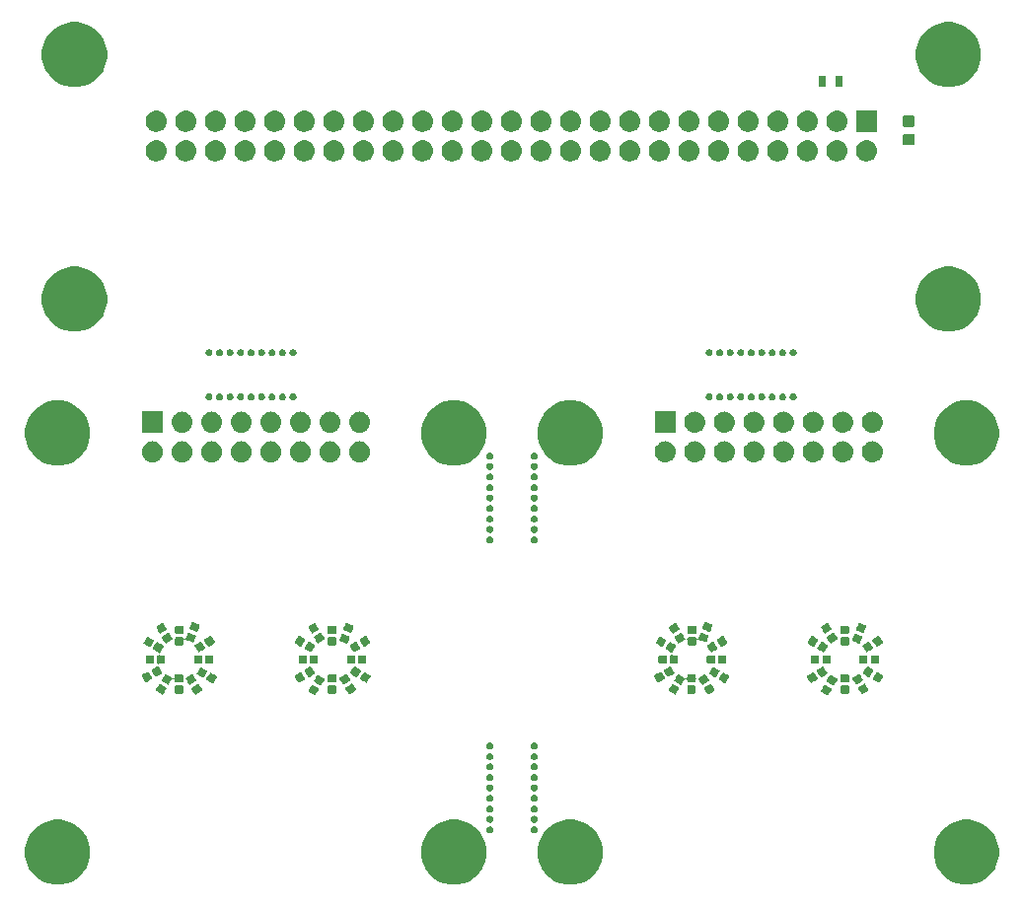
<source format=gbr>
%TF.GenerationSoftware,KiCad,Pcbnew,5.0.2-bee76a0~70~ubuntu18.04.1*%
%TF.CreationDate,2019-02-16T20:38:26+01:00*%
%TF.ProjectId,panel,70616e65-6c2e-46b6-9963-61645f706362,rev?*%
%TF.SameCoordinates,Original*%
%TF.FileFunction,Soldermask,Bot*%
%TF.FilePolarity,Negative*%
%FSLAX46Y46*%
G04 Gerber Fmt 4.6, Leading zero omitted, Abs format (unit mm)*
G04 Created by KiCad (PCBNEW 5.0.2-bee76a0~70~ubuntu18.04.1) date lør 16 feb 2019 20:38:26 CET*
%MOMM*%
%LPD*%
G01*
G04 APERTURE LIST*
%ADD10C,0.100000*%
G04 APERTURE END LIST*
D10*
G36*
X102792021Y-89331640D02*
X103301770Y-89542785D01*
X103384321Y-89597944D01*
X103760534Y-89849321D01*
X104150679Y-90239466D01*
X104254206Y-90394406D01*
X104457215Y-90698230D01*
X104668360Y-91207979D01*
X104776000Y-91749124D01*
X104776000Y-92300876D01*
X104668360Y-92842021D01*
X104457215Y-93351770D01*
X104429373Y-93393438D01*
X104150679Y-93810534D01*
X103760534Y-94200679D01*
X103540085Y-94347978D01*
X103301770Y-94507215D01*
X102792021Y-94718360D01*
X102250876Y-94826000D01*
X101699124Y-94826000D01*
X101157979Y-94718360D01*
X100648230Y-94507215D01*
X100409915Y-94347978D01*
X100189466Y-94200679D01*
X99799321Y-93810534D01*
X99520627Y-93393438D01*
X99492785Y-93351770D01*
X99281640Y-92842021D01*
X99174000Y-92300876D01*
X99174000Y-91749124D01*
X99281640Y-91207979D01*
X99492785Y-90698230D01*
X99695794Y-90394406D01*
X99799321Y-90239466D01*
X100189466Y-89849321D01*
X100565679Y-89597944D01*
X100648230Y-89542785D01*
X101157979Y-89331640D01*
X101699124Y-89224000D01*
X102250876Y-89224000D01*
X102792021Y-89331640D01*
X102792021Y-89331640D01*
G37*
G36*
X68792021Y-89331640D02*
X69301770Y-89542785D01*
X69384321Y-89597944D01*
X69760534Y-89849321D01*
X70150679Y-90239466D01*
X70254206Y-90394406D01*
X70457215Y-90698230D01*
X70668360Y-91207979D01*
X70776000Y-91749124D01*
X70776000Y-92300876D01*
X70668360Y-92842021D01*
X70457215Y-93351770D01*
X70429373Y-93393438D01*
X70150679Y-93810534D01*
X69760534Y-94200679D01*
X69540085Y-94347978D01*
X69301770Y-94507215D01*
X68792021Y-94718360D01*
X68250876Y-94826000D01*
X67699124Y-94826000D01*
X67157979Y-94718360D01*
X66648230Y-94507215D01*
X66409915Y-94347978D01*
X66189466Y-94200679D01*
X65799321Y-93810534D01*
X65520627Y-93393438D01*
X65492785Y-93351770D01*
X65281640Y-92842021D01*
X65174000Y-92300876D01*
X65174000Y-91749124D01*
X65281640Y-91207979D01*
X65492785Y-90698230D01*
X65695794Y-90394406D01*
X65799321Y-90239466D01*
X66189466Y-89849321D01*
X66565679Y-89597944D01*
X66648230Y-89542785D01*
X67157979Y-89331640D01*
X67699124Y-89224000D01*
X68250876Y-89224000D01*
X68792021Y-89331640D01*
X68792021Y-89331640D01*
G37*
G36*
X24792021Y-89331640D02*
X25301770Y-89542785D01*
X25384321Y-89597944D01*
X25760534Y-89849321D01*
X26150679Y-90239466D01*
X26254206Y-90394406D01*
X26457215Y-90698230D01*
X26668360Y-91207979D01*
X26776000Y-91749124D01*
X26776000Y-92300876D01*
X26668360Y-92842021D01*
X26457215Y-93351770D01*
X26429373Y-93393438D01*
X26150679Y-93810534D01*
X25760534Y-94200679D01*
X25540085Y-94347978D01*
X25301770Y-94507215D01*
X24792021Y-94718360D01*
X24250876Y-94826000D01*
X23699124Y-94826000D01*
X23157979Y-94718360D01*
X22648230Y-94507215D01*
X22409915Y-94347978D01*
X22189466Y-94200679D01*
X21799321Y-93810534D01*
X21520627Y-93393438D01*
X21492785Y-93351770D01*
X21281640Y-92842021D01*
X21174000Y-92300876D01*
X21174000Y-91749124D01*
X21281640Y-91207979D01*
X21492785Y-90698230D01*
X21695794Y-90394406D01*
X21799321Y-90239466D01*
X22189466Y-89849321D01*
X22565679Y-89597944D01*
X22648230Y-89542785D01*
X23157979Y-89331640D01*
X23699124Y-89224000D01*
X24250876Y-89224000D01*
X24792021Y-89331640D01*
X24792021Y-89331640D01*
G37*
G36*
X58792021Y-89331640D02*
X59301770Y-89542785D01*
X59384321Y-89597944D01*
X59760534Y-89849321D01*
X60150679Y-90239466D01*
X60254206Y-90394406D01*
X60457215Y-90698230D01*
X60668360Y-91207979D01*
X60776000Y-91749124D01*
X60776000Y-92300876D01*
X60668360Y-92842021D01*
X60457215Y-93351770D01*
X60429373Y-93393438D01*
X60150679Y-93810534D01*
X59760534Y-94200679D01*
X59540085Y-94347978D01*
X59301770Y-94507215D01*
X58792021Y-94718360D01*
X58250876Y-94826000D01*
X57699124Y-94826000D01*
X57157979Y-94718360D01*
X56648230Y-94507215D01*
X56409915Y-94347978D01*
X56189466Y-94200679D01*
X55799321Y-93810534D01*
X55520627Y-93393438D01*
X55492785Y-93351770D01*
X55281640Y-92842021D01*
X55174000Y-92300876D01*
X55174000Y-91749124D01*
X55281640Y-91207979D01*
X55492785Y-90698230D01*
X55695794Y-90394406D01*
X55799321Y-90239466D01*
X56189466Y-89849321D01*
X56565679Y-89597944D01*
X56648230Y-89542785D01*
X57157979Y-89331640D01*
X57699124Y-89224000D01*
X58250876Y-89224000D01*
X58792021Y-89331640D01*
X58792021Y-89331640D01*
G37*
G36*
X61162796Y-89810567D02*
X61217578Y-89833258D01*
X61266879Y-89866200D01*
X61308800Y-89908121D01*
X61341742Y-89957422D01*
X61364433Y-90012204D01*
X61376000Y-90070353D01*
X61376000Y-90129647D01*
X61364433Y-90187796D01*
X61341742Y-90242578D01*
X61308800Y-90291879D01*
X61266879Y-90333800D01*
X61217578Y-90366742D01*
X61162796Y-90389433D01*
X61104647Y-90401000D01*
X61045353Y-90401000D01*
X60987204Y-90389433D01*
X60932422Y-90366742D01*
X60883121Y-90333800D01*
X60841200Y-90291879D01*
X60808258Y-90242578D01*
X60785567Y-90187796D01*
X60774000Y-90129647D01*
X60774000Y-90070353D01*
X60785567Y-90012204D01*
X60808258Y-89957422D01*
X60841200Y-89908121D01*
X60883121Y-89866200D01*
X60932422Y-89833258D01*
X60987204Y-89810567D01*
X61045353Y-89799000D01*
X61104647Y-89799000D01*
X61162796Y-89810567D01*
X61162796Y-89810567D01*
G37*
G36*
X64962796Y-89810567D02*
X65017578Y-89833258D01*
X65066879Y-89866200D01*
X65108800Y-89908121D01*
X65141742Y-89957422D01*
X65164433Y-90012204D01*
X65176000Y-90070353D01*
X65176000Y-90129647D01*
X65164433Y-90187796D01*
X65141742Y-90242578D01*
X65108800Y-90291879D01*
X65066879Y-90333800D01*
X65017578Y-90366742D01*
X64962796Y-90389433D01*
X64904647Y-90401000D01*
X64845353Y-90401000D01*
X64787204Y-90389433D01*
X64732422Y-90366742D01*
X64683121Y-90333800D01*
X64641200Y-90291879D01*
X64608258Y-90242578D01*
X64585567Y-90187796D01*
X64574000Y-90129647D01*
X64574000Y-90070353D01*
X64585567Y-90012204D01*
X64608258Y-89957422D01*
X64641200Y-89908121D01*
X64683121Y-89866200D01*
X64732422Y-89833258D01*
X64787204Y-89810567D01*
X64845353Y-89799000D01*
X64904647Y-89799000D01*
X64962796Y-89810567D01*
X64962796Y-89810567D01*
G37*
G36*
X61162796Y-88910567D02*
X61217578Y-88933258D01*
X61266879Y-88966200D01*
X61308800Y-89008121D01*
X61341742Y-89057422D01*
X61364433Y-89112204D01*
X61376000Y-89170353D01*
X61376000Y-89229647D01*
X61364433Y-89287796D01*
X61341742Y-89342578D01*
X61308800Y-89391879D01*
X61266879Y-89433800D01*
X61217578Y-89466742D01*
X61162796Y-89489433D01*
X61104647Y-89501000D01*
X61045353Y-89501000D01*
X60987204Y-89489433D01*
X60932422Y-89466742D01*
X60883121Y-89433800D01*
X60841200Y-89391879D01*
X60808258Y-89342578D01*
X60785567Y-89287796D01*
X60774000Y-89229647D01*
X60774000Y-89170353D01*
X60785567Y-89112204D01*
X60808258Y-89057422D01*
X60841200Y-89008121D01*
X60883121Y-88966200D01*
X60932422Y-88933258D01*
X60987204Y-88910567D01*
X61045353Y-88899000D01*
X61104647Y-88899000D01*
X61162796Y-88910567D01*
X61162796Y-88910567D01*
G37*
G36*
X64962796Y-88910567D02*
X65017578Y-88933258D01*
X65066879Y-88966200D01*
X65108800Y-89008121D01*
X65141742Y-89057422D01*
X65164433Y-89112204D01*
X65176000Y-89170353D01*
X65176000Y-89229647D01*
X65164433Y-89287796D01*
X65141742Y-89342578D01*
X65108800Y-89391879D01*
X65066879Y-89433800D01*
X65017578Y-89466742D01*
X64962796Y-89489433D01*
X64904647Y-89501000D01*
X64845353Y-89501000D01*
X64787204Y-89489433D01*
X64732422Y-89466742D01*
X64683121Y-89433800D01*
X64641200Y-89391879D01*
X64608258Y-89342578D01*
X64585567Y-89287796D01*
X64574000Y-89229647D01*
X64574000Y-89170353D01*
X64585567Y-89112204D01*
X64608258Y-89057422D01*
X64641200Y-89008121D01*
X64683121Y-88966200D01*
X64732422Y-88933258D01*
X64787204Y-88910567D01*
X64845353Y-88899000D01*
X64904647Y-88899000D01*
X64962796Y-88910567D01*
X64962796Y-88910567D01*
G37*
G36*
X61162796Y-88010567D02*
X61217578Y-88033258D01*
X61266879Y-88066200D01*
X61308800Y-88108121D01*
X61341742Y-88157422D01*
X61364433Y-88212204D01*
X61376000Y-88270353D01*
X61376000Y-88329647D01*
X61364433Y-88387796D01*
X61341742Y-88442578D01*
X61308800Y-88491879D01*
X61266879Y-88533800D01*
X61217578Y-88566742D01*
X61162796Y-88589433D01*
X61104647Y-88601000D01*
X61045353Y-88601000D01*
X60987204Y-88589433D01*
X60932422Y-88566742D01*
X60883121Y-88533800D01*
X60841200Y-88491879D01*
X60808258Y-88442578D01*
X60785567Y-88387796D01*
X60774000Y-88329647D01*
X60774000Y-88270353D01*
X60785567Y-88212204D01*
X60808258Y-88157422D01*
X60841200Y-88108121D01*
X60883121Y-88066200D01*
X60932422Y-88033258D01*
X60987204Y-88010567D01*
X61045353Y-87999000D01*
X61104647Y-87999000D01*
X61162796Y-88010567D01*
X61162796Y-88010567D01*
G37*
G36*
X64962796Y-88010567D02*
X65017578Y-88033258D01*
X65066879Y-88066200D01*
X65108800Y-88108121D01*
X65141742Y-88157422D01*
X65164433Y-88212204D01*
X65176000Y-88270353D01*
X65176000Y-88329647D01*
X65164433Y-88387796D01*
X65141742Y-88442578D01*
X65108800Y-88491879D01*
X65066879Y-88533800D01*
X65017578Y-88566742D01*
X64962796Y-88589433D01*
X64904647Y-88601000D01*
X64845353Y-88601000D01*
X64787204Y-88589433D01*
X64732422Y-88566742D01*
X64683121Y-88533800D01*
X64641200Y-88491879D01*
X64608258Y-88442578D01*
X64585567Y-88387796D01*
X64574000Y-88329647D01*
X64574000Y-88270353D01*
X64585567Y-88212204D01*
X64608258Y-88157422D01*
X64641200Y-88108121D01*
X64683121Y-88066200D01*
X64732422Y-88033258D01*
X64787204Y-88010567D01*
X64845353Y-87999000D01*
X64904647Y-87999000D01*
X64962796Y-88010567D01*
X64962796Y-88010567D01*
G37*
G36*
X64962796Y-87110567D02*
X65017578Y-87133258D01*
X65066879Y-87166200D01*
X65108800Y-87208121D01*
X65141742Y-87257422D01*
X65164433Y-87312204D01*
X65176000Y-87370353D01*
X65176000Y-87429647D01*
X65164433Y-87487796D01*
X65141742Y-87542578D01*
X65108800Y-87591879D01*
X65066879Y-87633800D01*
X65017578Y-87666742D01*
X64962796Y-87689433D01*
X64904647Y-87701000D01*
X64845353Y-87701000D01*
X64787204Y-87689433D01*
X64732422Y-87666742D01*
X64683121Y-87633800D01*
X64641200Y-87591879D01*
X64608258Y-87542578D01*
X64585567Y-87487796D01*
X64574000Y-87429647D01*
X64574000Y-87370353D01*
X64585567Y-87312204D01*
X64608258Y-87257422D01*
X64641200Y-87208121D01*
X64683121Y-87166200D01*
X64732422Y-87133258D01*
X64787204Y-87110567D01*
X64845353Y-87099000D01*
X64904647Y-87099000D01*
X64962796Y-87110567D01*
X64962796Y-87110567D01*
G37*
G36*
X61162796Y-87110567D02*
X61217578Y-87133258D01*
X61266879Y-87166200D01*
X61308800Y-87208121D01*
X61341742Y-87257422D01*
X61364433Y-87312204D01*
X61376000Y-87370353D01*
X61376000Y-87429647D01*
X61364433Y-87487796D01*
X61341742Y-87542578D01*
X61308800Y-87591879D01*
X61266879Y-87633800D01*
X61217578Y-87666742D01*
X61162796Y-87689433D01*
X61104647Y-87701000D01*
X61045353Y-87701000D01*
X60987204Y-87689433D01*
X60932422Y-87666742D01*
X60883121Y-87633800D01*
X60841200Y-87591879D01*
X60808258Y-87542578D01*
X60785567Y-87487796D01*
X60774000Y-87429647D01*
X60774000Y-87370353D01*
X60785567Y-87312204D01*
X60808258Y-87257422D01*
X60841200Y-87208121D01*
X60883121Y-87166200D01*
X60932422Y-87133258D01*
X60987204Y-87110567D01*
X61045353Y-87099000D01*
X61104647Y-87099000D01*
X61162796Y-87110567D01*
X61162796Y-87110567D01*
G37*
G36*
X61162796Y-86210567D02*
X61217578Y-86233258D01*
X61266879Y-86266200D01*
X61308800Y-86308121D01*
X61341742Y-86357422D01*
X61364433Y-86412204D01*
X61376000Y-86470353D01*
X61376000Y-86529647D01*
X61364433Y-86587796D01*
X61341742Y-86642578D01*
X61308800Y-86691879D01*
X61266879Y-86733800D01*
X61217578Y-86766742D01*
X61162796Y-86789433D01*
X61104647Y-86801000D01*
X61045353Y-86801000D01*
X60987204Y-86789433D01*
X60932422Y-86766742D01*
X60883121Y-86733800D01*
X60841200Y-86691879D01*
X60808258Y-86642578D01*
X60785567Y-86587796D01*
X60774000Y-86529647D01*
X60774000Y-86470353D01*
X60785567Y-86412204D01*
X60808258Y-86357422D01*
X60841200Y-86308121D01*
X60883121Y-86266200D01*
X60932422Y-86233258D01*
X60987204Y-86210567D01*
X61045353Y-86199000D01*
X61104647Y-86199000D01*
X61162796Y-86210567D01*
X61162796Y-86210567D01*
G37*
G36*
X64962796Y-86210567D02*
X65017578Y-86233258D01*
X65066879Y-86266200D01*
X65108800Y-86308121D01*
X65141742Y-86357422D01*
X65164433Y-86412204D01*
X65176000Y-86470353D01*
X65176000Y-86529647D01*
X65164433Y-86587796D01*
X65141742Y-86642578D01*
X65108800Y-86691879D01*
X65066879Y-86733800D01*
X65017578Y-86766742D01*
X64962796Y-86789433D01*
X64904647Y-86801000D01*
X64845353Y-86801000D01*
X64787204Y-86789433D01*
X64732422Y-86766742D01*
X64683121Y-86733800D01*
X64641200Y-86691879D01*
X64608258Y-86642578D01*
X64585567Y-86587796D01*
X64574000Y-86529647D01*
X64574000Y-86470353D01*
X64585567Y-86412204D01*
X64608258Y-86357422D01*
X64641200Y-86308121D01*
X64683121Y-86266200D01*
X64732422Y-86233258D01*
X64787204Y-86210567D01*
X64845353Y-86199000D01*
X64904647Y-86199000D01*
X64962796Y-86210567D01*
X64962796Y-86210567D01*
G37*
G36*
X64962796Y-85310567D02*
X65017578Y-85333258D01*
X65066879Y-85366200D01*
X65108800Y-85408121D01*
X65141742Y-85457422D01*
X65164433Y-85512204D01*
X65176000Y-85570353D01*
X65176000Y-85629647D01*
X65164433Y-85687796D01*
X65141742Y-85742578D01*
X65108800Y-85791879D01*
X65066879Y-85833800D01*
X65017578Y-85866742D01*
X64962796Y-85889433D01*
X64904647Y-85901000D01*
X64845353Y-85901000D01*
X64787204Y-85889433D01*
X64732422Y-85866742D01*
X64683121Y-85833800D01*
X64641200Y-85791879D01*
X64608258Y-85742578D01*
X64585567Y-85687796D01*
X64574000Y-85629647D01*
X64574000Y-85570353D01*
X64585567Y-85512204D01*
X64608258Y-85457422D01*
X64641200Y-85408121D01*
X64683121Y-85366200D01*
X64732422Y-85333258D01*
X64787204Y-85310567D01*
X64845353Y-85299000D01*
X64904647Y-85299000D01*
X64962796Y-85310567D01*
X64962796Y-85310567D01*
G37*
G36*
X61162796Y-85310567D02*
X61217578Y-85333258D01*
X61266879Y-85366200D01*
X61308800Y-85408121D01*
X61341742Y-85457422D01*
X61364433Y-85512204D01*
X61376000Y-85570353D01*
X61376000Y-85629647D01*
X61364433Y-85687796D01*
X61341742Y-85742578D01*
X61308800Y-85791879D01*
X61266879Y-85833800D01*
X61217578Y-85866742D01*
X61162796Y-85889433D01*
X61104647Y-85901000D01*
X61045353Y-85901000D01*
X60987204Y-85889433D01*
X60932422Y-85866742D01*
X60883121Y-85833800D01*
X60841200Y-85791879D01*
X60808258Y-85742578D01*
X60785567Y-85687796D01*
X60774000Y-85629647D01*
X60774000Y-85570353D01*
X60785567Y-85512204D01*
X60808258Y-85457422D01*
X60841200Y-85408121D01*
X60883121Y-85366200D01*
X60932422Y-85333258D01*
X60987204Y-85310567D01*
X61045353Y-85299000D01*
X61104647Y-85299000D01*
X61162796Y-85310567D01*
X61162796Y-85310567D01*
G37*
G36*
X64962796Y-84410567D02*
X65017578Y-84433258D01*
X65066879Y-84466200D01*
X65108800Y-84508121D01*
X65141742Y-84557422D01*
X65164433Y-84612204D01*
X65176000Y-84670353D01*
X65176000Y-84729647D01*
X65164433Y-84787796D01*
X65141742Y-84842578D01*
X65108800Y-84891879D01*
X65066879Y-84933800D01*
X65017578Y-84966742D01*
X64962796Y-84989433D01*
X64904647Y-85001000D01*
X64845353Y-85001000D01*
X64787204Y-84989433D01*
X64732422Y-84966742D01*
X64683121Y-84933800D01*
X64641200Y-84891879D01*
X64608258Y-84842578D01*
X64585567Y-84787796D01*
X64574000Y-84729647D01*
X64574000Y-84670353D01*
X64585567Y-84612204D01*
X64608258Y-84557422D01*
X64641200Y-84508121D01*
X64683121Y-84466200D01*
X64732422Y-84433258D01*
X64787204Y-84410567D01*
X64845353Y-84399000D01*
X64904647Y-84399000D01*
X64962796Y-84410567D01*
X64962796Y-84410567D01*
G37*
G36*
X61162796Y-84410567D02*
X61217578Y-84433258D01*
X61266879Y-84466200D01*
X61308800Y-84508121D01*
X61341742Y-84557422D01*
X61364433Y-84612204D01*
X61376000Y-84670353D01*
X61376000Y-84729647D01*
X61364433Y-84787796D01*
X61341742Y-84842578D01*
X61308800Y-84891879D01*
X61266879Y-84933800D01*
X61217578Y-84966742D01*
X61162796Y-84989433D01*
X61104647Y-85001000D01*
X61045353Y-85001000D01*
X60987204Y-84989433D01*
X60932422Y-84966742D01*
X60883121Y-84933800D01*
X60841200Y-84891879D01*
X60808258Y-84842578D01*
X60785567Y-84787796D01*
X60774000Y-84729647D01*
X60774000Y-84670353D01*
X60785567Y-84612204D01*
X60808258Y-84557422D01*
X60841200Y-84508121D01*
X60883121Y-84466200D01*
X60932422Y-84433258D01*
X60987204Y-84410567D01*
X61045353Y-84399000D01*
X61104647Y-84399000D01*
X61162796Y-84410567D01*
X61162796Y-84410567D01*
G37*
G36*
X61162796Y-83510567D02*
X61217578Y-83533258D01*
X61266879Y-83566200D01*
X61308800Y-83608121D01*
X61341742Y-83657422D01*
X61364433Y-83712204D01*
X61376000Y-83770353D01*
X61376000Y-83829647D01*
X61364433Y-83887796D01*
X61341742Y-83942578D01*
X61308800Y-83991879D01*
X61266879Y-84033800D01*
X61217578Y-84066742D01*
X61162796Y-84089433D01*
X61104647Y-84101000D01*
X61045353Y-84101000D01*
X60987204Y-84089433D01*
X60932422Y-84066742D01*
X60883121Y-84033800D01*
X60841200Y-83991879D01*
X60808258Y-83942578D01*
X60785567Y-83887796D01*
X60774000Y-83829647D01*
X60774000Y-83770353D01*
X60785567Y-83712204D01*
X60808258Y-83657422D01*
X60841200Y-83608121D01*
X60883121Y-83566200D01*
X60932422Y-83533258D01*
X60987204Y-83510567D01*
X61045353Y-83499000D01*
X61104647Y-83499000D01*
X61162796Y-83510567D01*
X61162796Y-83510567D01*
G37*
G36*
X64962796Y-83510567D02*
X65017578Y-83533258D01*
X65066879Y-83566200D01*
X65108800Y-83608121D01*
X65141742Y-83657422D01*
X65164433Y-83712204D01*
X65176000Y-83770353D01*
X65176000Y-83829647D01*
X65164433Y-83887796D01*
X65141742Y-83942578D01*
X65108800Y-83991879D01*
X65066879Y-84033800D01*
X65017578Y-84066742D01*
X64962796Y-84089433D01*
X64904647Y-84101000D01*
X64845353Y-84101000D01*
X64787204Y-84089433D01*
X64732422Y-84066742D01*
X64683121Y-84033800D01*
X64641200Y-83991879D01*
X64608258Y-83942578D01*
X64585567Y-83887796D01*
X64574000Y-83829647D01*
X64574000Y-83770353D01*
X64585567Y-83712204D01*
X64608258Y-83657422D01*
X64641200Y-83608121D01*
X64683121Y-83566200D01*
X64732422Y-83533258D01*
X64787204Y-83510567D01*
X64845353Y-83499000D01*
X64904647Y-83499000D01*
X64962796Y-83510567D01*
X64962796Y-83510567D01*
G37*
G36*
X64962796Y-82610567D02*
X65017578Y-82633258D01*
X65066879Y-82666200D01*
X65108800Y-82708121D01*
X65141742Y-82757422D01*
X65164433Y-82812204D01*
X65176000Y-82870353D01*
X65176000Y-82929647D01*
X65164433Y-82987796D01*
X65141742Y-83042578D01*
X65108800Y-83091879D01*
X65066879Y-83133800D01*
X65017578Y-83166742D01*
X64962796Y-83189433D01*
X64904647Y-83201000D01*
X64845353Y-83201000D01*
X64787204Y-83189433D01*
X64732422Y-83166742D01*
X64683121Y-83133800D01*
X64641200Y-83091879D01*
X64608258Y-83042578D01*
X64585567Y-82987796D01*
X64574000Y-82929647D01*
X64574000Y-82870353D01*
X64585567Y-82812204D01*
X64608258Y-82757422D01*
X64641200Y-82708121D01*
X64683121Y-82666200D01*
X64732422Y-82633258D01*
X64787204Y-82610567D01*
X64845353Y-82599000D01*
X64904647Y-82599000D01*
X64962796Y-82610567D01*
X64962796Y-82610567D01*
G37*
G36*
X61162796Y-82610567D02*
X61217578Y-82633258D01*
X61266879Y-82666200D01*
X61308800Y-82708121D01*
X61341742Y-82757422D01*
X61364433Y-82812204D01*
X61376000Y-82870353D01*
X61376000Y-82929647D01*
X61364433Y-82987796D01*
X61341742Y-83042578D01*
X61308800Y-83091879D01*
X61266879Y-83133800D01*
X61217578Y-83166742D01*
X61162796Y-83189433D01*
X61104647Y-83201000D01*
X61045353Y-83201000D01*
X60987204Y-83189433D01*
X60932422Y-83166742D01*
X60883121Y-83133800D01*
X60841200Y-83091879D01*
X60808258Y-83042578D01*
X60785567Y-82987796D01*
X60774000Y-82929647D01*
X60774000Y-82870353D01*
X60785567Y-82812204D01*
X60808258Y-82757422D01*
X60841200Y-82708121D01*
X60883121Y-82666200D01*
X60932422Y-82633258D01*
X60987204Y-82610567D01*
X61045353Y-82599000D01*
X61104647Y-82599000D01*
X61162796Y-82610567D01*
X61162796Y-82610567D01*
G37*
G36*
X89863992Y-77651868D02*
X89884977Y-77656761D01*
X89910218Y-77668198D01*
X90350778Y-77922554D01*
X90373310Y-77938701D01*
X90388036Y-77954423D01*
X90399412Y-77972718D01*
X90407000Y-77992880D01*
X90410510Y-78014135D01*
X90409805Y-78035665D01*
X90404912Y-78056650D01*
X90393475Y-78081891D01*
X90164119Y-78479149D01*
X90147972Y-78501681D01*
X90132249Y-78516407D01*
X90113953Y-78527785D01*
X90093797Y-78535371D01*
X90072536Y-78538881D01*
X90051008Y-78538176D01*
X90030023Y-78533283D01*
X90004782Y-78521846D01*
X89564222Y-78267490D01*
X89541690Y-78251343D01*
X89526964Y-78235621D01*
X89515588Y-78217326D01*
X89508000Y-78197164D01*
X89504490Y-78175909D01*
X89505195Y-78154379D01*
X89510088Y-78133394D01*
X89521525Y-78108153D01*
X89750881Y-77710895D01*
X89767028Y-77688363D01*
X89782751Y-77673637D01*
X89801047Y-77662259D01*
X89821203Y-77654673D01*
X89842464Y-77651163D01*
X89863992Y-77651868D01*
X89863992Y-77651868D01*
G37*
G36*
X45863992Y-77651868D02*
X45884977Y-77656761D01*
X45910218Y-77668198D01*
X46350778Y-77922554D01*
X46373310Y-77938701D01*
X46388036Y-77954423D01*
X46399412Y-77972718D01*
X46407000Y-77992880D01*
X46410510Y-78014135D01*
X46409805Y-78035665D01*
X46404912Y-78056650D01*
X46393475Y-78081891D01*
X46164119Y-78479149D01*
X46147972Y-78501681D01*
X46132249Y-78516407D01*
X46113953Y-78527785D01*
X46093797Y-78535371D01*
X46072536Y-78538881D01*
X46051008Y-78538176D01*
X46030023Y-78533283D01*
X46004782Y-78521846D01*
X45564222Y-78267490D01*
X45541690Y-78251343D01*
X45526964Y-78235621D01*
X45515588Y-78217326D01*
X45508000Y-78197164D01*
X45504490Y-78175909D01*
X45505195Y-78154379D01*
X45510088Y-78133394D01*
X45521525Y-78108153D01*
X45750881Y-77710895D01*
X45767028Y-77688363D01*
X45782751Y-77673637D01*
X45801047Y-77662259D01*
X45821203Y-77654673D01*
X45842464Y-77651163D01*
X45863992Y-77651868D01*
X45863992Y-77651868D01*
G37*
G36*
X32763992Y-77601868D02*
X32784977Y-77606761D01*
X32810218Y-77618198D01*
X33250778Y-77872554D01*
X33273310Y-77888701D01*
X33288036Y-77904423D01*
X33299412Y-77922718D01*
X33307000Y-77942880D01*
X33310510Y-77964135D01*
X33309805Y-77985665D01*
X33304912Y-78006650D01*
X33293475Y-78031891D01*
X33064119Y-78429149D01*
X33047972Y-78451681D01*
X33032249Y-78466407D01*
X33013953Y-78477785D01*
X32993797Y-78485371D01*
X32972536Y-78488881D01*
X32951008Y-78488176D01*
X32930023Y-78483283D01*
X32904782Y-78471846D01*
X32464222Y-78217490D01*
X32441690Y-78201343D01*
X32426964Y-78185621D01*
X32415588Y-78167326D01*
X32408000Y-78147164D01*
X32404490Y-78125909D01*
X32405195Y-78104379D01*
X32410088Y-78083394D01*
X32421525Y-78058153D01*
X32650881Y-77660895D01*
X32667028Y-77638363D01*
X32682751Y-77623637D01*
X32701047Y-77612259D01*
X32721203Y-77604673D01*
X32742464Y-77601163D01*
X32763992Y-77601868D01*
X32763992Y-77601868D01*
G37*
G36*
X80053793Y-77604673D02*
X80073955Y-77612261D01*
X80092250Y-77623637D01*
X80107972Y-77638363D01*
X80124119Y-77660895D01*
X80353475Y-78058153D01*
X80364912Y-78083394D01*
X80369805Y-78104379D01*
X80370510Y-78125907D01*
X80367000Y-78147168D01*
X80359414Y-78167324D01*
X80348036Y-78185620D01*
X80333310Y-78201343D01*
X80310778Y-78217490D01*
X79870218Y-78471846D01*
X79844977Y-78483283D01*
X79823992Y-78488176D01*
X79802462Y-78488881D01*
X79781207Y-78485371D01*
X79761045Y-78477783D01*
X79742750Y-78466407D01*
X79727028Y-78451681D01*
X79710881Y-78429149D01*
X79481525Y-78031891D01*
X79470088Y-78006650D01*
X79465195Y-77985665D01*
X79464490Y-77964137D01*
X79468000Y-77942876D01*
X79475586Y-77922720D01*
X79486964Y-77904424D01*
X79501690Y-77888701D01*
X79524222Y-77872554D01*
X79964782Y-77618198D01*
X79990023Y-77606761D01*
X80011008Y-77601868D01*
X80032538Y-77601163D01*
X80053793Y-77604673D01*
X80053793Y-77604673D01*
G37*
G36*
X36053793Y-77604673D02*
X36073955Y-77612261D01*
X36092250Y-77623637D01*
X36107972Y-77638363D01*
X36124119Y-77660895D01*
X36353475Y-78058153D01*
X36364912Y-78083394D01*
X36369805Y-78104379D01*
X36370510Y-78125907D01*
X36367000Y-78147168D01*
X36359414Y-78167324D01*
X36348036Y-78185620D01*
X36333310Y-78201343D01*
X36310778Y-78217490D01*
X35870218Y-78471846D01*
X35844977Y-78483283D01*
X35823992Y-78488176D01*
X35802462Y-78488881D01*
X35781207Y-78485371D01*
X35761045Y-78477783D01*
X35742750Y-78466407D01*
X35727028Y-78451681D01*
X35710881Y-78429149D01*
X35481525Y-78031891D01*
X35470088Y-78006650D01*
X35465195Y-77985665D01*
X35464490Y-77964137D01*
X35468000Y-77942876D01*
X35475586Y-77922720D01*
X35486964Y-77904424D01*
X35501690Y-77888701D01*
X35524222Y-77872554D01*
X35964782Y-77618198D01*
X35990023Y-77606761D01*
X36011008Y-77601868D01*
X36032538Y-77601163D01*
X36053793Y-77604673D01*
X36053793Y-77604673D01*
G37*
G36*
X76763992Y-77601868D02*
X76784977Y-77606761D01*
X76810218Y-77618198D01*
X77250778Y-77872554D01*
X77273310Y-77888701D01*
X77288036Y-77904423D01*
X77299412Y-77922718D01*
X77307000Y-77942880D01*
X77310510Y-77964135D01*
X77309805Y-77985665D01*
X77304912Y-78006650D01*
X77293475Y-78031891D01*
X77064119Y-78429149D01*
X77047972Y-78451681D01*
X77032249Y-78466407D01*
X77013953Y-78477785D01*
X76993797Y-78485371D01*
X76972536Y-78488881D01*
X76951008Y-78488176D01*
X76930023Y-78483283D01*
X76904782Y-78471846D01*
X76464222Y-78217490D01*
X76441690Y-78201343D01*
X76426964Y-78185621D01*
X76415588Y-78167326D01*
X76408000Y-78147164D01*
X76404490Y-78125909D01*
X76405195Y-78104379D01*
X76410088Y-78083394D01*
X76421525Y-78058153D01*
X76650881Y-77660895D01*
X76667028Y-77638363D01*
X76682751Y-77623637D01*
X76701047Y-77612259D01*
X76721203Y-77604673D01*
X76742464Y-77601163D01*
X76763992Y-77601868D01*
X76763992Y-77601868D01*
G37*
G36*
X93253793Y-77554673D02*
X93273955Y-77562261D01*
X93292250Y-77573637D01*
X93307972Y-77588363D01*
X93324119Y-77610895D01*
X93553475Y-78008153D01*
X93564912Y-78033394D01*
X93569805Y-78054379D01*
X93570510Y-78075907D01*
X93567000Y-78097168D01*
X93559414Y-78117324D01*
X93548036Y-78135620D01*
X93533310Y-78151343D01*
X93510778Y-78167490D01*
X93070218Y-78421846D01*
X93044977Y-78433283D01*
X93023992Y-78438176D01*
X93002462Y-78438881D01*
X92981207Y-78435371D01*
X92961045Y-78427783D01*
X92942750Y-78416407D01*
X92927028Y-78401681D01*
X92910881Y-78379149D01*
X92681525Y-77981891D01*
X92670088Y-77956650D01*
X92665195Y-77935665D01*
X92664490Y-77914137D01*
X92668000Y-77892876D01*
X92675586Y-77872720D01*
X92686964Y-77854424D01*
X92701690Y-77838701D01*
X92724222Y-77822554D01*
X93164782Y-77568198D01*
X93190023Y-77556761D01*
X93211008Y-77551868D01*
X93232538Y-77551163D01*
X93253793Y-77554673D01*
X93253793Y-77554673D01*
G37*
G36*
X49253793Y-77554673D02*
X49273955Y-77562261D01*
X49292250Y-77573637D01*
X49307972Y-77588363D01*
X49324119Y-77610895D01*
X49553475Y-78008153D01*
X49564912Y-78033394D01*
X49569805Y-78054379D01*
X49570510Y-78075907D01*
X49567000Y-78097168D01*
X49559414Y-78117324D01*
X49548036Y-78135620D01*
X49533310Y-78151343D01*
X49510778Y-78167490D01*
X49070218Y-78421846D01*
X49044977Y-78433283D01*
X49023992Y-78438176D01*
X49002462Y-78438881D01*
X48981207Y-78435371D01*
X48961045Y-78427783D01*
X48942750Y-78416407D01*
X48927028Y-78401681D01*
X48910881Y-78379149D01*
X48681525Y-77981891D01*
X48670088Y-77956650D01*
X48665195Y-77935665D01*
X48664490Y-77914137D01*
X48668000Y-77892876D01*
X48675586Y-77872720D01*
X48686964Y-77854424D01*
X48701690Y-77838701D01*
X48724222Y-77822554D01*
X49164782Y-77568198D01*
X49190023Y-77556761D01*
X49211008Y-77551868D01*
X49232538Y-77551163D01*
X49253793Y-77554673D01*
X49253793Y-77554673D01*
G37*
G36*
X34656938Y-77716716D02*
X34677556Y-77722970D01*
X34696556Y-77733126D01*
X34713208Y-77746792D01*
X34726874Y-77763444D01*
X34737030Y-77782444D01*
X34743284Y-77803062D01*
X34746000Y-77830640D01*
X34746000Y-78289360D01*
X34743284Y-78316938D01*
X34737030Y-78337556D01*
X34726874Y-78356556D01*
X34713208Y-78373208D01*
X34696556Y-78386874D01*
X34677556Y-78397030D01*
X34656938Y-78403284D01*
X34629360Y-78406000D01*
X34120640Y-78406000D01*
X34093062Y-78403284D01*
X34072444Y-78397030D01*
X34053444Y-78386874D01*
X34036792Y-78373208D01*
X34023126Y-78356556D01*
X34012970Y-78337556D01*
X34006716Y-78316938D01*
X34004000Y-78289360D01*
X34004000Y-77830640D01*
X34006716Y-77803062D01*
X34012970Y-77782444D01*
X34023126Y-77763444D01*
X34036792Y-77746792D01*
X34053444Y-77733126D01*
X34072444Y-77722970D01*
X34093062Y-77716716D01*
X34120640Y-77714000D01*
X34629360Y-77714000D01*
X34656938Y-77716716D01*
X34656938Y-77716716D01*
G37*
G36*
X47806938Y-77716716D02*
X47827556Y-77722970D01*
X47846556Y-77733126D01*
X47863208Y-77746792D01*
X47876874Y-77763444D01*
X47887030Y-77782444D01*
X47893284Y-77803062D01*
X47896000Y-77830640D01*
X47896000Y-78289360D01*
X47893284Y-78316938D01*
X47887030Y-78337556D01*
X47876874Y-78356556D01*
X47863208Y-78373208D01*
X47846556Y-78386874D01*
X47827556Y-78397030D01*
X47806938Y-78403284D01*
X47779360Y-78406000D01*
X47270640Y-78406000D01*
X47243062Y-78403284D01*
X47222444Y-78397030D01*
X47203444Y-78386874D01*
X47186792Y-78373208D01*
X47173126Y-78356556D01*
X47162970Y-78337556D01*
X47156716Y-78316938D01*
X47154000Y-78289360D01*
X47154000Y-77830640D01*
X47156716Y-77803062D01*
X47162970Y-77782444D01*
X47173126Y-77763444D01*
X47186792Y-77746792D01*
X47203444Y-77733126D01*
X47222444Y-77722970D01*
X47243062Y-77716716D01*
X47270640Y-77714000D01*
X47779360Y-77714000D01*
X47806938Y-77716716D01*
X47806938Y-77716716D01*
G37*
G36*
X91806938Y-77716716D02*
X91827556Y-77722970D01*
X91846556Y-77733126D01*
X91863208Y-77746792D01*
X91876874Y-77763444D01*
X91887030Y-77782444D01*
X91893284Y-77803062D01*
X91896000Y-77830640D01*
X91896000Y-78289360D01*
X91893284Y-78316938D01*
X91887030Y-78337556D01*
X91876874Y-78356556D01*
X91863208Y-78373208D01*
X91846556Y-78386874D01*
X91827556Y-78397030D01*
X91806938Y-78403284D01*
X91779360Y-78406000D01*
X91270640Y-78406000D01*
X91243062Y-78403284D01*
X91222444Y-78397030D01*
X91203444Y-78386874D01*
X91186792Y-78373208D01*
X91173126Y-78356556D01*
X91162970Y-78337556D01*
X91156716Y-78316938D01*
X91154000Y-78289360D01*
X91154000Y-77830640D01*
X91156716Y-77803062D01*
X91162970Y-77782444D01*
X91173126Y-77763444D01*
X91186792Y-77746792D01*
X91203444Y-77733126D01*
X91222444Y-77722970D01*
X91243062Y-77716716D01*
X91270640Y-77714000D01*
X91779360Y-77714000D01*
X91806938Y-77716716D01*
X91806938Y-77716716D01*
G37*
G36*
X78656938Y-77716716D02*
X78677556Y-77722970D01*
X78696556Y-77733126D01*
X78713208Y-77746792D01*
X78726874Y-77763444D01*
X78737030Y-77782444D01*
X78743284Y-77803062D01*
X78746000Y-77830640D01*
X78746000Y-78289360D01*
X78743284Y-78316938D01*
X78737030Y-78337556D01*
X78726874Y-78356556D01*
X78713208Y-78373208D01*
X78696556Y-78386874D01*
X78677556Y-78397030D01*
X78656938Y-78403284D01*
X78629360Y-78406000D01*
X78120640Y-78406000D01*
X78093062Y-78403284D01*
X78072444Y-78397030D01*
X78053444Y-78386874D01*
X78036792Y-78373208D01*
X78023126Y-78356556D01*
X78012970Y-78337556D01*
X78006716Y-78316938D01*
X78004000Y-78289360D01*
X78004000Y-77830640D01*
X78006716Y-77803062D01*
X78012970Y-77782444D01*
X78023126Y-77763444D01*
X78036792Y-77746792D01*
X78053444Y-77733126D01*
X78072444Y-77722970D01*
X78093062Y-77716716D01*
X78120640Y-77714000D01*
X78629360Y-77714000D01*
X78656938Y-77716716D01*
X78656938Y-77716716D01*
G37*
G36*
X90348992Y-76811824D02*
X90369977Y-76816717D01*
X90395218Y-76828154D01*
X90835778Y-77082510D01*
X90858310Y-77098657D01*
X90873036Y-77114379D01*
X90884412Y-77132674D01*
X90892000Y-77152836D01*
X90895510Y-77174091D01*
X90894805Y-77195621D01*
X90889912Y-77216606D01*
X90878475Y-77241847D01*
X90649119Y-77639105D01*
X90632972Y-77661637D01*
X90617249Y-77676363D01*
X90598953Y-77687741D01*
X90578797Y-77695327D01*
X90557536Y-77698837D01*
X90536008Y-77698132D01*
X90515023Y-77693239D01*
X90489782Y-77681802D01*
X90049222Y-77427446D01*
X90026690Y-77411299D01*
X90011964Y-77395577D01*
X90000588Y-77377282D01*
X89993000Y-77357120D01*
X89989490Y-77335865D01*
X89990195Y-77314335D01*
X89995088Y-77293350D01*
X90006525Y-77268109D01*
X90235881Y-76870851D01*
X90252028Y-76848319D01*
X90267751Y-76833593D01*
X90286047Y-76822215D01*
X90306203Y-76814629D01*
X90327464Y-76811119D01*
X90348992Y-76811824D01*
X90348992Y-76811824D01*
G37*
G36*
X46348992Y-76811824D02*
X46369977Y-76816717D01*
X46395218Y-76828154D01*
X46835778Y-77082510D01*
X46858310Y-77098657D01*
X46873036Y-77114379D01*
X46884412Y-77132674D01*
X46892000Y-77152836D01*
X46895510Y-77174091D01*
X46894805Y-77195621D01*
X46889912Y-77216606D01*
X46878475Y-77241847D01*
X46649119Y-77639105D01*
X46632972Y-77661637D01*
X46617249Y-77676363D01*
X46598953Y-77687741D01*
X46578797Y-77695327D01*
X46557536Y-77698837D01*
X46536008Y-77698132D01*
X46515023Y-77693239D01*
X46489782Y-77681802D01*
X46049222Y-77427446D01*
X46026690Y-77411299D01*
X46011964Y-77395577D01*
X46000588Y-77377282D01*
X45993000Y-77357120D01*
X45989490Y-77335865D01*
X45990195Y-77314335D01*
X45995088Y-77293350D01*
X46006525Y-77268109D01*
X46235881Y-76870851D01*
X46252028Y-76848319D01*
X46267751Y-76833593D01*
X46286047Y-76822215D01*
X46306203Y-76814629D01*
X46327464Y-76811119D01*
X46348992Y-76811824D01*
X46348992Y-76811824D01*
G37*
G36*
X35568793Y-76764629D02*
X35588955Y-76772217D01*
X35607250Y-76783593D01*
X35622972Y-76798319D01*
X35639119Y-76820851D01*
X35868475Y-77218109D01*
X35879911Y-77243347D01*
X35884805Y-77264335D01*
X35885510Y-77285863D01*
X35882000Y-77307124D01*
X35874414Y-77327280D01*
X35863036Y-77345576D01*
X35848310Y-77361299D01*
X35825778Y-77377446D01*
X35385218Y-77631802D01*
X35359977Y-77643239D01*
X35338992Y-77648132D01*
X35317462Y-77648837D01*
X35296207Y-77645327D01*
X35276045Y-77637739D01*
X35257750Y-77626363D01*
X35242028Y-77611637D01*
X35225881Y-77589105D01*
X34996527Y-77191851D01*
X34984858Y-77166098D01*
X34972606Y-77144877D01*
X34961139Y-77131802D01*
X34974934Y-77114994D01*
X34987988Y-77089580D01*
X34990587Y-77082675D01*
X35001964Y-77064380D01*
X35016690Y-77048657D01*
X35039222Y-77032510D01*
X35479782Y-76778154D01*
X35505023Y-76766717D01*
X35526008Y-76761824D01*
X35547538Y-76761119D01*
X35568793Y-76764629D01*
X35568793Y-76764629D01*
G37*
G36*
X79568793Y-76764629D02*
X79588955Y-76772217D01*
X79607250Y-76783593D01*
X79622972Y-76798319D01*
X79639119Y-76820851D01*
X79868475Y-77218109D01*
X79879911Y-77243347D01*
X79884805Y-77264335D01*
X79885510Y-77285863D01*
X79882000Y-77307124D01*
X79874414Y-77327280D01*
X79863036Y-77345576D01*
X79848310Y-77361299D01*
X79825778Y-77377446D01*
X79385218Y-77631802D01*
X79359977Y-77643239D01*
X79338992Y-77648132D01*
X79317462Y-77648837D01*
X79296207Y-77645327D01*
X79276045Y-77637739D01*
X79257750Y-77626363D01*
X79242028Y-77611637D01*
X79225881Y-77589105D01*
X78996527Y-77191851D01*
X78984858Y-77166098D01*
X78972606Y-77144877D01*
X78961139Y-77131802D01*
X78974934Y-77114994D01*
X78987988Y-77089580D01*
X78990587Y-77082675D01*
X79001964Y-77064380D01*
X79016690Y-77048657D01*
X79039222Y-77032510D01*
X79479782Y-76778154D01*
X79505023Y-76766717D01*
X79526008Y-76761824D01*
X79547538Y-76761119D01*
X79568793Y-76764629D01*
X79568793Y-76764629D01*
G37*
G36*
X34656938Y-76746716D02*
X34677556Y-76752970D01*
X34696556Y-76763126D01*
X34713208Y-76776792D01*
X34726874Y-76793444D01*
X34737030Y-76812444D01*
X34743284Y-76833062D01*
X34746000Y-76860640D01*
X34746000Y-77045548D01*
X34748402Y-77069934D01*
X34755515Y-77093383D01*
X34767066Y-77114994D01*
X34780611Y-77131498D01*
X34779767Y-77132238D01*
X34764850Y-77151679D01*
X34754012Y-77173656D01*
X34747670Y-77197325D01*
X34746000Y-77217687D01*
X34746000Y-77319360D01*
X34743284Y-77346938D01*
X34737030Y-77367556D01*
X34726874Y-77386556D01*
X34713208Y-77403208D01*
X34696556Y-77416874D01*
X34677556Y-77427030D01*
X34656938Y-77433284D01*
X34629360Y-77436000D01*
X34120640Y-77436000D01*
X34093062Y-77433284D01*
X34072444Y-77427030D01*
X34053444Y-77416874D01*
X34036792Y-77403208D01*
X34023126Y-77386556D01*
X34012970Y-77367556D01*
X34006716Y-77346938D01*
X34004000Y-77319360D01*
X34004000Y-77267733D01*
X34001598Y-77243347D01*
X33994485Y-77219898D01*
X33982934Y-77198287D01*
X33967388Y-77179345D01*
X33948446Y-77163799D01*
X33926835Y-77152248D01*
X33903386Y-77145135D01*
X33879000Y-77142733D01*
X33854614Y-77145135D01*
X33831165Y-77152248D01*
X33809554Y-77163799D01*
X33790612Y-77179345D01*
X33770747Y-77205233D01*
X33549119Y-77589105D01*
X33532972Y-77611637D01*
X33517249Y-77626363D01*
X33498953Y-77637741D01*
X33478797Y-77645327D01*
X33457536Y-77648837D01*
X33436008Y-77648132D01*
X33415023Y-77643239D01*
X33389782Y-77631802D01*
X32949222Y-77377446D01*
X32926690Y-77361299D01*
X32911964Y-77345577D01*
X32900588Y-77327282D01*
X32893000Y-77307120D01*
X32889490Y-77285865D01*
X32890195Y-77264335D01*
X32895089Y-77243347D01*
X32906525Y-77218109D01*
X33135881Y-76820851D01*
X33152028Y-76798319D01*
X33167751Y-76783593D01*
X33186047Y-76772215D01*
X33206203Y-76764629D01*
X33227464Y-76761119D01*
X33248992Y-76761824D01*
X33269977Y-76766717D01*
X33295218Y-76778154D01*
X33735778Y-77032510D01*
X33758310Y-77048657D01*
X33773279Y-77064639D01*
X33787765Y-77083518D01*
X33806187Y-77099676D01*
X33827408Y-77111928D01*
X33850612Y-77119806D01*
X33874907Y-77123005D01*
X33899358Y-77121403D01*
X33923028Y-77115062D01*
X33945005Y-77104224D01*
X33964446Y-77089307D01*
X33980604Y-77070885D01*
X33992856Y-77049664D01*
X34000734Y-77026460D01*
X34004000Y-76998072D01*
X34004000Y-76860640D01*
X34006716Y-76833062D01*
X34012970Y-76812444D01*
X34023126Y-76793444D01*
X34036792Y-76776792D01*
X34053444Y-76763126D01*
X34072444Y-76752970D01*
X34093062Y-76746716D01*
X34120640Y-76744000D01*
X34629360Y-76744000D01*
X34656938Y-76746716D01*
X34656938Y-76746716D01*
G37*
G36*
X78656938Y-76746716D02*
X78677556Y-76752970D01*
X78696556Y-76763126D01*
X78713208Y-76776792D01*
X78726874Y-76793444D01*
X78737030Y-76812444D01*
X78743284Y-76833062D01*
X78746000Y-76860640D01*
X78746000Y-77045548D01*
X78748402Y-77069934D01*
X78755515Y-77093383D01*
X78767066Y-77114994D01*
X78780611Y-77131498D01*
X78779767Y-77132238D01*
X78764850Y-77151679D01*
X78754012Y-77173656D01*
X78747670Y-77197325D01*
X78746000Y-77217687D01*
X78746000Y-77319360D01*
X78743284Y-77346938D01*
X78737030Y-77367556D01*
X78726874Y-77386556D01*
X78713208Y-77403208D01*
X78696556Y-77416874D01*
X78677556Y-77427030D01*
X78656938Y-77433284D01*
X78629360Y-77436000D01*
X78120640Y-77436000D01*
X78093062Y-77433284D01*
X78072444Y-77427030D01*
X78053444Y-77416874D01*
X78036792Y-77403208D01*
X78023126Y-77386556D01*
X78012970Y-77367556D01*
X78006716Y-77346938D01*
X78004000Y-77319360D01*
X78004000Y-77267733D01*
X78001598Y-77243347D01*
X77994485Y-77219898D01*
X77982934Y-77198287D01*
X77967388Y-77179345D01*
X77948446Y-77163799D01*
X77926835Y-77152248D01*
X77903386Y-77145135D01*
X77879000Y-77142733D01*
X77854614Y-77145135D01*
X77831165Y-77152248D01*
X77809554Y-77163799D01*
X77790612Y-77179345D01*
X77770747Y-77205233D01*
X77549119Y-77589105D01*
X77532972Y-77611637D01*
X77517249Y-77626363D01*
X77498953Y-77637741D01*
X77478797Y-77645327D01*
X77457536Y-77648837D01*
X77436008Y-77648132D01*
X77415023Y-77643239D01*
X77389782Y-77631802D01*
X76949222Y-77377446D01*
X76926690Y-77361299D01*
X76911964Y-77345577D01*
X76900588Y-77327282D01*
X76893000Y-77307120D01*
X76889490Y-77285865D01*
X76890195Y-77264335D01*
X76895089Y-77243347D01*
X76906525Y-77218109D01*
X77135881Y-76820851D01*
X77152028Y-76798319D01*
X77167751Y-76783593D01*
X77186047Y-76772215D01*
X77206203Y-76764629D01*
X77227464Y-76761119D01*
X77248992Y-76761824D01*
X77269977Y-76766717D01*
X77295218Y-76778154D01*
X77735778Y-77032510D01*
X77758310Y-77048657D01*
X77773279Y-77064639D01*
X77787765Y-77083518D01*
X77806187Y-77099676D01*
X77827408Y-77111928D01*
X77850612Y-77119806D01*
X77874907Y-77123005D01*
X77899358Y-77121403D01*
X77923028Y-77115062D01*
X77945005Y-77104224D01*
X77964446Y-77089307D01*
X77980604Y-77070885D01*
X77992856Y-77049664D01*
X78000734Y-77026460D01*
X78004000Y-76998072D01*
X78004000Y-76860640D01*
X78006716Y-76833062D01*
X78012970Y-76812444D01*
X78023126Y-76793444D01*
X78036792Y-76776792D01*
X78053444Y-76763126D01*
X78072444Y-76752970D01*
X78093062Y-76746716D01*
X78120640Y-76744000D01*
X78629360Y-76744000D01*
X78656938Y-76746716D01*
X78656938Y-76746716D01*
G37*
G36*
X92768793Y-76714629D02*
X92788955Y-76722217D01*
X92807250Y-76733593D01*
X92822972Y-76748319D01*
X92839119Y-76770851D01*
X93068475Y-77168109D01*
X93079912Y-77193350D01*
X93084805Y-77214335D01*
X93085510Y-77235863D01*
X93082000Y-77257124D01*
X93074414Y-77277280D01*
X93063036Y-77295576D01*
X93048310Y-77311299D01*
X93025778Y-77327446D01*
X92585218Y-77581802D01*
X92559977Y-77593239D01*
X92538992Y-77598132D01*
X92517462Y-77598837D01*
X92496207Y-77595327D01*
X92476045Y-77587739D01*
X92457750Y-77576363D01*
X92442028Y-77561637D01*
X92425881Y-77539105D01*
X92196525Y-77141847D01*
X92185088Y-77116606D01*
X92180195Y-77095621D01*
X92179490Y-77074093D01*
X92183000Y-77052832D01*
X92190586Y-77032676D01*
X92201964Y-77014380D01*
X92216690Y-76998657D01*
X92239222Y-76982510D01*
X92679782Y-76728154D01*
X92705023Y-76716717D01*
X92726008Y-76711824D01*
X92747538Y-76711119D01*
X92768793Y-76714629D01*
X92768793Y-76714629D01*
G37*
G36*
X48768793Y-76714629D02*
X48788955Y-76722217D01*
X48807250Y-76733593D01*
X48822972Y-76748319D01*
X48839119Y-76770851D01*
X49068475Y-77168109D01*
X49079912Y-77193350D01*
X49084805Y-77214335D01*
X49085510Y-77235863D01*
X49082000Y-77257124D01*
X49074414Y-77277280D01*
X49063036Y-77295576D01*
X49048310Y-77311299D01*
X49025778Y-77327446D01*
X48585218Y-77581802D01*
X48559977Y-77593239D01*
X48538992Y-77598132D01*
X48517462Y-77598837D01*
X48496207Y-77595327D01*
X48476045Y-77587739D01*
X48457750Y-77576363D01*
X48442028Y-77561637D01*
X48425881Y-77539105D01*
X48196525Y-77141847D01*
X48185088Y-77116606D01*
X48180195Y-77095621D01*
X48179490Y-77074093D01*
X48183000Y-77052832D01*
X48190586Y-77032676D01*
X48201964Y-77014380D01*
X48216690Y-76998657D01*
X48239222Y-76982510D01*
X48679782Y-76728154D01*
X48705023Y-76716717D01*
X48726008Y-76711824D01*
X48747538Y-76711119D01*
X48768793Y-76714629D01*
X48768793Y-76714629D01*
G37*
G36*
X37135665Y-76615195D02*
X37156650Y-76620088D01*
X37181891Y-76631525D01*
X37579149Y-76860881D01*
X37601681Y-76877028D01*
X37616407Y-76892751D01*
X37627785Y-76911047D01*
X37635371Y-76931203D01*
X37638881Y-76952464D01*
X37638176Y-76973992D01*
X37633283Y-76994977D01*
X37621846Y-77020218D01*
X37367490Y-77460778D01*
X37351343Y-77483310D01*
X37335621Y-77498036D01*
X37317326Y-77509412D01*
X37297164Y-77517000D01*
X37275909Y-77520510D01*
X37254379Y-77519805D01*
X37233394Y-77514912D01*
X37208153Y-77503475D01*
X36810895Y-77274119D01*
X36788363Y-77257972D01*
X36773637Y-77242249D01*
X36762259Y-77223953D01*
X36754673Y-77203797D01*
X36751163Y-77182536D01*
X36751868Y-77161008D01*
X36756761Y-77140023D01*
X36768198Y-77114782D01*
X37022554Y-76674222D01*
X37038701Y-76651690D01*
X37054423Y-76636964D01*
X37072718Y-76625588D01*
X37092880Y-76618000D01*
X37114135Y-76614490D01*
X37135665Y-76615195D01*
X37135665Y-76615195D01*
G37*
G36*
X81135665Y-76615195D02*
X81156650Y-76620088D01*
X81181891Y-76631525D01*
X81579149Y-76860881D01*
X81601681Y-76877028D01*
X81616407Y-76892751D01*
X81627785Y-76911047D01*
X81635371Y-76931203D01*
X81638881Y-76952464D01*
X81638176Y-76973992D01*
X81633283Y-76994977D01*
X81621846Y-77020218D01*
X81367490Y-77460778D01*
X81351343Y-77483310D01*
X81335621Y-77498036D01*
X81317326Y-77509412D01*
X81297164Y-77517000D01*
X81275909Y-77520510D01*
X81254379Y-77519805D01*
X81233394Y-77514912D01*
X81208153Y-77503475D01*
X80810895Y-77274119D01*
X80788363Y-77257972D01*
X80773637Y-77242249D01*
X80762259Y-77223953D01*
X80754673Y-77203797D01*
X80751163Y-77182536D01*
X80751868Y-77161008D01*
X80756761Y-77140023D01*
X80768198Y-77114782D01*
X81022554Y-76674222D01*
X81038701Y-76651690D01*
X81054423Y-76636964D01*
X81072718Y-76625588D01*
X81092880Y-76618000D01*
X81114135Y-76614490D01*
X81135665Y-76615195D01*
X81135665Y-76615195D01*
G37*
G36*
X88857124Y-76568000D02*
X88877280Y-76575586D01*
X88895576Y-76586964D01*
X88911299Y-76601690D01*
X88927446Y-76624222D01*
X89181802Y-77064782D01*
X89193239Y-77090023D01*
X89198132Y-77111008D01*
X89198837Y-77132538D01*
X89195327Y-77153793D01*
X89187739Y-77173955D01*
X89176363Y-77192250D01*
X89161637Y-77207972D01*
X89139105Y-77224119D01*
X88741847Y-77453475D01*
X88716606Y-77464912D01*
X88695621Y-77469805D01*
X88674093Y-77470510D01*
X88652832Y-77467000D01*
X88632676Y-77459414D01*
X88614380Y-77448036D01*
X88598657Y-77433310D01*
X88582510Y-77410778D01*
X88328154Y-76970218D01*
X88316717Y-76944977D01*
X88311824Y-76923992D01*
X88311119Y-76902462D01*
X88314629Y-76881207D01*
X88322217Y-76861045D01*
X88333593Y-76842750D01*
X88348319Y-76827028D01*
X88370851Y-76810881D01*
X88768109Y-76581525D01*
X88793350Y-76570088D01*
X88814335Y-76565195D01*
X88835863Y-76564490D01*
X88857124Y-76568000D01*
X88857124Y-76568000D01*
G37*
G36*
X50335665Y-76565195D02*
X50356650Y-76570088D01*
X50381891Y-76581525D01*
X50779149Y-76810881D01*
X50801681Y-76827028D01*
X50816407Y-76842751D01*
X50827785Y-76861047D01*
X50835371Y-76881203D01*
X50838881Y-76902464D01*
X50838176Y-76923992D01*
X50833283Y-76944977D01*
X50821846Y-76970218D01*
X50567490Y-77410778D01*
X50551343Y-77433310D01*
X50535621Y-77448036D01*
X50517326Y-77459412D01*
X50497164Y-77467000D01*
X50475909Y-77470510D01*
X50454379Y-77469805D01*
X50433394Y-77464912D01*
X50408153Y-77453475D01*
X50010895Y-77224119D01*
X49988363Y-77207972D01*
X49973637Y-77192249D01*
X49962259Y-77173953D01*
X49954673Y-77153797D01*
X49951163Y-77132536D01*
X49951868Y-77111008D01*
X49956761Y-77090023D01*
X49968198Y-77064782D01*
X50222554Y-76624222D01*
X50238701Y-76601690D01*
X50254423Y-76586964D01*
X50272718Y-76575588D01*
X50292880Y-76568000D01*
X50314135Y-76564490D01*
X50335665Y-76565195D01*
X50335665Y-76565195D01*
G37*
G36*
X94335665Y-76565195D02*
X94356650Y-76570088D01*
X94381891Y-76581525D01*
X94779149Y-76810881D01*
X94801681Y-76827028D01*
X94816407Y-76842751D01*
X94827785Y-76861047D01*
X94835371Y-76881203D01*
X94838881Y-76902464D01*
X94838176Y-76923992D01*
X94833283Y-76944977D01*
X94821846Y-76970218D01*
X94567490Y-77410778D01*
X94551343Y-77433310D01*
X94535621Y-77448036D01*
X94517326Y-77459412D01*
X94497164Y-77467000D01*
X94475909Y-77470510D01*
X94454379Y-77469805D01*
X94433394Y-77464912D01*
X94408153Y-77453475D01*
X94010895Y-77224119D01*
X93988363Y-77207972D01*
X93973637Y-77192249D01*
X93962259Y-77173953D01*
X93954673Y-77153797D01*
X93951163Y-77132536D01*
X93951868Y-77111008D01*
X93956761Y-77090023D01*
X93968198Y-77064782D01*
X94222554Y-76624222D01*
X94238701Y-76601690D01*
X94254423Y-76586964D01*
X94272718Y-76575588D01*
X94292880Y-76568000D01*
X94314135Y-76564490D01*
X94335665Y-76565195D01*
X94335665Y-76565195D01*
G37*
G36*
X44857124Y-76568000D02*
X44877280Y-76575586D01*
X44895576Y-76586964D01*
X44911299Y-76601690D01*
X44927446Y-76624222D01*
X45181802Y-77064782D01*
X45193239Y-77090023D01*
X45198132Y-77111008D01*
X45198837Y-77132538D01*
X45195327Y-77153793D01*
X45187739Y-77173955D01*
X45176363Y-77192250D01*
X45161637Y-77207972D01*
X45139105Y-77224119D01*
X44741847Y-77453475D01*
X44716606Y-77464912D01*
X44695621Y-77469805D01*
X44674093Y-77470510D01*
X44652832Y-77467000D01*
X44632676Y-77459414D01*
X44614380Y-77448036D01*
X44598657Y-77433310D01*
X44582510Y-77410778D01*
X44328154Y-76970218D01*
X44316717Y-76944977D01*
X44311824Y-76923992D01*
X44311119Y-76902462D01*
X44314629Y-76881207D01*
X44322217Y-76861045D01*
X44333593Y-76842750D01*
X44348319Y-76827028D01*
X44370851Y-76810881D01*
X44768109Y-76581525D01*
X44793350Y-76570088D01*
X44814335Y-76565195D01*
X44835863Y-76564490D01*
X44857124Y-76568000D01*
X44857124Y-76568000D01*
G37*
G36*
X75732124Y-76543000D02*
X75752280Y-76550586D01*
X75770576Y-76561964D01*
X75786299Y-76576690D01*
X75802446Y-76599222D01*
X76056802Y-77039782D01*
X76068239Y-77065023D01*
X76073132Y-77086008D01*
X76073837Y-77107538D01*
X76070327Y-77128793D01*
X76062739Y-77148955D01*
X76051363Y-77167250D01*
X76036637Y-77182972D01*
X76014105Y-77199119D01*
X75616847Y-77428475D01*
X75591606Y-77439912D01*
X75570621Y-77444805D01*
X75549093Y-77445510D01*
X75527832Y-77442000D01*
X75507676Y-77434414D01*
X75489380Y-77423036D01*
X75473657Y-77408310D01*
X75457510Y-77385778D01*
X75203154Y-76945218D01*
X75191717Y-76919977D01*
X75186824Y-76898992D01*
X75186119Y-76877462D01*
X75189629Y-76856207D01*
X75197217Y-76836045D01*
X75208593Y-76817750D01*
X75223319Y-76802028D01*
X75245851Y-76785881D01*
X75643109Y-76556525D01*
X75668350Y-76545088D01*
X75689335Y-76540195D01*
X75710863Y-76539490D01*
X75732124Y-76543000D01*
X75732124Y-76543000D01*
G37*
G36*
X31732124Y-76543000D02*
X31752280Y-76550586D01*
X31770576Y-76561964D01*
X31786299Y-76576690D01*
X31802446Y-76599222D01*
X32056802Y-77039782D01*
X32068239Y-77065023D01*
X32073132Y-77086008D01*
X32073837Y-77107538D01*
X32070327Y-77128793D01*
X32062739Y-77148955D01*
X32051363Y-77167250D01*
X32036637Y-77182972D01*
X32014105Y-77199119D01*
X31616847Y-77428475D01*
X31591606Y-77439912D01*
X31570621Y-77444805D01*
X31549093Y-77445510D01*
X31527832Y-77442000D01*
X31507676Y-77434414D01*
X31489380Y-77423036D01*
X31473657Y-77408310D01*
X31457510Y-77385778D01*
X31203154Y-76945218D01*
X31191717Y-76919977D01*
X31186824Y-76898992D01*
X31186119Y-76877462D01*
X31189629Y-76856207D01*
X31197217Y-76836045D01*
X31208593Y-76817750D01*
X31223319Y-76802028D01*
X31245851Y-76785881D01*
X31643109Y-76556525D01*
X31668350Y-76545088D01*
X31689335Y-76540195D01*
X31710863Y-76539490D01*
X31732124Y-76543000D01*
X31732124Y-76543000D01*
G37*
G36*
X91806938Y-76746716D02*
X91827556Y-76752970D01*
X91846556Y-76763126D01*
X91863208Y-76776792D01*
X91876874Y-76793444D01*
X91887030Y-76812444D01*
X91893284Y-76833062D01*
X91896000Y-76860640D01*
X91896000Y-77319360D01*
X91893284Y-77346938D01*
X91887030Y-77367556D01*
X91876874Y-77386556D01*
X91863208Y-77403208D01*
X91846556Y-77416874D01*
X91827556Y-77427030D01*
X91806938Y-77433284D01*
X91779360Y-77436000D01*
X91270640Y-77436000D01*
X91243062Y-77433284D01*
X91222444Y-77427030D01*
X91203444Y-77416874D01*
X91186792Y-77403208D01*
X91173126Y-77386556D01*
X91162970Y-77367556D01*
X91156716Y-77346938D01*
X91154000Y-77319360D01*
X91154000Y-76860640D01*
X91156716Y-76833062D01*
X91162970Y-76812444D01*
X91173126Y-76793444D01*
X91186792Y-76776792D01*
X91203444Y-76763126D01*
X91222444Y-76752970D01*
X91243062Y-76746716D01*
X91270640Y-76744000D01*
X91779360Y-76744000D01*
X91806938Y-76746716D01*
X91806938Y-76746716D01*
G37*
G36*
X47806938Y-76746716D02*
X47827556Y-76752970D01*
X47846556Y-76763126D01*
X47863208Y-76776792D01*
X47876874Y-76793444D01*
X47887030Y-76812444D01*
X47893284Y-76833062D01*
X47896000Y-76860640D01*
X47896000Y-77319360D01*
X47893284Y-77346938D01*
X47887030Y-77367556D01*
X47876874Y-77386556D01*
X47863208Y-77403208D01*
X47846556Y-77416874D01*
X47827556Y-77427030D01*
X47806938Y-77433284D01*
X47779360Y-77436000D01*
X47270640Y-77436000D01*
X47243062Y-77433284D01*
X47222444Y-77427030D01*
X47203444Y-77416874D01*
X47186792Y-77403208D01*
X47173126Y-77386556D01*
X47162970Y-77367556D01*
X47156716Y-77346938D01*
X47154000Y-77319360D01*
X47154000Y-76860640D01*
X47156716Y-76833062D01*
X47162970Y-76812444D01*
X47173126Y-76793444D01*
X47186792Y-76776792D01*
X47203444Y-76763126D01*
X47222444Y-76752970D01*
X47243062Y-76746716D01*
X47270640Y-76744000D01*
X47779360Y-76744000D01*
X47806938Y-76746716D01*
X47806938Y-76746716D01*
G37*
G36*
X80295621Y-76130195D02*
X80316606Y-76135088D01*
X80341847Y-76146525D01*
X80739105Y-76375881D01*
X80761637Y-76392028D01*
X80776363Y-76407751D01*
X80787741Y-76426047D01*
X80795327Y-76446203D01*
X80798837Y-76467464D01*
X80798132Y-76488992D01*
X80793239Y-76509977D01*
X80781802Y-76535218D01*
X80527446Y-76975778D01*
X80511299Y-76998310D01*
X80495577Y-77013036D01*
X80477282Y-77024412D01*
X80457120Y-77032000D01*
X80435865Y-77035510D01*
X80414335Y-77034805D01*
X80393350Y-77029912D01*
X80368109Y-77018475D01*
X79970851Y-76789119D01*
X79948319Y-76772972D01*
X79933593Y-76757249D01*
X79922215Y-76738953D01*
X79914629Y-76718797D01*
X79911119Y-76697536D01*
X79911824Y-76676008D01*
X79916717Y-76655023D01*
X79928154Y-76629782D01*
X80182510Y-76189222D01*
X80198657Y-76166690D01*
X80214379Y-76151964D01*
X80232674Y-76140588D01*
X80252836Y-76133000D01*
X80274091Y-76129490D01*
X80295621Y-76130195D01*
X80295621Y-76130195D01*
G37*
G36*
X36295621Y-76130195D02*
X36316606Y-76135088D01*
X36341847Y-76146525D01*
X36739105Y-76375881D01*
X36761637Y-76392028D01*
X36776363Y-76407751D01*
X36787741Y-76426047D01*
X36795327Y-76446203D01*
X36798837Y-76467464D01*
X36798132Y-76488992D01*
X36793239Y-76509977D01*
X36781802Y-76535218D01*
X36527446Y-76975778D01*
X36511299Y-76998310D01*
X36495577Y-77013036D01*
X36477282Y-77024412D01*
X36457120Y-77032000D01*
X36435865Y-77035510D01*
X36414335Y-77034805D01*
X36393350Y-77029912D01*
X36368109Y-77018475D01*
X35970851Y-76789119D01*
X35948319Y-76772972D01*
X35933593Y-76757249D01*
X35922215Y-76738953D01*
X35914629Y-76718797D01*
X35911119Y-76697536D01*
X35911824Y-76676008D01*
X35916717Y-76655023D01*
X35928154Y-76629782D01*
X36182510Y-76189222D01*
X36198657Y-76166690D01*
X36214379Y-76151964D01*
X36232674Y-76140588D01*
X36252836Y-76133000D01*
X36274091Y-76129490D01*
X36295621Y-76130195D01*
X36295621Y-76130195D01*
G37*
G36*
X49495621Y-76080195D02*
X49516606Y-76085088D01*
X49541847Y-76096525D01*
X49939105Y-76325881D01*
X49961637Y-76342028D01*
X49976363Y-76357751D01*
X49987741Y-76376047D01*
X49995327Y-76396203D01*
X49998837Y-76417464D01*
X49998132Y-76438992D01*
X49993239Y-76459977D01*
X49981802Y-76485218D01*
X49727446Y-76925778D01*
X49711299Y-76948310D01*
X49695577Y-76963036D01*
X49677282Y-76974412D01*
X49657120Y-76982000D01*
X49635865Y-76985510D01*
X49614335Y-76984805D01*
X49593350Y-76979912D01*
X49568109Y-76968475D01*
X49170851Y-76739119D01*
X49148319Y-76722972D01*
X49133593Y-76707249D01*
X49122215Y-76688953D01*
X49114629Y-76668797D01*
X49111119Y-76647536D01*
X49111824Y-76626008D01*
X49116717Y-76605023D01*
X49128154Y-76579782D01*
X49382510Y-76139222D01*
X49398657Y-76116690D01*
X49414379Y-76101964D01*
X49432672Y-76090589D01*
X49446690Y-76085313D01*
X49458475Y-76079501D01*
X49466461Y-76079240D01*
X49495621Y-76080195D01*
X49495621Y-76080195D01*
G37*
G36*
X45685006Y-76074934D02*
X45710420Y-76087988D01*
X45717325Y-76090587D01*
X45735620Y-76101964D01*
X45751343Y-76116690D01*
X45767490Y-76139222D01*
X46021846Y-76579782D01*
X46033283Y-76605023D01*
X46038176Y-76626008D01*
X46038881Y-76647538D01*
X46035371Y-76668793D01*
X46027783Y-76688955D01*
X46016407Y-76707250D01*
X46001681Y-76722972D01*
X45979149Y-76739119D01*
X45581891Y-76968475D01*
X45556650Y-76979912D01*
X45535665Y-76984805D01*
X45514137Y-76985510D01*
X45492876Y-76982000D01*
X45472720Y-76974414D01*
X45454424Y-76963036D01*
X45438701Y-76948310D01*
X45422554Y-76925778D01*
X45168198Y-76485218D01*
X45156761Y-76459977D01*
X45151868Y-76438992D01*
X45151163Y-76417462D01*
X45154673Y-76396207D01*
X45162261Y-76376045D01*
X45173637Y-76357750D01*
X45188363Y-76342028D01*
X45210895Y-76325881D01*
X45608153Y-76096525D01*
X45633394Y-76085088D01*
X45662028Y-76078411D01*
X45670826Y-76077253D01*
X45682856Y-76073169D01*
X45685006Y-76074934D01*
X45685006Y-76074934D01*
G37*
G36*
X89685006Y-76074934D02*
X89710420Y-76087988D01*
X89717325Y-76090587D01*
X89735620Y-76101964D01*
X89751343Y-76116690D01*
X89767490Y-76139222D01*
X90021846Y-76579782D01*
X90033283Y-76605023D01*
X90038176Y-76626008D01*
X90038881Y-76647538D01*
X90035371Y-76668793D01*
X90027783Y-76688955D01*
X90016407Y-76707250D01*
X90001681Y-76722972D01*
X89979149Y-76739119D01*
X89581891Y-76968475D01*
X89556650Y-76979912D01*
X89535665Y-76984805D01*
X89514137Y-76985510D01*
X89492876Y-76982000D01*
X89472720Y-76974414D01*
X89454424Y-76963036D01*
X89438701Y-76948310D01*
X89422554Y-76925778D01*
X89168198Y-76485218D01*
X89156761Y-76459977D01*
X89151868Y-76438992D01*
X89151163Y-76417462D01*
X89154673Y-76396207D01*
X89162261Y-76376045D01*
X89173637Y-76357750D01*
X89188363Y-76342028D01*
X89210895Y-76325881D01*
X89608153Y-76096525D01*
X89633394Y-76085088D01*
X89662028Y-76078411D01*
X89670826Y-76077253D01*
X89682856Y-76073169D01*
X89685006Y-76074934D01*
X89685006Y-76074934D01*
G37*
G36*
X93495621Y-76080195D02*
X93516606Y-76085088D01*
X93541847Y-76096525D01*
X93939105Y-76325881D01*
X93961637Y-76342028D01*
X93976363Y-76357751D01*
X93987741Y-76376047D01*
X93995327Y-76396203D01*
X93998837Y-76417464D01*
X93998132Y-76438992D01*
X93993239Y-76459977D01*
X93981802Y-76485218D01*
X93727446Y-76925778D01*
X93711299Y-76948310D01*
X93695577Y-76963036D01*
X93677282Y-76974412D01*
X93657120Y-76982000D01*
X93635865Y-76985510D01*
X93614335Y-76984805D01*
X93593350Y-76979912D01*
X93568109Y-76968475D01*
X93170851Y-76739119D01*
X93148319Y-76722972D01*
X93133593Y-76707249D01*
X93122215Y-76688953D01*
X93114629Y-76668797D01*
X93111119Y-76647536D01*
X93111824Y-76626008D01*
X93116717Y-76605023D01*
X93128154Y-76579782D01*
X93382510Y-76139222D01*
X93398657Y-76116690D01*
X93414379Y-76101964D01*
X93432672Y-76090589D01*
X93446690Y-76085313D01*
X93458475Y-76079501D01*
X93466461Y-76079240D01*
X93495621Y-76080195D01*
X93495621Y-76080195D01*
G37*
G36*
X32572995Y-76040446D02*
X32588541Y-76059388D01*
X32610258Y-76076624D01*
X32626343Y-76091690D01*
X32642490Y-76114222D01*
X32896846Y-76554782D01*
X32908283Y-76580023D01*
X32913176Y-76601008D01*
X32913881Y-76622538D01*
X32910371Y-76643793D01*
X32902783Y-76663955D01*
X32891407Y-76682250D01*
X32876681Y-76697972D01*
X32854149Y-76714119D01*
X32456891Y-76943475D01*
X32431650Y-76954912D01*
X32410665Y-76959805D01*
X32389137Y-76960510D01*
X32367876Y-76957000D01*
X32347720Y-76949414D01*
X32329424Y-76938036D01*
X32313701Y-76923310D01*
X32297554Y-76900778D01*
X32043198Y-76460218D01*
X32031761Y-76434977D01*
X32026868Y-76413992D01*
X32026163Y-76392462D01*
X32029673Y-76371207D01*
X32037261Y-76351045D01*
X32048637Y-76332750D01*
X32063363Y-76317028D01*
X32085895Y-76300881D01*
X32483153Y-76071525D01*
X32508396Y-76060087D01*
X32527071Y-76055733D01*
X32550275Y-76047857D01*
X32570664Y-76036086D01*
X32572995Y-76040446D01*
X32572995Y-76040446D01*
G37*
G36*
X76572995Y-76040446D02*
X76588541Y-76059388D01*
X76610258Y-76076624D01*
X76626343Y-76091690D01*
X76642490Y-76114222D01*
X76896846Y-76554782D01*
X76908283Y-76580023D01*
X76913176Y-76601008D01*
X76913881Y-76622538D01*
X76910371Y-76643793D01*
X76902783Y-76663955D01*
X76891407Y-76682250D01*
X76876681Y-76697972D01*
X76854149Y-76714119D01*
X76456891Y-76943475D01*
X76431650Y-76954912D01*
X76410665Y-76959805D01*
X76389137Y-76960510D01*
X76367876Y-76957000D01*
X76347720Y-76949414D01*
X76329424Y-76938036D01*
X76313701Y-76923310D01*
X76297554Y-76900778D01*
X76043198Y-76460218D01*
X76031761Y-76434977D01*
X76026868Y-76413992D01*
X76026163Y-76392462D01*
X76029673Y-76371207D01*
X76037261Y-76351045D01*
X76048637Y-76332750D01*
X76063363Y-76317028D01*
X76085895Y-76300881D01*
X76483153Y-76071525D01*
X76508396Y-76060087D01*
X76527071Y-76055733D01*
X76550275Y-76047857D01*
X76570664Y-76036086D01*
X76572995Y-76040446D01*
X76572995Y-76040446D01*
G37*
G36*
X76560665Y-73990195D02*
X76581650Y-73995088D01*
X76606891Y-74006525D01*
X77004149Y-74235881D01*
X77026681Y-74252028D01*
X77041407Y-74267751D01*
X77052785Y-74286047D01*
X77060371Y-74306203D01*
X77063881Y-74327464D01*
X77063176Y-74348992D01*
X77058283Y-74369977D01*
X77046846Y-74395218D01*
X76792490Y-74835778D01*
X76776343Y-74858310D01*
X76760361Y-74873279D01*
X76741482Y-74887765D01*
X76725324Y-74906187D01*
X76713072Y-74927408D01*
X76705194Y-74950612D01*
X76701995Y-74974907D01*
X76703597Y-74999358D01*
X76709938Y-75023028D01*
X76720776Y-75045005D01*
X76735693Y-75064446D01*
X76754115Y-75080604D01*
X76775336Y-75092856D01*
X76798540Y-75100734D01*
X76826928Y-75104000D01*
X77089360Y-75104000D01*
X77116938Y-75106716D01*
X77137556Y-75112970D01*
X77156556Y-75123126D01*
X77173208Y-75136792D01*
X77186874Y-75153444D01*
X77197030Y-75172444D01*
X77203284Y-75193062D01*
X77206000Y-75220640D01*
X77206000Y-75729360D01*
X77203284Y-75756938D01*
X77197030Y-75777556D01*
X77186874Y-75796556D01*
X77173208Y-75813208D01*
X77156556Y-75826874D01*
X77137556Y-75837030D01*
X77116938Y-75843284D01*
X77089360Y-75846000D01*
X76676929Y-75846000D01*
X76652543Y-75848402D01*
X76629094Y-75855515D01*
X76607483Y-75867066D01*
X76604908Y-75869179D01*
X76600296Y-75861190D01*
X76584140Y-75842766D01*
X76572924Y-75834729D01*
X76572961Y-75834684D01*
X76546792Y-75813208D01*
X76533126Y-75796556D01*
X76522970Y-75777556D01*
X76516716Y-75756938D01*
X76514000Y-75729360D01*
X76514000Y-75220640D01*
X76516716Y-75193062D01*
X76522970Y-75172444D01*
X76533126Y-75153444D01*
X76546792Y-75136792D01*
X76563444Y-75123126D01*
X76582444Y-75112970D01*
X76606022Y-75105818D01*
X76628661Y-75096440D01*
X76649036Y-75082826D01*
X76666363Y-75065499D01*
X76679977Y-75045125D01*
X76689355Y-75022486D01*
X76694135Y-74998452D01*
X76694135Y-74973948D01*
X76689355Y-74949915D01*
X76679977Y-74927276D01*
X76666363Y-74906901D01*
X76649036Y-74889574D01*
X76632237Y-74877947D01*
X76235895Y-74649119D01*
X76213363Y-74632972D01*
X76198637Y-74617249D01*
X76187259Y-74598953D01*
X76179673Y-74578797D01*
X76176163Y-74557536D01*
X76176868Y-74536008D01*
X76181761Y-74515023D01*
X76193198Y-74489782D01*
X76447554Y-74049222D01*
X76463701Y-74026690D01*
X76479423Y-74011964D01*
X76497718Y-74000588D01*
X76517880Y-73993000D01*
X76539135Y-73989490D01*
X76560665Y-73990195D01*
X76560665Y-73990195D01*
G37*
G36*
X32560665Y-73990195D02*
X32581650Y-73995088D01*
X32606891Y-74006525D01*
X33004149Y-74235881D01*
X33026681Y-74252028D01*
X33041407Y-74267751D01*
X33052785Y-74286047D01*
X33060371Y-74306203D01*
X33063881Y-74327464D01*
X33063176Y-74348992D01*
X33058283Y-74369977D01*
X33046846Y-74395218D01*
X32792490Y-74835778D01*
X32776343Y-74858310D01*
X32760361Y-74873279D01*
X32741482Y-74887765D01*
X32725324Y-74906187D01*
X32713072Y-74927408D01*
X32705194Y-74950612D01*
X32701995Y-74974907D01*
X32703597Y-74999358D01*
X32709938Y-75023028D01*
X32720776Y-75045005D01*
X32735693Y-75064446D01*
X32754115Y-75080604D01*
X32775336Y-75092856D01*
X32798540Y-75100734D01*
X32826928Y-75104000D01*
X33089360Y-75104000D01*
X33116938Y-75106716D01*
X33137556Y-75112970D01*
X33156556Y-75123126D01*
X33173208Y-75136792D01*
X33186874Y-75153444D01*
X33197030Y-75172444D01*
X33203284Y-75193062D01*
X33206000Y-75220640D01*
X33206000Y-75729360D01*
X33203284Y-75756938D01*
X33197030Y-75777556D01*
X33186874Y-75796556D01*
X33173208Y-75813208D01*
X33156556Y-75826874D01*
X33137556Y-75837030D01*
X33116938Y-75843284D01*
X33089360Y-75846000D01*
X32676929Y-75846000D01*
X32652543Y-75848402D01*
X32629094Y-75855515D01*
X32607483Y-75867066D01*
X32604908Y-75869179D01*
X32600296Y-75861190D01*
X32584140Y-75842766D01*
X32572924Y-75834729D01*
X32572961Y-75834684D01*
X32546792Y-75813208D01*
X32533126Y-75796556D01*
X32522970Y-75777556D01*
X32516716Y-75756938D01*
X32514000Y-75729360D01*
X32514000Y-75220640D01*
X32516716Y-75193062D01*
X32522970Y-75172444D01*
X32533126Y-75153444D01*
X32546792Y-75136792D01*
X32563444Y-75123126D01*
X32582444Y-75112970D01*
X32606022Y-75105818D01*
X32628661Y-75096440D01*
X32649036Y-75082826D01*
X32666363Y-75065499D01*
X32679977Y-75045125D01*
X32689355Y-75022486D01*
X32694135Y-74998452D01*
X32694135Y-74973948D01*
X32689355Y-74949915D01*
X32679977Y-74927276D01*
X32666363Y-74906901D01*
X32649036Y-74889574D01*
X32632237Y-74877947D01*
X32235895Y-74649119D01*
X32213363Y-74632972D01*
X32198637Y-74617249D01*
X32187259Y-74598953D01*
X32179673Y-74578797D01*
X32176163Y-74557536D01*
X32176868Y-74536008D01*
X32181761Y-74515023D01*
X32193198Y-74489782D01*
X32447554Y-74049222D01*
X32463701Y-74026690D01*
X32479423Y-74011964D01*
X32497718Y-74000588D01*
X32517880Y-73993000D01*
X32539135Y-73989490D01*
X32560665Y-73990195D01*
X32560665Y-73990195D01*
G37*
G36*
X90216938Y-75106716D02*
X90237556Y-75112970D01*
X90256556Y-75123126D01*
X90273208Y-75136792D01*
X90286874Y-75153444D01*
X90297030Y-75172444D01*
X90303284Y-75193062D01*
X90306000Y-75220640D01*
X90306000Y-75729360D01*
X90303284Y-75756938D01*
X90297030Y-75777556D01*
X90286874Y-75796556D01*
X90273208Y-75813208D01*
X90256556Y-75826874D01*
X90237556Y-75837030D01*
X90216938Y-75843284D01*
X90189360Y-75846000D01*
X89754452Y-75846000D01*
X89730066Y-75848402D01*
X89713668Y-75853376D01*
X89708443Y-75849367D01*
X89689293Y-75840691D01*
X89663444Y-75826874D01*
X89646792Y-75813208D01*
X89633126Y-75796556D01*
X89622970Y-75777556D01*
X89616716Y-75756938D01*
X89614000Y-75729360D01*
X89614000Y-75220640D01*
X89616716Y-75193062D01*
X89622970Y-75172444D01*
X89633126Y-75153444D01*
X89646792Y-75136792D01*
X89663444Y-75123126D01*
X89682444Y-75112970D01*
X89703062Y-75106716D01*
X89730640Y-75104000D01*
X90189360Y-75104000D01*
X90216938Y-75106716D01*
X90216938Y-75106716D01*
G37*
G36*
X46216938Y-75106716D02*
X46237556Y-75112970D01*
X46256556Y-75123126D01*
X46273208Y-75136792D01*
X46286874Y-75153444D01*
X46297030Y-75172444D01*
X46303284Y-75193062D01*
X46306000Y-75220640D01*
X46306000Y-75729360D01*
X46303284Y-75756938D01*
X46297030Y-75777556D01*
X46286874Y-75796556D01*
X46273208Y-75813208D01*
X46256556Y-75826874D01*
X46237556Y-75837030D01*
X46216938Y-75843284D01*
X46189360Y-75846000D01*
X45754452Y-75846000D01*
X45730066Y-75848402D01*
X45713668Y-75853376D01*
X45708443Y-75849367D01*
X45689293Y-75840691D01*
X45663444Y-75826874D01*
X45646792Y-75813208D01*
X45633126Y-75796556D01*
X45622970Y-75777556D01*
X45616716Y-75756938D01*
X45614000Y-75729360D01*
X45614000Y-75220640D01*
X45616716Y-75193062D01*
X45622970Y-75172444D01*
X45633126Y-75153444D01*
X45646792Y-75136792D01*
X45663444Y-75123126D01*
X45682444Y-75112970D01*
X45703062Y-75106716D01*
X45730640Y-75104000D01*
X46189360Y-75104000D01*
X46216938Y-75106716D01*
X46216938Y-75106716D01*
G37*
G36*
X37266938Y-75106716D02*
X37287556Y-75112970D01*
X37306556Y-75123126D01*
X37323208Y-75136792D01*
X37336874Y-75153444D01*
X37347030Y-75172444D01*
X37353284Y-75193062D01*
X37356000Y-75220640D01*
X37356000Y-75729360D01*
X37353284Y-75756938D01*
X37347030Y-75777556D01*
X37336874Y-75796556D01*
X37323208Y-75813208D01*
X37306556Y-75826874D01*
X37287556Y-75837030D01*
X37266938Y-75843284D01*
X37239360Y-75846000D01*
X36780640Y-75846000D01*
X36753062Y-75843284D01*
X36732444Y-75837030D01*
X36713444Y-75826874D01*
X36696792Y-75813208D01*
X36683126Y-75796556D01*
X36672970Y-75777556D01*
X36666716Y-75756938D01*
X36664000Y-75729360D01*
X36664000Y-75220640D01*
X36666716Y-75193062D01*
X36672970Y-75172444D01*
X36683126Y-75153444D01*
X36696792Y-75136792D01*
X36713444Y-75123126D01*
X36732444Y-75112970D01*
X36753062Y-75106716D01*
X36780640Y-75104000D01*
X37239360Y-75104000D01*
X37266938Y-75106716D01*
X37266938Y-75106716D01*
G37*
G36*
X45246938Y-75106716D02*
X45267556Y-75112970D01*
X45286556Y-75123126D01*
X45303208Y-75136792D01*
X45316874Y-75153444D01*
X45327030Y-75172444D01*
X45333284Y-75193062D01*
X45336000Y-75220640D01*
X45336000Y-75729360D01*
X45333284Y-75756938D01*
X45327030Y-75777556D01*
X45316874Y-75796556D01*
X45303208Y-75813208D01*
X45286556Y-75826874D01*
X45267556Y-75837030D01*
X45246938Y-75843284D01*
X45219360Y-75846000D01*
X44760640Y-75846000D01*
X44733062Y-75843284D01*
X44712444Y-75837030D01*
X44693444Y-75826874D01*
X44676792Y-75813208D01*
X44663126Y-75796556D01*
X44652970Y-75777556D01*
X44646716Y-75756938D01*
X44644000Y-75729360D01*
X44644000Y-75220640D01*
X44646716Y-75193062D01*
X44652970Y-75172444D01*
X44663126Y-75153444D01*
X44676792Y-75136792D01*
X44693444Y-75123126D01*
X44712444Y-75112970D01*
X44733062Y-75106716D01*
X44760640Y-75104000D01*
X45219360Y-75104000D01*
X45246938Y-75106716D01*
X45246938Y-75106716D01*
G37*
G36*
X81266938Y-75106716D02*
X81287556Y-75112970D01*
X81306556Y-75123126D01*
X81323208Y-75136792D01*
X81336874Y-75153444D01*
X81347030Y-75172444D01*
X81353284Y-75193062D01*
X81356000Y-75220640D01*
X81356000Y-75729360D01*
X81353284Y-75756938D01*
X81347030Y-75777556D01*
X81336874Y-75796556D01*
X81323208Y-75813208D01*
X81306556Y-75826874D01*
X81287556Y-75837030D01*
X81266938Y-75843284D01*
X81239360Y-75846000D01*
X80780640Y-75846000D01*
X80753062Y-75843284D01*
X80732444Y-75837030D01*
X80713444Y-75826874D01*
X80696792Y-75813208D01*
X80683126Y-75796556D01*
X80672970Y-75777556D01*
X80666716Y-75756938D01*
X80664000Y-75729360D01*
X80664000Y-75220640D01*
X80666716Y-75193062D01*
X80672970Y-75172444D01*
X80683126Y-75153444D01*
X80696792Y-75136792D01*
X80713444Y-75123126D01*
X80732444Y-75112970D01*
X80753062Y-75106716D01*
X80780640Y-75104000D01*
X81239360Y-75104000D01*
X81266938Y-75106716D01*
X81266938Y-75106716D01*
G37*
G36*
X80296938Y-75106716D02*
X80317556Y-75112970D01*
X80336556Y-75123126D01*
X80353208Y-75136792D01*
X80366874Y-75153444D01*
X80377030Y-75172444D01*
X80383284Y-75193062D01*
X80386000Y-75220640D01*
X80386000Y-75729360D01*
X80383284Y-75756938D01*
X80377030Y-75777556D01*
X80366874Y-75796556D01*
X80353208Y-75813208D01*
X80336556Y-75826874D01*
X80317556Y-75837030D01*
X80296938Y-75843284D01*
X80269360Y-75846000D01*
X79810640Y-75846000D01*
X79783062Y-75843284D01*
X79762444Y-75837030D01*
X79743444Y-75826874D01*
X79726792Y-75813208D01*
X79713126Y-75796556D01*
X79702970Y-75777556D01*
X79696716Y-75756938D01*
X79694000Y-75729360D01*
X79694000Y-75220640D01*
X79696716Y-75193062D01*
X79702970Y-75172444D01*
X79713126Y-75153444D01*
X79726792Y-75136792D01*
X79743444Y-75123126D01*
X79762444Y-75112970D01*
X79783062Y-75106716D01*
X79810640Y-75104000D01*
X80269360Y-75104000D01*
X80296938Y-75106716D01*
X80296938Y-75106716D01*
G37*
G36*
X89246938Y-75106716D02*
X89267556Y-75112970D01*
X89286556Y-75123126D01*
X89303208Y-75136792D01*
X89316874Y-75153444D01*
X89327030Y-75172444D01*
X89333284Y-75193062D01*
X89336000Y-75220640D01*
X89336000Y-75729360D01*
X89333284Y-75756938D01*
X89327030Y-75777556D01*
X89316874Y-75796556D01*
X89303208Y-75813208D01*
X89286556Y-75826874D01*
X89267556Y-75837030D01*
X89246938Y-75843284D01*
X89219360Y-75846000D01*
X88760640Y-75846000D01*
X88733062Y-75843284D01*
X88712444Y-75837030D01*
X88693444Y-75826874D01*
X88676792Y-75813208D01*
X88663126Y-75796556D01*
X88652970Y-75777556D01*
X88646716Y-75756938D01*
X88644000Y-75729360D01*
X88644000Y-75220640D01*
X88646716Y-75193062D01*
X88652970Y-75172444D01*
X88663126Y-75153444D01*
X88676792Y-75136792D01*
X88693444Y-75123126D01*
X88712444Y-75112970D01*
X88733062Y-75106716D01*
X88760640Y-75104000D01*
X89219360Y-75104000D01*
X89246938Y-75106716D01*
X89246938Y-75106716D01*
G37*
G36*
X94366938Y-75106716D02*
X94387556Y-75112970D01*
X94406556Y-75123126D01*
X94423208Y-75136792D01*
X94436874Y-75153444D01*
X94447030Y-75172444D01*
X94453284Y-75193062D01*
X94456000Y-75220640D01*
X94456000Y-75729360D01*
X94453284Y-75756938D01*
X94447030Y-75777556D01*
X94436874Y-75796556D01*
X94423208Y-75813208D01*
X94406556Y-75826874D01*
X94387556Y-75837030D01*
X94366938Y-75843284D01*
X94339360Y-75846000D01*
X93880640Y-75846000D01*
X93853062Y-75843284D01*
X93832444Y-75837030D01*
X93813444Y-75826874D01*
X93796792Y-75813208D01*
X93783126Y-75796556D01*
X93772970Y-75777556D01*
X93766716Y-75756938D01*
X93764000Y-75729360D01*
X93764000Y-75220640D01*
X93766716Y-75193062D01*
X93772970Y-75172444D01*
X93783126Y-75153444D01*
X93796792Y-75136792D01*
X93813444Y-75123126D01*
X93832444Y-75112970D01*
X93853062Y-75106716D01*
X93880640Y-75104000D01*
X94339360Y-75104000D01*
X94366938Y-75106716D01*
X94366938Y-75106716D01*
G37*
G36*
X36296938Y-75106716D02*
X36317556Y-75112970D01*
X36336556Y-75123126D01*
X36353208Y-75136792D01*
X36366874Y-75153444D01*
X36377030Y-75172444D01*
X36383284Y-75193062D01*
X36386000Y-75220640D01*
X36386000Y-75729360D01*
X36383284Y-75756938D01*
X36377030Y-75777556D01*
X36366874Y-75796556D01*
X36353208Y-75813208D01*
X36336556Y-75826874D01*
X36317556Y-75837030D01*
X36296938Y-75843284D01*
X36269360Y-75846000D01*
X35810640Y-75846000D01*
X35783062Y-75843284D01*
X35762444Y-75837030D01*
X35743444Y-75826874D01*
X35726792Y-75813208D01*
X35713126Y-75796556D01*
X35702970Y-75777556D01*
X35696716Y-75756938D01*
X35694000Y-75729360D01*
X35694000Y-75220640D01*
X35696716Y-75193062D01*
X35702970Y-75172444D01*
X35713126Y-75153444D01*
X35726792Y-75136792D01*
X35743444Y-75123126D01*
X35762444Y-75112970D01*
X35783062Y-75106716D01*
X35810640Y-75104000D01*
X36269360Y-75104000D01*
X36296938Y-75106716D01*
X36296938Y-75106716D01*
G37*
G36*
X32146938Y-75106716D02*
X32167556Y-75112970D01*
X32186556Y-75123126D01*
X32203208Y-75136792D01*
X32216874Y-75153444D01*
X32227030Y-75172444D01*
X32233284Y-75193062D01*
X32236000Y-75220640D01*
X32236000Y-75729360D01*
X32233284Y-75756938D01*
X32227030Y-75777556D01*
X32216874Y-75796556D01*
X32203208Y-75813208D01*
X32186556Y-75826874D01*
X32167556Y-75837030D01*
X32146938Y-75843284D01*
X32119360Y-75846000D01*
X31660640Y-75846000D01*
X31633062Y-75843284D01*
X31612444Y-75837030D01*
X31593444Y-75826874D01*
X31576792Y-75813208D01*
X31563126Y-75796556D01*
X31552970Y-75777556D01*
X31546716Y-75756938D01*
X31544000Y-75729360D01*
X31544000Y-75220640D01*
X31546716Y-75193062D01*
X31552970Y-75172444D01*
X31563126Y-75153444D01*
X31576792Y-75136792D01*
X31593444Y-75123126D01*
X31612444Y-75112970D01*
X31633062Y-75106716D01*
X31660640Y-75104000D01*
X32119360Y-75104000D01*
X32146938Y-75106716D01*
X32146938Y-75106716D01*
G37*
G36*
X76146938Y-75106716D02*
X76167556Y-75112970D01*
X76186556Y-75123126D01*
X76203208Y-75136792D01*
X76216874Y-75153444D01*
X76227030Y-75172444D01*
X76233284Y-75193062D01*
X76236000Y-75220640D01*
X76236000Y-75729360D01*
X76233284Y-75756938D01*
X76227030Y-75777556D01*
X76216874Y-75796556D01*
X76203208Y-75813208D01*
X76186556Y-75826874D01*
X76167556Y-75837030D01*
X76146938Y-75843284D01*
X76119360Y-75846000D01*
X75660640Y-75846000D01*
X75633062Y-75843284D01*
X75612444Y-75837030D01*
X75593444Y-75826874D01*
X75576792Y-75813208D01*
X75563126Y-75796556D01*
X75552970Y-75777556D01*
X75546716Y-75756938D01*
X75544000Y-75729360D01*
X75544000Y-75220640D01*
X75546716Y-75193062D01*
X75552970Y-75172444D01*
X75563126Y-75153444D01*
X75576792Y-75136792D01*
X75593444Y-75123126D01*
X75612444Y-75112970D01*
X75633062Y-75106716D01*
X75660640Y-75104000D01*
X76119360Y-75104000D01*
X76146938Y-75106716D01*
X76146938Y-75106716D01*
G37*
G36*
X50366938Y-75106716D02*
X50387556Y-75112970D01*
X50406556Y-75123126D01*
X50423208Y-75136792D01*
X50436874Y-75153444D01*
X50447030Y-75172444D01*
X50453284Y-75193062D01*
X50456000Y-75220640D01*
X50456000Y-75729360D01*
X50453284Y-75756938D01*
X50447030Y-75777556D01*
X50436874Y-75796556D01*
X50423208Y-75813208D01*
X50406556Y-75826874D01*
X50387556Y-75837030D01*
X50366938Y-75843284D01*
X50339360Y-75846000D01*
X49880640Y-75846000D01*
X49853062Y-75843284D01*
X49832444Y-75837030D01*
X49813444Y-75826874D01*
X49796792Y-75813208D01*
X49783126Y-75796556D01*
X49772970Y-75777556D01*
X49766716Y-75756938D01*
X49764000Y-75729360D01*
X49764000Y-75220640D01*
X49766716Y-75193062D01*
X49772970Y-75172444D01*
X49783126Y-75153444D01*
X49796792Y-75136792D01*
X49813444Y-75123126D01*
X49832444Y-75112970D01*
X49853062Y-75106716D01*
X49880640Y-75104000D01*
X50339360Y-75104000D01*
X50366938Y-75106716D01*
X50366938Y-75106716D01*
G37*
G36*
X49396938Y-75106716D02*
X49417556Y-75112970D01*
X49436556Y-75123126D01*
X49453208Y-75136792D01*
X49466874Y-75153444D01*
X49477030Y-75172444D01*
X49483284Y-75193062D01*
X49486000Y-75220640D01*
X49486000Y-75729360D01*
X49483284Y-75756938D01*
X49477030Y-75777556D01*
X49466874Y-75796556D01*
X49453208Y-75813208D01*
X49436556Y-75826874D01*
X49414180Y-75838834D01*
X49402870Y-75843519D01*
X49390405Y-75843927D01*
X49369359Y-75846000D01*
X48910640Y-75846000D01*
X48883062Y-75843284D01*
X48862444Y-75837030D01*
X48843444Y-75826874D01*
X48826792Y-75813208D01*
X48813126Y-75796556D01*
X48802970Y-75777556D01*
X48796716Y-75756938D01*
X48794000Y-75729360D01*
X48794000Y-75220640D01*
X48796716Y-75193062D01*
X48802970Y-75172444D01*
X48813126Y-75153444D01*
X48826792Y-75136792D01*
X48843444Y-75123126D01*
X48862444Y-75112970D01*
X48883062Y-75106716D01*
X48910640Y-75104000D01*
X49369360Y-75104000D01*
X49396938Y-75106716D01*
X49396938Y-75106716D01*
G37*
G36*
X93396938Y-75106716D02*
X93417556Y-75112970D01*
X93436556Y-75123126D01*
X93453208Y-75136792D01*
X93466874Y-75153444D01*
X93477030Y-75172444D01*
X93483284Y-75193062D01*
X93486000Y-75220640D01*
X93486000Y-75729360D01*
X93483284Y-75756938D01*
X93477030Y-75777556D01*
X93466874Y-75796556D01*
X93453208Y-75813208D01*
X93436556Y-75826874D01*
X93414180Y-75838834D01*
X93402870Y-75843519D01*
X93390405Y-75843927D01*
X93369359Y-75846000D01*
X92910640Y-75846000D01*
X92883062Y-75843284D01*
X92862444Y-75837030D01*
X92843444Y-75826874D01*
X92826792Y-75813208D01*
X92813126Y-75796556D01*
X92802970Y-75777556D01*
X92796716Y-75756938D01*
X92794000Y-75729360D01*
X92794000Y-75220640D01*
X92796716Y-75193062D01*
X92802970Y-75172444D01*
X92813126Y-75153444D01*
X92826792Y-75136792D01*
X92843444Y-75123126D01*
X92862444Y-75112970D01*
X92883062Y-75106716D01*
X92910640Y-75104000D01*
X93369360Y-75104000D01*
X93396938Y-75106716D01*
X93396938Y-75106716D01*
G37*
G36*
X45560665Y-73940195D02*
X45581650Y-73945088D01*
X45606891Y-73956525D01*
X46004149Y-74185881D01*
X46026681Y-74202028D01*
X46041407Y-74217751D01*
X46052785Y-74236047D01*
X46060371Y-74256203D01*
X46063881Y-74277464D01*
X46063176Y-74298992D01*
X46058283Y-74319977D01*
X46046846Y-74345218D01*
X45792490Y-74785778D01*
X45776343Y-74808310D01*
X45760621Y-74823036D01*
X45742326Y-74834412D01*
X45722164Y-74842000D01*
X45700909Y-74845510D01*
X45679379Y-74844805D01*
X45658394Y-74839912D01*
X45633153Y-74828475D01*
X45235895Y-74599119D01*
X45213363Y-74582972D01*
X45198637Y-74567249D01*
X45187259Y-74548953D01*
X45179673Y-74528797D01*
X45176163Y-74507536D01*
X45176868Y-74486008D01*
X45181761Y-74465023D01*
X45193198Y-74439782D01*
X45447554Y-73999222D01*
X45463701Y-73976690D01*
X45479423Y-73961964D01*
X45497718Y-73950588D01*
X45517880Y-73943000D01*
X45539135Y-73939490D01*
X45560665Y-73940195D01*
X45560665Y-73940195D01*
G37*
G36*
X36282124Y-73943000D02*
X36302280Y-73950586D01*
X36320576Y-73961964D01*
X36336299Y-73976690D01*
X36352446Y-73999222D01*
X36606802Y-74439782D01*
X36618239Y-74465023D01*
X36623132Y-74486008D01*
X36623837Y-74507538D01*
X36620327Y-74528793D01*
X36612739Y-74548955D01*
X36601363Y-74567250D01*
X36586637Y-74582972D01*
X36564105Y-74599119D01*
X36166847Y-74828475D01*
X36141606Y-74839912D01*
X36120621Y-74844805D01*
X36099093Y-74845510D01*
X36077832Y-74842000D01*
X36057676Y-74834414D01*
X36039380Y-74823036D01*
X36023657Y-74808310D01*
X36007510Y-74785778D01*
X35753154Y-74345218D01*
X35741717Y-74319977D01*
X35736824Y-74298992D01*
X35736119Y-74277462D01*
X35739629Y-74256207D01*
X35747217Y-74236045D01*
X35758593Y-74217750D01*
X35773319Y-74202028D01*
X35795851Y-74185881D01*
X36193109Y-73956525D01*
X36218350Y-73945088D01*
X36239335Y-73940195D01*
X36260863Y-73939490D01*
X36282124Y-73943000D01*
X36282124Y-73943000D01*
G37*
G36*
X89560665Y-73940195D02*
X89581650Y-73945088D01*
X89606891Y-73956525D01*
X90004149Y-74185881D01*
X90026681Y-74202028D01*
X90041407Y-74217751D01*
X90052785Y-74236047D01*
X90060371Y-74256203D01*
X90063881Y-74277464D01*
X90063176Y-74298992D01*
X90058283Y-74319977D01*
X90046846Y-74345218D01*
X89792490Y-74785778D01*
X89776343Y-74808310D01*
X89760621Y-74823036D01*
X89742326Y-74834412D01*
X89722164Y-74842000D01*
X89700909Y-74845510D01*
X89679379Y-74844805D01*
X89658394Y-74839912D01*
X89633153Y-74828475D01*
X89235895Y-74599119D01*
X89213363Y-74582972D01*
X89198637Y-74567249D01*
X89187259Y-74548953D01*
X89179673Y-74528797D01*
X89176163Y-74507536D01*
X89176868Y-74486008D01*
X89181761Y-74465023D01*
X89193198Y-74439782D01*
X89447554Y-73999222D01*
X89463701Y-73976690D01*
X89479423Y-73961964D01*
X89497718Y-73950588D01*
X89517880Y-73943000D01*
X89539135Y-73939490D01*
X89560665Y-73940195D01*
X89560665Y-73940195D01*
G37*
G36*
X80282124Y-73943000D02*
X80302280Y-73950586D01*
X80320576Y-73961964D01*
X80336299Y-73976690D01*
X80352446Y-73999222D01*
X80606802Y-74439782D01*
X80618239Y-74465023D01*
X80623132Y-74486008D01*
X80623837Y-74507538D01*
X80620327Y-74528793D01*
X80612739Y-74548955D01*
X80601363Y-74567250D01*
X80586637Y-74582972D01*
X80564105Y-74599119D01*
X80166847Y-74828475D01*
X80141606Y-74839912D01*
X80120621Y-74844805D01*
X80099093Y-74845510D01*
X80077832Y-74842000D01*
X80057676Y-74834414D01*
X80039380Y-74823036D01*
X80023657Y-74808310D01*
X80007510Y-74785778D01*
X79753154Y-74345218D01*
X79741717Y-74319977D01*
X79736824Y-74298992D01*
X79736119Y-74277462D01*
X79739629Y-74256207D01*
X79747217Y-74236045D01*
X79758593Y-74217750D01*
X79773319Y-74202028D01*
X79795851Y-74185881D01*
X80193109Y-73956525D01*
X80218350Y-73945088D01*
X80239335Y-73940195D01*
X80260863Y-73939490D01*
X80282124Y-73943000D01*
X80282124Y-73943000D01*
G37*
G36*
X93607124Y-73943000D02*
X93627280Y-73950586D01*
X93645576Y-73961964D01*
X93661299Y-73976690D01*
X93677446Y-73999222D01*
X93931802Y-74439782D01*
X93943239Y-74465023D01*
X93948132Y-74486008D01*
X93948837Y-74507538D01*
X93945327Y-74528793D01*
X93937739Y-74548955D01*
X93926363Y-74567250D01*
X93911637Y-74582972D01*
X93889105Y-74599119D01*
X93491847Y-74828475D01*
X93466606Y-74839912D01*
X93445621Y-74844805D01*
X93424093Y-74845510D01*
X93402832Y-74842000D01*
X93382676Y-74834414D01*
X93364380Y-74823036D01*
X93348657Y-74808310D01*
X93332510Y-74785778D01*
X93078154Y-74345218D01*
X93066717Y-74319977D01*
X93061824Y-74298992D01*
X93061119Y-74277462D01*
X93064629Y-74256207D01*
X93072217Y-74236045D01*
X93083593Y-74217750D01*
X93098319Y-74202028D01*
X93120851Y-74185881D01*
X93518109Y-73956525D01*
X93543350Y-73945088D01*
X93564335Y-73940195D01*
X93585863Y-73939490D01*
X93607124Y-73943000D01*
X93607124Y-73943000D01*
G37*
G36*
X49607124Y-73943000D02*
X49627280Y-73950586D01*
X49645576Y-73961964D01*
X49661299Y-73976690D01*
X49677446Y-73999222D01*
X49931802Y-74439782D01*
X49943239Y-74465023D01*
X49948132Y-74486008D01*
X49948837Y-74507538D01*
X49945327Y-74528793D01*
X49937739Y-74548955D01*
X49926363Y-74567250D01*
X49911637Y-74582972D01*
X49889105Y-74599119D01*
X49491847Y-74828475D01*
X49466606Y-74839912D01*
X49445621Y-74844805D01*
X49424093Y-74845510D01*
X49402832Y-74842000D01*
X49382676Y-74834414D01*
X49364380Y-74823036D01*
X49348657Y-74808310D01*
X49332510Y-74785778D01*
X49078154Y-74345218D01*
X49066717Y-74319977D01*
X49061824Y-74298992D01*
X49061119Y-74277462D01*
X49064629Y-74256207D01*
X49072217Y-74236045D01*
X49083593Y-74217750D01*
X49098319Y-74202028D01*
X49120851Y-74185881D01*
X49518109Y-73956525D01*
X49543350Y-73945088D01*
X49564335Y-73940195D01*
X49585863Y-73939490D01*
X49607124Y-73943000D01*
X49607124Y-73943000D01*
G37*
G36*
X75720621Y-73505195D02*
X75741606Y-73510088D01*
X75766847Y-73521525D01*
X76164105Y-73750881D01*
X76186637Y-73767028D01*
X76201363Y-73782751D01*
X76212741Y-73801047D01*
X76220327Y-73821203D01*
X76223837Y-73842464D01*
X76223132Y-73863992D01*
X76218239Y-73884977D01*
X76206802Y-73910218D01*
X75952446Y-74350778D01*
X75936299Y-74373310D01*
X75920577Y-74388036D01*
X75902282Y-74399412D01*
X75882120Y-74407000D01*
X75860865Y-74410510D01*
X75839335Y-74409805D01*
X75818350Y-74404912D01*
X75793109Y-74393475D01*
X75395851Y-74164119D01*
X75373319Y-74147972D01*
X75358593Y-74132249D01*
X75347215Y-74113953D01*
X75339629Y-74093797D01*
X75336119Y-74072536D01*
X75336824Y-74051008D01*
X75341717Y-74030023D01*
X75353154Y-74004782D01*
X75607510Y-73564222D01*
X75623657Y-73541690D01*
X75639379Y-73526964D01*
X75657674Y-73515588D01*
X75677836Y-73508000D01*
X75699091Y-73504490D01*
X75720621Y-73505195D01*
X75720621Y-73505195D01*
G37*
G36*
X31720621Y-73505195D02*
X31741606Y-73510088D01*
X31766847Y-73521525D01*
X32164105Y-73750881D01*
X32186637Y-73767028D01*
X32201363Y-73782751D01*
X32212741Y-73801047D01*
X32220327Y-73821203D01*
X32223837Y-73842464D01*
X32223132Y-73863992D01*
X32218239Y-73884977D01*
X32206802Y-73910218D01*
X31952446Y-74350778D01*
X31936299Y-74373310D01*
X31920577Y-74388036D01*
X31902282Y-74399412D01*
X31882120Y-74407000D01*
X31860865Y-74410510D01*
X31839335Y-74409805D01*
X31818350Y-74404912D01*
X31793109Y-74393475D01*
X31395851Y-74164119D01*
X31373319Y-74147972D01*
X31358593Y-74132249D01*
X31347215Y-74113953D01*
X31339629Y-74093797D01*
X31336119Y-74072536D01*
X31336824Y-74051008D01*
X31341717Y-74030023D01*
X31353154Y-74004782D01*
X31607510Y-73564222D01*
X31623657Y-73541690D01*
X31639379Y-73526964D01*
X31657674Y-73515588D01*
X31677836Y-73508000D01*
X31699091Y-73504490D01*
X31720621Y-73505195D01*
X31720621Y-73505195D01*
G37*
G36*
X50447168Y-73458000D02*
X50467324Y-73465586D01*
X50485620Y-73476964D01*
X50501343Y-73491690D01*
X50517490Y-73514222D01*
X50771846Y-73954782D01*
X50783283Y-73980023D01*
X50788176Y-74001008D01*
X50788881Y-74022538D01*
X50785371Y-74043793D01*
X50777783Y-74063955D01*
X50766407Y-74082250D01*
X50751681Y-74097972D01*
X50729149Y-74114119D01*
X50331891Y-74343475D01*
X50306650Y-74354912D01*
X50285665Y-74359805D01*
X50264137Y-74360510D01*
X50242876Y-74357000D01*
X50222720Y-74349414D01*
X50204424Y-74338036D01*
X50188701Y-74323310D01*
X50172554Y-74300778D01*
X49918198Y-73860218D01*
X49906761Y-73834977D01*
X49901868Y-73813992D01*
X49901163Y-73792462D01*
X49904673Y-73771207D01*
X49912261Y-73751045D01*
X49923637Y-73732750D01*
X49938363Y-73717028D01*
X49960895Y-73700881D01*
X50358153Y-73471525D01*
X50383394Y-73460088D01*
X50404379Y-73455195D01*
X50425907Y-73454490D01*
X50447168Y-73458000D01*
X50447168Y-73458000D01*
G37*
G36*
X37122168Y-73458000D02*
X37142324Y-73465586D01*
X37160620Y-73476964D01*
X37176343Y-73491690D01*
X37192490Y-73514222D01*
X37446846Y-73954782D01*
X37458283Y-73980023D01*
X37463176Y-74001008D01*
X37463881Y-74022538D01*
X37460371Y-74043793D01*
X37452783Y-74063955D01*
X37441407Y-74082250D01*
X37426681Y-74097972D01*
X37404149Y-74114119D01*
X37006891Y-74343475D01*
X36981650Y-74354912D01*
X36960665Y-74359805D01*
X36939137Y-74360510D01*
X36917876Y-74357000D01*
X36897720Y-74349414D01*
X36879424Y-74338036D01*
X36863701Y-74323310D01*
X36847554Y-74300778D01*
X36593198Y-73860218D01*
X36581761Y-73834977D01*
X36576868Y-73813992D01*
X36576163Y-73792462D01*
X36579673Y-73771207D01*
X36587261Y-73751045D01*
X36598637Y-73732750D01*
X36613363Y-73717028D01*
X36635895Y-73700881D01*
X37033153Y-73471525D01*
X37058394Y-73460088D01*
X37079379Y-73455195D01*
X37100907Y-73454490D01*
X37122168Y-73458000D01*
X37122168Y-73458000D01*
G37*
G36*
X81122168Y-73458000D02*
X81142324Y-73465586D01*
X81160620Y-73476964D01*
X81176343Y-73491690D01*
X81192490Y-73514222D01*
X81446846Y-73954782D01*
X81458283Y-73980023D01*
X81463176Y-74001008D01*
X81463881Y-74022538D01*
X81460371Y-74043793D01*
X81452783Y-74063955D01*
X81441407Y-74082250D01*
X81426681Y-74097972D01*
X81404149Y-74114119D01*
X81006891Y-74343475D01*
X80981650Y-74354912D01*
X80960665Y-74359805D01*
X80939137Y-74360510D01*
X80917876Y-74357000D01*
X80897720Y-74349414D01*
X80879424Y-74338036D01*
X80863701Y-74323310D01*
X80847554Y-74300778D01*
X80593198Y-73860218D01*
X80581761Y-73834977D01*
X80576868Y-73813992D01*
X80576163Y-73792462D01*
X80579673Y-73771207D01*
X80587261Y-73751045D01*
X80598637Y-73732750D01*
X80613363Y-73717028D01*
X80635895Y-73700881D01*
X81033153Y-73471525D01*
X81058394Y-73460088D01*
X81079379Y-73455195D01*
X81100907Y-73454490D01*
X81122168Y-73458000D01*
X81122168Y-73458000D01*
G37*
G36*
X94447168Y-73458000D02*
X94467324Y-73465586D01*
X94485620Y-73476964D01*
X94501343Y-73491690D01*
X94517490Y-73514222D01*
X94771846Y-73954782D01*
X94783283Y-73980023D01*
X94788176Y-74001008D01*
X94788881Y-74022538D01*
X94785371Y-74043793D01*
X94777783Y-74063955D01*
X94766407Y-74082250D01*
X94751681Y-74097972D01*
X94729149Y-74114119D01*
X94331891Y-74343475D01*
X94306650Y-74354912D01*
X94285665Y-74359805D01*
X94264137Y-74360510D01*
X94242876Y-74357000D01*
X94222720Y-74349414D01*
X94204424Y-74338036D01*
X94188701Y-74323310D01*
X94172554Y-74300778D01*
X93918198Y-73860218D01*
X93906761Y-73834977D01*
X93901868Y-73813992D01*
X93901163Y-73792462D01*
X93904673Y-73771207D01*
X93912261Y-73751045D01*
X93923637Y-73732750D01*
X93938363Y-73717028D01*
X93960895Y-73700881D01*
X94358153Y-73471525D01*
X94383394Y-73460088D01*
X94404379Y-73455195D01*
X94425907Y-73454490D01*
X94447168Y-73458000D01*
X94447168Y-73458000D01*
G37*
G36*
X44720621Y-73455195D02*
X44741606Y-73460088D01*
X44766847Y-73471525D01*
X45164105Y-73700881D01*
X45186637Y-73717028D01*
X45201363Y-73732751D01*
X45212741Y-73751047D01*
X45220327Y-73771203D01*
X45223837Y-73792464D01*
X45223132Y-73813992D01*
X45218239Y-73834977D01*
X45206802Y-73860218D01*
X44952446Y-74300778D01*
X44936299Y-74323310D01*
X44920577Y-74338036D01*
X44902282Y-74349412D01*
X44882120Y-74357000D01*
X44860865Y-74360510D01*
X44839335Y-74359805D01*
X44818350Y-74354912D01*
X44793109Y-74343475D01*
X44395851Y-74114119D01*
X44373319Y-74097972D01*
X44358593Y-74082249D01*
X44347215Y-74063953D01*
X44339629Y-74043797D01*
X44336119Y-74022536D01*
X44336824Y-74001008D01*
X44341717Y-73980023D01*
X44353154Y-73954782D01*
X44607510Y-73514222D01*
X44623657Y-73491690D01*
X44639379Y-73476964D01*
X44657674Y-73465588D01*
X44677836Y-73458000D01*
X44699091Y-73454490D01*
X44720621Y-73455195D01*
X44720621Y-73455195D01*
G37*
G36*
X88720621Y-73455195D02*
X88741606Y-73460088D01*
X88766847Y-73471525D01*
X89164105Y-73700881D01*
X89186637Y-73717028D01*
X89201363Y-73732751D01*
X89212741Y-73751047D01*
X89220327Y-73771203D01*
X89223837Y-73792464D01*
X89223132Y-73813992D01*
X89218239Y-73834977D01*
X89206802Y-73860218D01*
X88952446Y-74300778D01*
X88936299Y-74323310D01*
X88920577Y-74338036D01*
X88902282Y-74349412D01*
X88882120Y-74357000D01*
X88860865Y-74360510D01*
X88839335Y-74359805D01*
X88818350Y-74354912D01*
X88793109Y-74343475D01*
X88395851Y-74114119D01*
X88373319Y-74097972D01*
X88358593Y-74082249D01*
X88347215Y-74063953D01*
X88339629Y-74043797D01*
X88336119Y-74022536D01*
X88336824Y-74001008D01*
X88341717Y-73980023D01*
X88353154Y-73954782D01*
X88607510Y-73514222D01*
X88623657Y-73491690D01*
X88639379Y-73476964D01*
X88657674Y-73465588D01*
X88677836Y-73458000D01*
X88699091Y-73454490D01*
X88720621Y-73455195D01*
X88720621Y-73455195D01*
G37*
G36*
X35261593Y-73161741D02*
X35288437Y-73168620D01*
X35493450Y-73243239D01*
X35713518Y-73323337D01*
X35713520Y-73323338D01*
X35766483Y-73342615D01*
X35791467Y-73354599D01*
X35808702Y-73367528D01*
X35823079Y-73383566D01*
X35834056Y-73402107D01*
X35841202Y-73422429D01*
X35844247Y-73443756D01*
X35843072Y-73465267D01*
X35836193Y-73492111D01*
X35775758Y-73658153D01*
X35702213Y-73860218D01*
X35679299Y-73923172D01*
X35667315Y-73948156D01*
X35654386Y-73965391D01*
X35638348Y-73979768D01*
X35619807Y-73990745D01*
X35599485Y-73997891D01*
X35578158Y-74000936D01*
X35556647Y-73999761D01*
X35529803Y-73992882D01*
X35213992Y-73877936D01*
X35104722Y-73838165D01*
X35104720Y-73838164D01*
X35051757Y-73818887D01*
X35026773Y-73806903D01*
X35004103Y-73789897D01*
X34996006Y-73782478D01*
X34975056Y-73769767D01*
X34952030Y-73761387D01*
X34927810Y-73757660D01*
X34903329Y-73758729D01*
X34879528Y-73764554D01*
X34857319Y-73774911D01*
X34837559Y-73789401D01*
X34821004Y-73807468D01*
X34808293Y-73828418D01*
X34799913Y-73851444D01*
X34796000Y-73882474D01*
X34796000Y-74139360D01*
X34793284Y-74166938D01*
X34787030Y-74187556D01*
X34776874Y-74206556D01*
X34763208Y-74223208D01*
X34746556Y-74236874D01*
X34727556Y-74247030D01*
X34706938Y-74253284D01*
X34679360Y-74256000D01*
X34170640Y-74256000D01*
X34143062Y-74253284D01*
X34122444Y-74247030D01*
X34103444Y-74236874D01*
X34086792Y-74223208D01*
X34073126Y-74206556D01*
X34062970Y-74187556D01*
X34056716Y-74166938D01*
X34054000Y-74139360D01*
X34054000Y-73851929D01*
X34051598Y-73827543D01*
X34044485Y-73804094D01*
X34032934Y-73782483D01*
X34017388Y-73763541D01*
X33998446Y-73747995D01*
X33976835Y-73736444D01*
X33953386Y-73729331D01*
X33945804Y-73728584D01*
X33969432Y-73725475D01*
X33992636Y-73717600D01*
X34013858Y-73705348D01*
X34032282Y-73689193D01*
X34047200Y-73669753D01*
X34060671Y-73640024D01*
X34062970Y-73632444D01*
X34073126Y-73613444D01*
X34086792Y-73596792D01*
X34103444Y-73583126D01*
X34122444Y-73572970D01*
X34143062Y-73566716D01*
X34170640Y-73564000D01*
X34679360Y-73564000D01*
X34706938Y-73566716D01*
X34727556Y-73572970D01*
X34746556Y-73583126D01*
X34763208Y-73596792D01*
X34776875Y-73613445D01*
X34779087Y-73617584D01*
X34792700Y-73637959D01*
X34810028Y-73655286D01*
X34830402Y-73668900D01*
X34853041Y-73678277D01*
X34877074Y-73683058D01*
X34901579Y-73683058D01*
X34925612Y-73678278D01*
X34948251Y-73668900D01*
X34968626Y-73655287D01*
X34985953Y-73637959D01*
X34999567Y-73617585D01*
X35006788Y-73601413D01*
X35138937Y-73238338D01*
X35150925Y-73213346D01*
X35163854Y-73196111D01*
X35179892Y-73181734D01*
X35198433Y-73170757D01*
X35218755Y-73163611D01*
X35240082Y-73160566D01*
X35261593Y-73161741D01*
X35261593Y-73161741D01*
G37*
G36*
X47806938Y-73566716D02*
X47827556Y-73572970D01*
X47846556Y-73583126D01*
X47863208Y-73596792D01*
X47876874Y-73613444D01*
X47887030Y-73632444D01*
X47893284Y-73653062D01*
X47896000Y-73680640D01*
X47896000Y-74139360D01*
X47893284Y-74166938D01*
X47887030Y-74187556D01*
X47876874Y-74206556D01*
X47863208Y-74223208D01*
X47846556Y-74236874D01*
X47827556Y-74247030D01*
X47806938Y-74253284D01*
X47779360Y-74256000D01*
X47270640Y-74256000D01*
X47243062Y-74253284D01*
X47222444Y-74247030D01*
X47203444Y-74236874D01*
X47186792Y-74223208D01*
X47173126Y-74206556D01*
X47162970Y-74187556D01*
X47156716Y-74166938D01*
X47154000Y-74139360D01*
X47154000Y-73680640D01*
X47156716Y-73653062D01*
X47162970Y-73632444D01*
X47173126Y-73613444D01*
X47186792Y-73596792D01*
X47203444Y-73583126D01*
X47222444Y-73572970D01*
X47243062Y-73566716D01*
X47270640Y-73564000D01*
X47779360Y-73564000D01*
X47806938Y-73566716D01*
X47806938Y-73566716D01*
G37*
G36*
X79261593Y-73161741D02*
X79288437Y-73168620D01*
X79493450Y-73243239D01*
X79713518Y-73323337D01*
X79713520Y-73323338D01*
X79766483Y-73342615D01*
X79791467Y-73354599D01*
X79808702Y-73367528D01*
X79823079Y-73383566D01*
X79834056Y-73402107D01*
X79841202Y-73422429D01*
X79844247Y-73443756D01*
X79843072Y-73465267D01*
X79836193Y-73492111D01*
X79775758Y-73658153D01*
X79702213Y-73860218D01*
X79679299Y-73923172D01*
X79667315Y-73948156D01*
X79654386Y-73965391D01*
X79638348Y-73979768D01*
X79619807Y-73990745D01*
X79599485Y-73997891D01*
X79578158Y-74000936D01*
X79556647Y-73999761D01*
X79529803Y-73992882D01*
X79213992Y-73877936D01*
X79104722Y-73838165D01*
X79104720Y-73838164D01*
X79051757Y-73818887D01*
X79026773Y-73806903D01*
X79004103Y-73789897D01*
X78996006Y-73782478D01*
X78975056Y-73769767D01*
X78952030Y-73761387D01*
X78927810Y-73757660D01*
X78903329Y-73758729D01*
X78879528Y-73764554D01*
X78857319Y-73774911D01*
X78837559Y-73789401D01*
X78821004Y-73807468D01*
X78808293Y-73828418D01*
X78799913Y-73851444D01*
X78796000Y-73882474D01*
X78796000Y-74139360D01*
X78793284Y-74166938D01*
X78787030Y-74187556D01*
X78776874Y-74206556D01*
X78763208Y-74223208D01*
X78746556Y-74236874D01*
X78727556Y-74247030D01*
X78706938Y-74253284D01*
X78679360Y-74256000D01*
X78170640Y-74256000D01*
X78143062Y-74253284D01*
X78122444Y-74247030D01*
X78103444Y-74236874D01*
X78086792Y-74223208D01*
X78073126Y-74206556D01*
X78062970Y-74187556D01*
X78056716Y-74166938D01*
X78054000Y-74139360D01*
X78054000Y-73851929D01*
X78051598Y-73827543D01*
X78044485Y-73804094D01*
X78032934Y-73782483D01*
X78017388Y-73763541D01*
X77998446Y-73747995D01*
X77976835Y-73736444D01*
X77953386Y-73729331D01*
X77945804Y-73728584D01*
X77969432Y-73725475D01*
X77992636Y-73717600D01*
X78013858Y-73705348D01*
X78032282Y-73689193D01*
X78047200Y-73669753D01*
X78060671Y-73640024D01*
X78062970Y-73632444D01*
X78073126Y-73613444D01*
X78086792Y-73596792D01*
X78103444Y-73583126D01*
X78122444Y-73572970D01*
X78143062Y-73566716D01*
X78170640Y-73564000D01*
X78679360Y-73564000D01*
X78706938Y-73566716D01*
X78727556Y-73572970D01*
X78746556Y-73583126D01*
X78763208Y-73596792D01*
X78776875Y-73613445D01*
X78779087Y-73617584D01*
X78792700Y-73637959D01*
X78810028Y-73655286D01*
X78830402Y-73668900D01*
X78853041Y-73678277D01*
X78877074Y-73683058D01*
X78901579Y-73683058D01*
X78925612Y-73678278D01*
X78948251Y-73668900D01*
X78968626Y-73655287D01*
X78985953Y-73637959D01*
X78999567Y-73617585D01*
X79006788Y-73601413D01*
X79138937Y-73238338D01*
X79150925Y-73213346D01*
X79163854Y-73196111D01*
X79179892Y-73181734D01*
X79198433Y-73170757D01*
X79218755Y-73163611D01*
X79240082Y-73160566D01*
X79261593Y-73161741D01*
X79261593Y-73161741D01*
G37*
G36*
X91806938Y-73566716D02*
X91827556Y-73572970D01*
X91846556Y-73583126D01*
X91863208Y-73596792D01*
X91876874Y-73613444D01*
X91887030Y-73632444D01*
X91893284Y-73653062D01*
X91896000Y-73680640D01*
X91896000Y-74139360D01*
X91893284Y-74166938D01*
X91887030Y-74187556D01*
X91876874Y-74206556D01*
X91863208Y-74223208D01*
X91846556Y-74236874D01*
X91827556Y-74247030D01*
X91806938Y-74253284D01*
X91779360Y-74256000D01*
X91270640Y-74256000D01*
X91243062Y-74253284D01*
X91222444Y-74247030D01*
X91203444Y-74236874D01*
X91186792Y-74223208D01*
X91173126Y-74206556D01*
X91162970Y-74187556D01*
X91156716Y-74166938D01*
X91154000Y-74139360D01*
X91154000Y-73680640D01*
X91156716Y-73653062D01*
X91162970Y-73632444D01*
X91173126Y-73613444D01*
X91186792Y-73596792D01*
X91203444Y-73583126D01*
X91222444Y-73572970D01*
X91243062Y-73566716D01*
X91270640Y-73564000D01*
X91779360Y-73564000D01*
X91806938Y-73566716D01*
X91806938Y-73566716D01*
G37*
G36*
X92461593Y-73261741D02*
X92488437Y-73268620D01*
X92679067Y-73338004D01*
X92913518Y-73423337D01*
X92913520Y-73423338D01*
X92966483Y-73442615D01*
X92991467Y-73454599D01*
X93008702Y-73467528D01*
X93023079Y-73483566D01*
X93034056Y-73502107D01*
X93041202Y-73522429D01*
X93044247Y-73543756D01*
X93043072Y-73565267D01*
X93036193Y-73592111D01*
X92971007Y-73771207D01*
X92898692Y-73969892D01*
X92879299Y-74023172D01*
X92867315Y-74048156D01*
X92854386Y-74065391D01*
X92838348Y-74079768D01*
X92819807Y-74090745D01*
X92799485Y-74097891D01*
X92778158Y-74100936D01*
X92756647Y-74099761D01*
X92729803Y-74092882D01*
X92402093Y-73973605D01*
X92304722Y-73938165D01*
X92304720Y-73938164D01*
X92251757Y-73918887D01*
X92226773Y-73906903D01*
X92209538Y-73893974D01*
X92195161Y-73877936D01*
X92184184Y-73859395D01*
X92177038Y-73839073D01*
X92173993Y-73817746D01*
X92175168Y-73796235D01*
X92182047Y-73769391D01*
X92287975Y-73478358D01*
X92319663Y-73391295D01*
X92319664Y-73391293D01*
X92338941Y-73338330D01*
X92350925Y-73313346D01*
X92363854Y-73296111D01*
X92379892Y-73281734D01*
X92398433Y-73270757D01*
X92418755Y-73263611D01*
X92440082Y-73260566D01*
X92461593Y-73261741D01*
X92461593Y-73261741D01*
G37*
G36*
X48461593Y-73261741D02*
X48488437Y-73268620D01*
X48679067Y-73338004D01*
X48913518Y-73423337D01*
X48913520Y-73423338D01*
X48966483Y-73442615D01*
X48991467Y-73454599D01*
X49008702Y-73467528D01*
X49023079Y-73483566D01*
X49034056Y-73502107D01*
X49041202Y-73522429D01*
X49044247Y-73543756D01*
X49043072Y-73565267D01*
X49036193Y-73592111D01*
X48971007Y-73771207D01*
X48898692Y-73969892D01*
X48879299Y-74023172D01*
X48867315Y-74048156D01*
X48854386Y-74065391D01*
X48838348Y-74079768D01*
X48819807Y-74090745D01*
X48799485Y-74097891D01*
X48778158Y-74100936D01*
X48756647Y-74099761D01*
X48729803Y-74092882D01*
X48402093Y-73973605D01*
X48304722Y-73938165D01*
X48304720Y-73938164D01*
X48251757Y-73918887D01*
X48226773Y-73906903D01*
X48209538Y-73893974D01*
X48195161Y-73877936D01*
X48184184Y-73859395D01*
X48177038Y-73839073D01*
X48173993Y-73817746D01*
X48175168Y-73796235D01*
X48182047Y-73769391D01*
X48287975Y-73478358D01*
X48319663Y-73391295D01*
X48319664Y-73391293D01*
X48338941Y-73338330D01*
X48350925Y-73313346D01*
X48363854Y-73296111D01*
X48379892Y-73281734D01*
X48398433Y-73270757D01*
X48418755Y-73263611D01*
X48440082Y-73260566D01*
X48461593Y-73261741D01*
X48461593Y-73261741D01*
G37*
G36*
X90578793Y-73204673D02*
X90598955Y-73212261D01*
X90617250Y-73223637D01*
X90632972Y-73238363D01*
X90649119Y-73260895D01*
X90878475Y-73658153D01*
X90889912Y-73683394D01*
X90894805Y-73704379D01*
X90895510Y-73725907D01*
X90892000Y-73747168D01*
X90884414Y-73767324D01*
X90873036Y-73785620D01*
X90858310Y-73801343D01*
X90835778Y-73817490D01*
X90395218Y-74071846D01*
X90369977Y-74083283D01*
X90348992Y-74088176D01*
X90327462Y-74088881D01*
X90306207Y-74085371D01*
X90286045Y-74077783D01*
X90267750Y-74066407D01*
X90252028Y-74051681D01*
X90235881Y-74029149D01*
X90006525Y-73631891D01*
X89995088Y-73606650D01*
X89990195Y-73585665D01*
X89989490Y-73564137D01*
X89993000Y-73542876D01*
X90000586Y-73522720D01*
X90011964Y-73504424D01*
X90026690Y-73488701D01*
X90049222Y-73472554D01*
X90489782Y-73218198D01*
X90515023Y-73206761D01*
X90536008Y-73201868D01*
X90557538Y-73201163D01*
X90578793Y-73204673D01*
X90578793Y-73204673D01*
G37*
G36*
X33528793Y-73204673D02*
X33548955Y-73212261D01*
X33567250Y-73223637D01*
X33582972Y-73238363D01*
X33599119Y-73260895D01*
X33831546Y-73663471D01*
X33831809Y-73663319D01*
X33839444Y-73676544D01*
X33855599Y-73694968D01*
X33875039Y-73709886D01*
X33897016Y-73720725D01*
X33920685Y-73727068D01*
X33924829Y-73727340D01*
X33904614Y-73729331D01*
X33881165Y-73736444D01*
X33859554Y-73747995D01*
X33840612Y-73763541D01*
X33823376Y-73785258D01*
X33808310Y-73801343D01*
X33785778Y-73817490D01*
X33345218Y-74071846D01*
X33319977Y-74083283D01*
X33298992Y-74088176D01*
X33277462Y-74088881D01*
X33256207Y-74085371D01*
X33236045Y-74077783D01*
X33217750Y-74066407D01*
X33202028Y-74051681D01*
X33185881Y-74029149D01*
X32956525Y-73631891D01*
X32945088Y-73606650D01*
X32940195Y-73585665D01*
X32939490Y-73564137D01*
X32943000Y-73542876D01*
X32950586Y-73522720D01*
X32961964Y-73504424D01*
X32976690Y-73488701D01*
X32999222Y-73472554D01*
X33439782Y-73218198D01*
X33465023Y-73206761D01*
X33486008Y-73201868D01*
X33507538Y-73201163D01*
X33528793Y-73204673D01*
X33528793Y-73204673D01*
G37*
G36*
X46578793Y-73204673D02*
X46598955Y-73212261D01*
X46617250Y-73223637D01*
X46632972Y-73238363D01*
X46649119Y-73260895D01*
X46878475Y-73658153D01*
X46889912Y-73683394D01*
X46894805Y-73704379D01*
X46895510Y-73725907D01*
X46892000Y-73747168D01*
X46884414Y-73767324D01*
X46873036Y-73785620D01*
X46858310Y-73801343D01*
X46835778Y-73817490D01*
X46395218Y-74071846D01*
X46369977Y-74083283D01*
X46348992Y-74088176D01*
X46327462Y-74088881D01*
X46306207Y-74085371D01*
X46286045Y-74077783D01*
X46267750Y-74066407D01*
X46252028Y-74051681D01*
X46235881Y-74029149D01*
X46006525Y-73631891D01*
X45995088Y-73606650D01*
X45990195Y-73585665D01*
X45989490Y-73564137D01*
X45993000Y-73542876D01*
X46000586Y-73522720D01*
X46011964Y-73504424D01*
X46026690Y-73488701D01*
X46049222Y-73472554D01*
X46489782Y-73218198D01*
X46515023Y-73206761D01*
X46536008Y-73201868D01*
X46557538Y-73201163D01*
X46578793Y-73204673D01*
X46578793Y-73204673D01*
G37*
G36*
X77528793Y-73204673D02*
X77548955Y-73212261D01*
X77567250Y-73223637D01*
X77582972Y-73238363D01*
X77599119Y-73260895D01*
X77831546Y-73663471D01*
X77831809Y-73663319D01*
X77839444Y-73676544D01*
X77855599Y-73694968D01*
X77875039Y-73709886D01*
X77897016Y-73720725D01*
X77920685Y-73727068D01*
X77924829Y-73727340D01*
X77904614Y-73729331D01*
X77881165Y-73736444D01*
X77859554Y-73747995D01*
X77840612Y-73763541D01*
X77823376Y-73785258D01*
X77808310Y-73801343D01*
X77785778Y-73817490D01*
X77345218Y-74071846D01*
X77319977Y-74083283D01*
X77298992Y-74088176D01*
X77277462Y-74088881D01*
X77256207Y-74085371D01*
X77236045Y-74077783D01*
X77217750Y-74066407D01*
X77202028Y-74051681D01*
X77185881Y-74029149D01*
X76956525Y-73631891D01*
X76945088Y-73606650D01*
X76940195Y-73585665D01*
X76939490Y-73564137D01*
X76943000Y-73542876D01*
X76950586Y-73522720D01*
X76961964Y-73504424D01*
X76976690Y-73488701D01*
X76999222Y-73472554D01*
X77439782Y-73218198D01*
X77465023Y-73206761D01*
X77486008Y-73201868D01*
X77507538Y-73201163D01*
X77528793Y-73204673D01*
X77528793Y-73204673D01*
G37*
G36*
X91806938Y-72596716D02*
X91827556Y-72602970D01*
X91846556Y-72613126D01*
X91863208Y-72626792D01*
X91876874Y-72643444D01*
X91887030Y-72662444D01*
X91893284Y-72683062D01*
X91896000Y-72710640D01*
X91896000Y-73169360D01*
X91893284Y-73196938D01*
X91887030Y-73217556D01*
X91876874Y-73236556D01*
X91863208Y-73253208D01*
X91846556Y-73266874D01*
X91827556Y-73277030D01*
X91806938Y-73283284D01*
X91779360Y-73286000D01*
X91270640Y-73286000D01*
X91243062Y-73283284D01*
X91222444Y-73277030D01*
X91203444Y-73266874D01*
X91186792Y-73253208D01*
X91173126Y-73236556D01*
X91162970Y-73217556D01*
X91156716Y-73196938D01*
X91154000Y-73169360D01*
X91154000Y-72710640D01*
X91156716Y-72683062D01*
X91162970Y-72662444D01*
X91173126Y-72643444D01*
X91186792Y-72626792D01*
X91203444Y-72613126D01*
X91222444Y-72602970D01*
X91243062Y-72596716D01*
X91270640Y-72594000D01*
X91779360Y-72594000D01*
X91806938Y-72596716D01*
X91806938Y-72596716D01*
G37*
G36*
X78706938Y-72596716D02*
X78727556Y-72602970D01*
X78746556Y-72613126D01*
X78763208Y-72626792D01*
X78776874Y-72643444D01*
X78787030Y-72662444D01*
X78793284Y-72683062D01*
X78796000Y-72710640D01*
X78796000Y-73169360D01*
X78793284Y-73196938D01*
X78787030Y-73217556D01*
X78776874Y-73236556D01*
X78763208Y-73253208D01*
X78746556Y-73266874D01*
X78727556Y-73277030D01*
X78706938Y-73283284D01*
X78679360Y-73286000D01*
X78170640Y-73286000D01*
X78143062Y-73283284D01*
X78122444Y-73277030D01*
X78103444Y-73266874D01*
X78086792Y-73253208D01*
X78073126Y-73236556D01*
X78062970Y-73217556D01*
X78056716Y-73196938D01*
X78054000Y-73169360D01*
X78054000Y-72710640D01*
X78056716Y-72683062D01*
X78062970Y-72662444D01*
X78073126Y-72643444D01*
X78086792Y-72626792D01*
X78103444Y-72613126D01*
X78122444Y-72602970D01*
X78143062Y-72596716D01*
X78170640Y-72594000D01*
X78679360Y-72594000D01*
X78706938Y-72596716D01*
X78706938Y-72596716D01*
G37*
G36*
X47806938Y-72596716D02*
X47827556Y-72602970D01*
X47846556Y-72613126D01*
X47863208Y-72626792D01*
X47876874Y-72643444D01*
X47887030Y-72662444D01*
X47893284Y-72683062D01*
X47896000Y-72710640D01*
X47896000Y-73169360D01*
X47893284Y-73196938D01*
X47887030Y-73217556D01*
X47876874Y-73236556D01*
X47863208Y-73253208D01*
X47846556Y-73266874D01*
X47827556Y-73277030D01*
X47806938Y-73283284D01*
X47779360Y-73286000D01*
X47270640Y-73286000D01*
X47243062Y-73283284D01*
X47222444Y-73277030D01*
X47203444Y-73266874D01*
X47186792Y-73253208D01*
X47173126Y-73236556D01*
X47162970Y-73217556D01*
X47156716Y-73196938D01*
X47154000Y-73169360D01*
X47154000Y-72710640D01*
X47156716Y-72683062D01*
X47162970Y-72662444D01*
X47173126Y-72643444D01*
X47186792Y-72626792D01*
X47203444Y-72613126D01*
X47222444Y-72602970D01*
X47243062Y-72596716D01*
X47270640Y-72594000D01*
X47779360Y-72594000D01*
X47806938Y-72596716D01*
X47806938Y-72596716D01*
G37*
G36*
X34706938Y-72596716D02*
X34727556Y-72602970D01*
X34746556Y-72613126D01*
X34763208Y-72626792D01*
X34776874Y-72643444D01*
X34787030Y-72662444D01*
X34793284Y-72683062D01*
X34796000Y-72710640D01*
X34796000Y-73169360D01*
X34793284Y-73196938D01*
X34787030Y-73217556D01*
X34776874Y-73236556D01*
X34763208Y-73253208D01*
X34746556Y-73266874D01*
X34727556Y-73277030D01*
X34706938Y-73283284D01*
X34679360Y-73286000D01*
X34170640Y-73286000D01*
X34143062Y-73283284D01*
X34122444Y-73277030D01*
X34103444Y-73266874D01*
X34086792Y-73253208D01*
X34073126Y-73236556D01*
X34062970Y-73217556D01*
X34056716Y-73196938D01*
X34054000Y-73169360D01*
X34054000Y-72710640D01*
X34056716Y-72683062D01*
X34062970Y-72662444D01*
X34073126Y-72643444D01*
X34086792Y-72626792D01*
X34103444Y-72613126D01*
X34122444Y-72602970D01*
X34143062Y-72596716D01*
X34170640Y-72594000D01*
X34679360Y-72594000D01*
X34706938Y-72596716D01*
X34706938Y-72596716D01*
G37*
G36*
X77043793Y-72364629D02*
X77063955Y-72372217D01*
X77082250Y-72383593D01*
X77097972Y-72398319D01*
X77114119Y-72420851D01*
X77343475Y-72818109D01*
X77354912Y-72843350D01*
X77359805Y-72864335D01*
X77360510Y-72885863D01*
X77357000Y-72907124D01*
X77349414Y-72927280D01*
X77338036Y-72945576D01*
X77323310Y-72961299D01*
X77300778Y-72977446D01*
X76860218Y-73231802D01*
X76834977Y-73243239D01*
X76813992Y-73248132D01*
X76792462Y-73248837D01*
X76771207Y-73245327D01*
X76751045Y-73237739D01*
X76732750Y-73226363D01*
X76717028Y-73211637D01*
X76700881Y-73189105D01*
X76471525Y-72791847D01*
X76460088Y-72766606D01*
X76455195Y-72745621D01*
X76454490Y-72724093D01*
X76458000Y-72702832D01*
X76465586Y-72682676D01*
X76476964Y-72664380D01*
X76491690Y-72648657D01*
X76514222Y-72632510D01*
X76954782Y-72378154D01*
X76980023Y-72366717D01*
X77001008Y-72361824D01*
X77022538Y-72361119D01*
X77043793Y-72364629D01*
X77043793Y-72364629D01*
G37*
G36*
X33043793Y-72364629D02*
X33063955Y-72372217D01*
X33082250Y-72383593D01*
X33097972Y-72398319D01*
X33114119Y-72420851D01*
X33343475Y-72818109D01*
X33354912Y-72843350D01*
X33359805Y-72864335D01*
X33360510Y-72885863D01*
X33357000Y-72907124D01*
X33349414Y-72927280D01*
X33338036Y-72945576D01*
X33323310Y-72961299D01*
X33300778Y-72977446D01*
X32860218Y-73231802D01*
X32834977Y-73243239D01*
X32813992Y-73248132D01*
X32792462Y-73248837D01*
X32771207Y-73245327D01*
X32751045Y-73237739D01*
X32732750Y-73226363D01*
X32717028Y-73211637D01*
X32700881Y-73189105D01*
X32471525Y-72791847D01*
X32460088Y-72766606D01*
X32455195Y-72745621D01*
X32454490Y-72724093D01*
X32458000Y-72702832D01*
X32465586Y-72682676D01*
X32476964Y-72664380D01*
X32491690Y-72648657D01*
X32514222Y-72632510D01*
X32954782Y-72378154D01*
X32980023Y-72366717D01*
X33001008Y-72361824D01*
X33022538Y-72361119D01*
X33043793Y-72364629D01*
X33043793Y-72364629D01*
G37*
G36*
X46093793Y-72364629D02*
X46113955Y-72372217D01*
X46132250Y-72383593D01*
X46147972Y-72398319D01*
X46164119Y-72420851D01*
X46393475Y-72818109D01*
X46404912Y-72843350D01*
X46409805Y-72864335D01*
X46410510Y-72885863D01*
X46407000Y-72907124D01*
X46399414Y-72927280D01*
X46388036Y-72945576D01*
X46373310Y-72961299D01*
X46350778Y-72977446D01*
X45910218Y-73231802D01*
X45884977Y-73243239D01*
X45863992Y-73248132D01*
X45842462Y-73248837D01*
X45821207Y-73245327D01*
X45801045Y-73237739D01*
X45782750Y-73226363D01*
X45767028Y-73211637D01*
X45750881Y-73189105D01*
X45521525Y-72791847D01*
X45510088Y-72766606D01*
X45505195Y-72745621D01*
X45504490Y-72724093D01*
X45508000Y-72702832D01*
X45515586Y-72682676D01*
X45526964Y-72664380D01*
X45541690Y-72648657D01*
X45564222Y-72632510D01*
X46004782Y-72378154D01*
X46030023Y-72366717D01*
X46051008Y-72361824D01*
X46072538Y-72361119D01*
X46093793Y-72364629D01*
X46093793Y-72364629D01*
G37*
G36*
X90093793Y-72364629D02*
X90113955Y-72372217D01*
X90132250Y-72383593D01*
X90147972Y-72398319D01*
X90164119Y-72420851D01*
X90393475Y-72818109D01*
X90404912Y-72843350D01*
X90409805Y-72864335D01*
X90410510Y-72885863D01*
X90407000Y-72907124D01*
X90399414Y-72927280D01*
X90388036Y-72945576D01*
X90373310Y-72961299D01*
X90350778Y-72977446D01*
X89910218Y-73231802D01*
X89884977Y-73243239D01*
X89863992Y-73248132D01*
X89842462Y-73248837D01*
X89821207Y-73245327D01*
X89801045Y-73237739D01*
X89782750Y-73226363D01*
X89767028Y-73211637D01*
X89750881Y-73189105D01*
X89521525Y-72791847D01*
X89510088Y-72766606D01*
X89505195Y-72745621D01*
X89504490Y-72724093D01*
X89508000Y-72702832D01*
X89515586Y-72682676D01*
X89526964Y-72664380D01*
X89541690Y-72648657D01*
X89564222Y-72632510D01*
X90004782Y-72378154D01*
X90030023Y-72366717D01*
X90051008Y-72361824D01*
X90072538Y-72361119D01*
X90093793Y-72364629D01*
X90093793Y-72364629D01*
G37*
G36*
X92793353Y-72350239D02*
X92820197Y-72357118D01*
X93010827Y-72426502D01*
X93245278Y-72511835D01*
X93245280Y-72511836D01*
X93298243Y-72531113D01*
X93323227Y-72543097D01*
X93340462Y-72556026D01*
X93354839Y-72572064D01*
X93365816Y-72590605D01*
X93372962Y-72610927D01*
X93376007Y-72632254D01*
X93374832Y-72653765D01*
X93367953Y-72680609D01*
X93309700Y-72840656D01*
X93231203Y-73056327D01*
X93211059Y-73111670D01*
X93199075Y-73136654D01*
X93186146Y-73153889D01*
X93170108Y-73168266D01*
X93151567Y-73179243D01*
X93131245Y-73186389D01*
X93109918Y-73189434D01*
X93088407Y-73188259D01*
X93061563Y-73181380D01*
X92724517Y-73058705D01*
X92636482Y-73026663D01*
X92636480Y-73026662D01*
X92583517Y-73007385D01*
X92558533Y-72995401D01*
X92541298Y-72982472D01*
X92526921Y-72966434D01*
X92515944Y-72947893D01*
X92508798Y-72927571D01*
X92505753Y-72906244D01*
X92506928Y-72884733D01*
X92513807Y-72857889D01*
X92619735Y-72566856D01*
X92651423Y-72479793D01*
X92651424Y-72479791D01*
X92670701Y-72426828D01*
X92682685Y-72401844D01*
X92695614Y-72384609D01*
X92711652Y-72370232D01*
X92730193Y-72359255D01*
X92750515Y-72352109D01*
X92771842Y-72349064D01*
X92793353Y-72350239D01*
X92793353Y-72350239D01*
G37*
G36*
X48793353Y-72350239D02*
X48820197Y-72357118D01*
X49010827Y-72426502D01*
X49245278Y-72511835D01*
X49245280Y-72511836D01*
X49298243Y-72531113D01*
X49323227Y-72543097D01*
X49340462Y-72556026D01*
X49354839Y-72572064D01*
X49365816Y-72590605D01*
X49372962Y-72610927D01*
X49376007Y-72632254D01*
X49374832Y-72653765D01*
X49367953Y-72680609D01*
X49309700Y-72840656D01*
X49231203Y-73056327D01*
X49211059Y-73111670D01*
X49199075Y-73136654D01*
X49186146Y-73153889D01*
X49170108Y-73168266D01*
X49151567Y-73179243D01*
X49131245Y-73186389D01*
X49109918Y-73189434D01*
X49088407Y-73188259D01*
X49061563Y-73181380D01*
X48724517Y-73058705D01*
X48636482Y-73026663D01*
X48636480Y-73026662D01*
X48583517Y-73007385D01*
X48558533Y-72995401D01*
X48541298Y-72982472D01*
X48526921Y-72966434D01*
X48515944Y-72947893D01*
X48508798Y-72927571D01*
X48505753Y-72906244D01*
X48506928Y-72884733D01*
X48513807Y-72857889D01*
X48619735Y-72566856D01*
X48651423Y-72479793D01*
X48651424Y-72479791D01*
X48670701Y-72426828D01*
X48682685Y-72401844D01*
X48695614Y-72384609D01*
X48711652Y-72370232D01*
X48730193Y-72359255D01*
X48750515Y-72352109D01*
X48771842Y-72349064D01*
X48793353Y-72350239D01*
X48793353Y-72350239D01*
G37*
G36*
X35593353Y-72250239D02*
X35620197Y-72257118D01*
X35811723Y-72326828D01*
X36045278Y-72411835D01*
X36045280Y-72411836D01*
X36098243Y-72431113D01*
X36123227Y-72443097D01*
X36140462Y-72456026D01*
X36154839Y-72472064D01*
X36165816Y-72490605D01*
X36172962Y-72510927D01*
X36176007Y-72532254D01*
X36174832Y-72553765D01*
X36167953Y-72580609D01*
X36108905Y-72742841D01*
X36035116Y-72945576D01*
X36011059Y-73011670D01*
X35999075Y-73036654D01*
X35986146Y-73053889D01*
X35970108Y-73068266D01*
X35951567Y-73079243D01*
X35931245Y-73086389D01*
X35909918Y-73089434D01*
X35888407Y-73088259D01*
X35861563Y-73081380D01*
X35545752Y-72966434D01*
X35436482Y-72926663D01*
X35436480Y-72926662D01*
X35383517Y-72907385D01*
X35358533Y-72895401D01*
X35341298Y-72882472D01*
X35326921Y-72866434D01*
X35315944Y-72847893D01*
X35308798Y-72827571D01*
X35305753Y-72806244D01*
X35306928Y-72784733D01*
X35313807Y-72757889D01*
X35418716Y-72469656D01*
X35451423Y-72379793D01*
X35451424Y-72379791D01*
X35470701Y-72326828D01*
X35482685Y-72301844D01*
X35495614Y-72284609D01*
X35511652Y-72270232D01*
X35530193Y-72259255D01*
X35550515Y-72252109D01*
X35571842Y-72249064D01*
X35593353Y-72250239D01*
X35593353Y-72250239D01*
G37*
G36*
X79593353Y-72250239D02*
X79620197Y-72257118D01*
X79811723Y-72326828D01*
X80045278Y-72411835D01*
X80045280Y-72411836D01*
X80098243Y-72431113D01*
X80123227Y-72443097D01*
X80140462Y-72456026D01*
X80154839Y-72472064D01*
X80165816Y-72490605D01*
X80172962Y-72510927D01*
X80176007Y-72532254D01*
X80174832Y-72553765D01*
X80167953Y-72580609D01*
X80108905Y-72742841D01*
X80035116Y-72945576D01*
X80011059Y-73011670D01*
X79999075Y-73036654D01*
X79986146Y-73053889D01*
X79970108Y-73068266D01*
X79951567Y-73079243D01*
X79931245Y-73086389D01*
X79909918Y-73089434D01*
X79888407Y-73088259D01*
X79861563Y-73081380D01*
X79545752Y-72966434D01*
X79436482Y-72926663D01*
X79436480Y-72926662D01*
X79383517Y-72907385D01*
X79358533Y-72895401D01*
X79341298Y-72882472D01*
X79326921Y-72866434D01*
X79315944Y-72847893D01*
X79308798Y-72827571D01*
X79305753Y-72806244D01*
X79306928Y-72784733D01*
X79313807Y-72757889D01*
X79418716Y-72469656D01*
X79451423Y-72379793D01*
X79451424Y-72379791D01*
X79470701Y-72326828D01*
X79482685Y-72301844D01*
X79495614Y-72284609D01*
X79511652Y-72270232D01*
X79530193Y-72259255D01*
X79550515Y-72252109D01*
X79571842Y-72249064D01*
X79593353Y-72250239D01*
X79593353Y-72250239D01*
G37*
G36*
X64962796Y-64910567D02*
X65017578Y-64933258D01*
X65066879Y-64966200D01*
X65108800Y-65008121D01*
X65141742Y-65057422D01*
X65164433Y-65112204D01*
X65176000Y-65170353D01*
X65176000Y-65229647D01*
X65164433Y-65287796D01*
X65141742Y-65342578D01*
X65108800Y-65391879D01*
X65066879Y-65433800D01*
X65017578Y-65466742D01*
X64962796Y-65489433D01*
X64904647Y-65501000D01*
X64845353Y-65501000D01*
X64787204Y-65489433D01*
X64732422Y-65466742D01*
X64683121Y-65433800D01*
X64641200Y-65391879D01*
X64608258Y-65342578D01*
X64585567Y-65287796D01*
X64574000Y-65229647D01*
X64574000Y-65170353D01*
X64585567Y-65112204D01*
X64608258Y-65057422D01*
X64641200Y-65008121D01*
X64683121Y-64966200D01*
X64732422Y-64933258D01*
X64787204Y-64910567D01*
X64845353Y-64899000D01*
X64904647Y-64899000D01*
X64962796Y-64910567D01*
X64962796Y-64910567D01*
G37*
G36*
X61162796Y-64910567D02*
X61217578Y-64933258D01*
X61266879Y-64966200D01*
X61308800Y-65008121D01*
X61341742Y-65057422D01*
X61364433Y-65112204D01*
X61376000Y-65170353D01*
X61376000Y-65229647D01*
X61364433Y-65287796D01*
X61341742Y-65342578D01*
X61308800Y-65391879D01*
X61266879Y-65433800D01*
X61217578Y-65466742D01*
X61162796Y-65489433D01*
X61104647Y-65501000D01*
X61045353Y-65501000D01*
X60987204Y-65489433D01*
X60932422Y-65466742D01*
X60883121Y-65433800D01*
X60841200Y-65391879D01*
X60808258Y-65342578D01*
X60785567Y-65287796D01*
X60774000Y-65229647D01*
X60774000Y-65170353D01*
X60785567Y-65112204D01*
X60808258Y-65057422D01*
X60841200Y-65008121D01*
X60883121Y-64966200D01*
X60932422Y-64933258D01*
X60987204Y-64910567D01*
X61045353Y-64899000D01*
X61104647Y-64899000D01*
X61162796Y-64910567D01*
X61162796Y-64910567D01*
G37*
G36*
X64962796Y-64010567D02*
X65017578Y-64033258D01*
X65066879Y-64066200D01*
X65108800Y-64108121D01*
X65141742Y-64157422D01*
X65164433Y-64212204D01*
X65176000Y-64270353D01*
X65176000Y-64329647D01*
X65164433Y-64387796D01*
X65141742Y-64442578D01*
X65108800Y-64491879D01*
X65066879Y-64533800D01*
X65017578Y-64566742D01*
X64962796Y-64589433D01*
X64904647Y-64601000D01*
X64845353Y-64601000D01*
X64787204Y-64589433D01*
X64732422Y-64566742D01*
X64683121Y-64533800D01*
X64641200Y-64491879D01*
X64608258Y-64442578D01*
X64585567Y-64387796D01*
X64574000Y-64329647D01*
X64574000Y-64270353D01*
X64585567Y-64212204D01*
X64608258Y-64157422D01*
X64641200Y-64108121D01*
X64683121Y-64066200D01*
X64732422Y-64033258D01*
X64787204Y-64010567D01*
X64845353Y-63999000D01*
X64904647Y-63999000D01*
X64962796Y-64010567D01*
X64962796Y-64010567D01*
G37*
G36*
X61162796Y-64010567D02*
X61217578Y-64033258D01*
X61266879Y-64066200D01*
X61308800Y-64108121D01*
X61341742Y-64157422D01*
X61364433Y-64212204D01*
X61376000Y-64270353D01*
X61376000Y-64329647D01*
X61364433Y-64387796D01*
X61341742Y-64442578D01*
X61308800Y-64491879D01*
X61266879Y-64533800D01*
X61217578Y-64566742D01*
X61162796Y-64589433D01*
X61104647Y-64601000D01*
X61045353Y-64601000D01*
X60987204Y-64589433D01*
X60932422Y-64566742D01*
X60883121Y-64533800D01*
X60841200Y-64491879D01*
X60808258Y-64442578D01*
X60785567Y-64387796D01*
X60774000Y-64329647D01*
X60774000Y-64270353D01*
X60785567Y-64212204D01*
X60808258Y-64157422D01*
X60841200Y-64108121D01*
X60883121Y-64066200D01*
X60932422Y-64033258D01*
X60987204Y-64010567D01*
X61045353Y-63999000D01*
X61104647Y-63999000D01*
X61162796Y-64010567D01*
X61162796Y-64010567D01*
G37*
G36*
X64962796Y-63110567D02*
X65017578Y-63133258D01*
X65066879Y-63166200D01*
X65108800Y-63208121D01*
X65141742Y-63257422D01*
X65164433Y-63312204D01*
X65176000Y-63370353D01*
X65176000Y-63429647D01*
X65164433Y-63487796D01*
X65141742Y-63542578D01*
X65108800Y-63591879D01*
X65066879Y-63633800D01*
X65017578Y-63666742D01*
X64962796Y-63689433D01*
X64904647Y-63701000D01*
X64845353Y-63701000D01*
X64787204Y-63689433D01*
X64732422Y-63666742D01*
X64683121Y-63633800D01*
X64641200Y-63591879D01*
X64608258Y-63542578D01*
X64585567Y-63487796D01*
X64574000Y-63429647D01*
X64574000Y-63370353D01*
X64585567Y-63312204D01*
X64608258Y-63257422D01*
X64641200Y-63208121D01*
X64683121Y-63166200D01*
X64732422Y-63133258D01*
X64787204Y-63110567D01*
X64845353Y-63099000D01*
X64904647Y-63099000D01*
X64962796Y-63110567D01*
X64962796Y-63110567D01*
G37*
G36*
X61162796Y-63110567D02*
X61217578Y-63133258D01*
X61266879Y-63166200D01*
X61308800Y-63208121D01*
X61341742Y-63257422D01*
X61364433Y-63312204D01*
X61376000Y-63370353D01*
X61376000Y-63429647D01*
X61364433Y-63487796D01*
X61341742Y-63542578D01*
X61308800Y-63591879D01*
X61266879Y-63633800D01*
X61217578Y-63666742D01*
X61162796Y-63689433D01*
X61104647Y-63701000D01*
X61045353Y-63701000D01*
X60987204Y-63689433D01*
X60932422Y-63666742D01*
X60883121Y-63633800D01*
X60841200Y-63591879D01*
X60808258Y-63542578D01*
X60785567Y-63487796D01*
X60774000Y-63429647D01*
X60774000Y-63370353D01*
X60785567Y-63312204D01*
X60808258Y-63257422D01*
X60841200Y-63208121D01*
X60883121Y-63166200D01*
X60932422Y-63133258D01*
X60987204Y-63110567D01*
X61045353Y-63099000D01*
X61104647Y-63099000D01*
X61162796Y-63110567D01*
X61162796Y-63110567D01*
G37*
G36*
X61162796Y-62210567D02*
X61217578Y-62233258D01*
X61266879Y-62266200D01*
X61308800Y-62308121D01*
X61341742Y-62357422D01*
X61364433Y-62412204D01*
X61376000Y-62470353D01*
X61376000Y-62529647D01*
X61364433Y-62587796D01*
X61341742Y-62642578D01*
X61308800Y-62691879D01*
X61266879Y-62733800D01*
X61217578Y-62766742D01*
X61162796Y-62789433D01*
X61104647Y-62801000D01*
X61045353Y-62801000D01*
X60987204Y-62789433D01*
X60932422Y-62766742D01*
X60883121Y-62733800D01*
X60841200Y-62691879D01*
X60808258Y-62642578D01*
X60785567Y-62587796D01*
X60774000Y-62529647D01*
X60774000Y-62470353D01*
X60785567Y-62412204D01*
X60808258Y-62357422D01*
X60841200Y-62308121D01*
X60883121Y-62266200D01*
X60932422Y-62233258D01*
X60987204Y-62210567D01*
X61045353Y-62199000D01*
X61104647Y-62199000D01*
X61162796Y-62210567D01*
X61162796Y-62210567D01*
G37*
G36*
X64962796Y-62210567D02*
X65017578Y-62233258D01*
X65066879Y-62266200D01*
X65108800Y-62308121D01*
X65141742Y-62357422D01*
X65164433Y-62412204D01*
X65176000Y-62470353D01*
X65176000Y-62529647D01*
X65164433Y-62587796D01*
X65141742Y-62642578D01*
X65108800Y-62691879D01*
X65066879Y-62733800D01*
X65017578Y-62766742D01*
X64962796Y-62789433D01*
X64904647Y-62801000D01*
X64845353Y-62801000D01*
X64787204Y-62789433D01*
X64732422Y-62766742D01*
X64683121Y-62733800D01*
X64641200Y-62691879D01*
X64608258Y-62642578D01*
X64585567Y-62587796D01*
X64574000Y-62529647D01*
X64574000Y-62470353D01*
X64585567Y-62412204D01*
X64608258Y-62357422D01*
X64641200Y-62308121D01*
X64683121Y-62266200D01*
X64732422Y-62233258D01*
X64787204Y-62210567D01*
X64845353Y-62199000D01*
X64904647Y-62199000D01*
X64962796Y-62210567D01*
X64962796Y-62210567D01*
G37*
G36*
X61162796Y-61310567D02*
X61217578Y-61333258D01*
X61266879Y-61366200D01*
X61308800Y-61408121D01*
X61341742Y-61457422D01*
X61364433Y-61512204D01*
X61376000Y-61570353D01*
X61376000Y-61629647D01*
X61364433Y-61687796D01*
X61341742Y-61742578D01*
X61308800Y-61791879D01*
X61266879Y-61833800D01*
X61217578Y-61866742D01*
X61162796Y-61889433D01*
X61104647Y-61901000D01*
X61045353Y-61901000D01*
X60987204Y-61889433D01*
X60932422Y-61866742D01*
X60883121Y-61833800D01*
X60841200Y-61791879D01*
X60808258Y-61742578D01*
X60785567Y-61687796D01*
X60774000Y-61629647D01*
X60774000Y-61570353D01*
X60785567Y-61512204D01*
X60808258Y-61457422D01*
X60841200Y-61408121D01*
X60883121Y-61366200D01*
X60932422Y-61333258D01*
X60987204Y-61310567D01*
X61045353Y-61299000D01*
X61104647Y-61299000D01*
X61162796Y-61310567D01*
X61162796Y-61310567D01*
G37*
G36*
X64962796Y-61310567D02*
X65017578Y-61333258D01*
X65066879Y-61366200D01*
X65108800Y-61408121D01*
X65141742Y-61457422D01*
X65164433Y-61512204D01*
X65176000Y-61570353D01*
X65176000Y-61629647D01*
X65164433Y-61687796D01*
X65141742Y-61742578D01*
X65108800Y-61791879D01*
X65066879Y-61833800D01*
X65017578Y-61866742D01*
X64962796Y-61889433D01*
X64904647Y-61901000D01*
X64845353Y-61901000D01*
X64787204Y-61889433D01*
X64732422Y-61866742D01*
X64683121Y-61833800D01*
X64641200Y-61791879D01*
X64608258Y-61742578D01*
X64585567Y-61687796D01*
X64574000Y-61629647D01*
X64574000Y-61570353D01*
X64585567Y-61512204D01*
X64608258Y-61457422D01*
X64641200Y-61408121D01*
X64683121Y-61366200D01*
X64732422Y-61333258D01*
X64787204Y-61310567D01*
X64845353Y-61299000D01*
X64904647Y-61299000D01*
X64962796Y-61310567D01*
X64962796Y-61310567D01*
G37*
G36*
X61162796Y-60410567D02*
X61217578Y-60433258D01*
X61266879Y-60466200D01*
X61308800Y-60508121D01*
X61341742Y-60557422D01*
X61364433Y-60612204D01*
X61376000Y-60670353D01*
X61376000Y-60729647D01*
X61364433Y-60787796D01*
X61341742Y-60842578D01*
X61308800Y-60891879D01*
X61266879Y-60933800D01*
X61217578Y-60966742D01*
X61162796Y-60989433D01*
X61104647Y-61001000D01*
X61045353Y-61001000D01*
X60987204Y-60989433D01*
X60932422Y-60966742D01*
X60883121Y-60933800D01*
X60841200Y-60891879D01*
X60808258Y-60842578D01*
X60785567Y-60787796D01*
X60774000Y-60729647D01*
X60774000Y-60670353D01*
X60785567Y-60612204D01*
X60808258Y-60557422D01*
X60841200Y-60508121D01*
X60883121Y-60466200D01*
X60932422Y-60433258D01*
X60987204Y-60410567D01*
X61045353Y-60399000D01*
X61104647Y-60399000D01*
X61162796Y-60410567D01*
X61162796Y-60410567D01*
G37*
G36*
X64962796Y-60410567D02*
X65017578Y-60433258D01*
X65066879Y-60466200D01*
X65108800Y-60508121D01*
X65141742Y-60557422D01*
X65164433Y-60612204D01*
X65176000Y-60670353D01*
X65176000Y-60729647D01*
X65164433Y-60787796D01*
X65141742Y-60842578D01*
X65108800Y-60891879D01*
X65066879Y-60933800D01*
X65017578Y-60966742D01*
X64962796Y-60989433D01*
X64904647Y-61001000D01*
X64845353Y-61001000D01*
X64787204Y-60989433D01*
X64732422Y-60966742D01*
X64683121Y-60933800D01*
X64641200Y-60891879D01*
X64608258Y-60842578D01*
X64585567Y-60787796D01*
X64574000Y-60729647D01*
X64574000Y-60670353D01*
X64585567Y-60612204D01*
X64608258Y-60557422D01*
X64641200Y-60508121D01*
X64683121Y-60466200D01*
X64732422Y-60433258D01*
X64787204Y-60410567D01*
X64845353Y-60399000D01*
X64904647Y-60399000D01*
X64962796Y-60410567D01*
X64962796Y-60410567D01*
G37*
G36*
X61162796Y-59510567D02*
X61217578Y-59533258D01*
X61266879Y-59566200D01*
X61308800Y-59608121D01*
X61341742Y-59657422D01*
X61364433Y-59712204D01*
X61376000Y-59770353D01*
X61376000Y-59829647D01*
X61364433Y-59887796D01*
X61341742Y-59942578D01*
X61308800Y-59991879D01*
X61266879Y-60033800D01*
X61217578Y-60066742D01*
X61162796Y-60089433D01*
X61104647Y-60101000D01*
X61045353Y-60101000D01*
X60987204Y-60089433D01*
X60932422Y-60066742D01*
X60883121Y-60033800D01*
X60841200Y-59991879D01*
X60808258Y-59942578D01*
X60785567Y-59887796D01*
X60774000Y-59829647D01*
X60774000Y-59770353D01*
X60785567Y-59712204D01*
X60808258Y-59657422D01*
X60841200Y-59608121D01*
X60883121Y-59566200D01*
X60932422Y-59533258D01*
X60987204Y-59510567D01*
X61045353Y-59499000D01*
X61104647Y-59499000D01*
X61162796Y-59510567D01*
X61162796Y-59510567D01*
G37*
G36*
X64962796Y-59510567D02*
X65017578Y-59533258D01*
X65066879Y-59566200D01*
X65108800Y-59608121D01*
X65141742Y-59657422D01*
X65164433Y-59712204D01*
X65176000Y-59770353D01*
X65176000Y-59829647D01*
X65164433Y-59887796D01*
X65141742Y-59942578D01*
X65108800Y-59991879D01*
X65066879Y-60033800D01*
X65017578Y-60066742D01*
X64962796Y-60089433D01*
X64904647Y-60101000D01*
X64845353Y-60101000D01*
X64787204Y-60089433D01*
X64732422Y-60066742D01*
X64683121Y-60033800D01*
X64641200Y-59991879D01*
X64608258Y-59942578D01*
X64585567Y-59887796D01*
X64574000Y-59829647D01*
X64574000Y-59770353D01*
X64585567Y-59712204D01*
X64608258Y-59657422D01*
X64641200Y-59608121D01*
X64683121Y-59566200D01*
X64732422Y-59533258D01*
X64787204Y-59510567D01*
X64845353Y-59499000D01*
X64904647Y-59499000D01*
X64962796Y-59510567D01*
X64962796Y-59510567D01*
G37*
G36*
X61162796Y-58610567D02*
X61217578Y-58633258D01*
X61266879Y-58666200D01*
X61308800Y-58708121D01*
X61341742Y-58757422D01*
X61364433Y-58812204D01*
X61376000Y-58870353D01*
X61376000Y-58929647D01*
X61364433Y-58987796D01*
X61341742Y-59042578D01*
X61308800Y-59091879D01*
X61266879Y-59133800D01*
X61217578Y-59166742D01*
X61162796Y-59189433D01*
X61104647Y-59201000D01*
X61045353Y-59201000D01*
X60987204Y-59189433D01*
X60932422Y-59166742D01*
X60883121Y-59133800D01*
X60841200Y-59091879D01*
X60808258Y-59042578D01*
X60785567Y-58987796D01*
X60774000Y-58929647D01*
X60774000Y-58870353D01*
X60785567Y-58812204D01*
X60808258Y-58757422D01*
X60841200Y-58708121D01*
X60883121Y-58666200D01*
X60932422Y-58633258D01*
X60987204Y-58610567D01*
X61045353Y-58599000D01*
X61104647Y-58599000D01*
X61162796Y-58610567D01*
X61162796Y-58610567D01*
G37*
G36*
X64962796Y-58610567D02*
X65017578Y-58633258D01*
X65066879Y-58666200D01*
X65108800Y-58708121D01*
X65141742Y-58757422D01*
X65164433Y-58812204D01*
X65176000Y-58870353D01*
X65176000Y-58929647D01*
X65164433Y-58987796D01*
X65141742Y-59042578D01*
X65108800Y-59091879D01*
X65066879Y-59133800D01*
X65017578Y-59166742D01*
X64962796Y-59189433D01*
X64904647Y-59201000D01*
X64845353Y-59201000D01*
X64787204Y-59189433D01*
X64732422Y-59166742D01*
X64683121Y-59133800D01*
X64641200Y-59091879D01*
X64608258Y-59042578D01*
X64585567Y-58987796D01*
X64574000Y-58929647D01*
X64574000Y-58870353D01*
X64585567Y-58812204D01*
X64608258Y-58757422D01*
X64641200Y-58708121D01*
X64683121Y-58666200D01*
X64732422Y-58633258D01*
X64787204Y-58610567D01*
X64845353Y-58599000D01*
X64904647Y-58599000D01*
X64962796Y-58610567D01*
X64962796Y-58610567D01*
G37*
G36*
X68792021Y-53331640D02*
X69301770Y-53542785D01*
X69384321Y-53597944D01*
X69760534Y-53849321D01*
X70150679Y-54239466D01*
X70293062Y-54452558D01*
X70457215Y-54698230D01*
X70668360Y-55207979D01*
X70776000Y-55749124D01*
X70776000Y-56300876D01*
X70668360Y-56842021D01*
X70457215Y-57351770D01*
X70379349Y-57468304D01*
X70150679Y-57810534D01*
X69760534Y-58200679D01*
X69477775Y-58389612D01*
X69301770Y-58507215D01*
X68792021Y-58718360D01*
X68250876Y-58826000D01*
X67699124Y-58826000D01*
X67157979Y-58718360D01*
X66648230Y-58507215D01*
X66472225Y-58389612D01*
X66189466Y-58200679D01*
X65799321Y-57810534D01*
X65570651Y-57468304D01*
X65492785Y-57351770D01*
X65281640Y-56842021D01*
X65174000Y-56300876D01*
X65174000Y-55749124D01*
X65281640Y-55207979D01*
X65492785Y-54698230D01*
X65656938Y-54452558D01*
X65799321Y-54239466D01*
X66189466Y-53849321D01*
X66565679Y-53597944D01*
X66648230Y-53542785D01*
X67157979Y-53331640D01*
X67699124Y-53224000D01*
X68250876Y-53224000D01*
X68792021Y-53331640D01*
X68792021Y-53331640D01*
G37*
G36*
X24792021Y-53331640D02*
X25301770Y-53542785D01*
X25384321Y-53597944D01*
X25760534Y-53849321D01*
X26150679Y-54239466D01*
X26293062Y-54452558D01*
X26457215Y-54698230D01*
X26668360Y-55207979D01*
X26776000Y-55749124D01*
X26776000Y-56300876D01*
X26668360Y-56842021D01*
X26457215Y-57351770D01*
X26379349Y-57468304D01*
X26150679Y-57810534D01*
X25760534Y-58200679D01*
X25477775Y-58389612D01*
X25301770Y-58507215D01*
X24792021Y-58718360D01*
X24250876Y-58826000D01*
X23699124Y-58826000D01*
X23157979Y-58718360D01*
X22648230Y-58507215D01*
X22472225Y-58389612D01*
X22189466Y-58200679D01*
X21799321Y-57810534D01*
X21570651Y-57468304D01*
X21492785Y-57351770D01*
X21281640Y-56842021D01*
X21174000Y-56300876D01*
X21174000Y-55749124D01*
X21281640Y-55207979D01*
X21492785Y-54698230D01*
X21656938Y-54452558D01*
X21799321Y-54239466D01*
X22189466Y-53849321D01*
X22565679Y-53597944D01*
X22648230Y-53542785D01*
X23157979Y-53331640D01*
X23699124Y-53224000D01*
X24250876Y-53224000D01*
X24792021Y-53331640D01*
X24792021Y-53331640D01*
G37*
G36*
X58792021Y-53331640D02*
X59301770Y-53542785D01*
X59384321Y-53597944D01*
X59760534Y-53849321D01*
X60150679Y-54239466D01*
X60293062Y-54452558D01*
X60457215Y-54698230D01*
X60668360Y-55207979D01*
X60776000Y-55749124D01*
X60776000Y-56300876D01*
X60668360Y-56842021D01*
X60457215Y-57351770D01*
X60379349Y-57468304D01*
X60150679Y-57810534D01*
X59760534Y-58200679D01*
X59477775Y-58389612D01*
X59301770Y-58507215D01*
X58792021Y-58718360D01*
X58250876Y-58826000D01*
X57699124Y-58826000D01*
X57157979Y-58718360D01*
X56648230Y-58507215D01*
X56472225Y-58389612D01*
X56189466Y-58200679D01*
X55799321Y-57810534D01*
X55570651Y-57468304D01*
X55492785Y-57351770D01*
X55281640Y-56842021D01*
X55174000Y-56300876D01*
X55174000Y-55749124D01*
X55281640Y-55207979D01*
X55492785Y-54698230D01*
X55656938Y-54452558D01*
X55799321Y-54239466D01*
X56189466Y-53849321D01*
X56565679Y-53597944D01*
X56648230Y-53542785D01*
X57157979Y-53331640D01*
X57699124Y-53224000D01*
X58250876Y-53224000D01*
X58792021Y-53331640D01*
X58792021Y-53331640D01*
G37*
G36*
X102792021Y-53331640D02*
X103301770Y-53542785D01*
X103384321Y-53597944D01*
X103760534Y-53849321D01*
X104150679Y-54239466D01*
X104293062Y-54452558D01*
X104457215Y-54698230D01*
X104668360Y-55207979D01*
X104776000Y-55749124D01*
X104776000Y-56300876D01*
X104668360Y-56842021D01*
X104457215Y-57351770D01*
X104379349Y-57468304D01*
X104150679Y-57810534D01*
X103760534Y-58200679D01*
X103477775Y-58389612D01*
X103301770Y-58507215D01*
X102792021Y-58718360D01*
X102250876Y-58826000D01*
X101699124Y-58826000D01*
X101157979Y-58718360D01*
X100648230Y-58507215D01*
X100472225Y-58389612D01*
X100189466Y-58200679D01*
X99799321Y-57810534D01*
X99570651Y-57468304D01*
X99492785Y-57351770D01*
X99281640Y-56842021D01*
X99174000Y-56300876D01*
X99174000Y-55749124D01*
X99281640Y-55207979D01*
X99492785Y-54698230D01*
X99656938Y-54452558D01*
X99799321Y-54239466D01*
X100189466Y-53849321D01*
X100565679Y-53597944D01*
X100648230Y-53542785D01*
X101157979Y-53331640D01*
X101699124Y-53224000D01*
X102250876Y-53224000D01*
X102792021Y-53331640D01*
X102792021Y-53331640D01*
G37*
G36*
X91465443Y-56730519D02*
X91531627Y-56737037D01*
X91634701Y-56768304D01*
X91701467Y-56788557D01*
X91801491Y-56842022D01*
X91857991Y-56872222D01*
X91893729Y-56901552D01*
X91995186Y-56984814D01*
X92078448Y-57086271D01*
X92107778Y-57122009D01*
X92107779Y-57122011D01*
X92191443Y-57278533D01*
X92191443Y-57278534D01*
X92242963Y-57448373D01*
X92260359Y-57625000D01*
X92242963Y-57801627D01*
X92209420Y-57912204D01*
X92191443Y-57971467D01*
X92157294Y-58035354D01*
X92107778Y-58127991D01*
X92087419Y-58152798D01*
X91995186Y-58265186D01*
X91894302Y-58347978D01*
X91857991Y-58377778D01*
X91857989Y-58377779D01*
X91701467Y-58461443D01*
X91644853Y-58478616D01*
X91531627Y-58512963D01*
X91465442Y-58519482D01*
X91399260Y-58526000D01*
X91310740Y-58526000D01*
X91244558Y-58519482D01*
X91178373Y-58512963D01*
X91065147Y-58478616D01*
X91008533Y-58461443D01*
X90852011Y-58377779D01*
X90852009Y-58377778D01*
X90815698Y-58347978D01*
X90714814Y-58265186D01*
X90622581Y-58152798D01*
X90602222Y-58127991D01*
X90552706Y-58035354D01*
X90518557Y-57971467D01*
X90500580Y-57912204D01*
X90467037Y-57801627D01*
X90449641Y-57625000D01*
X90467037Y-57448373D01*
X90518557Y-57278534D01*
X90518557Y-57278533D01*
X90602221Y-57122011D01*
X90602222Y-57122009D01*
X90631552Y-57086271D01*
X90714814Y-56984814D01*
X90816271Y-56901552D01*
X90852009Y-56872222D01*
X90908509Y-56842022D01*
X91008533Y-56788557D01*
X91075299Y-56768304D01*
X91178373Y-56737037D01*
X91244557Y-56730519D01*
X91310740Y-56724000D01*
X91399260Y-56724000D01*
X91465443Y-56730519D01*
X91465443Y-56730519D01*
G37*
G36*
X32225443Y-56730519D02*
X32291627Y-56737037D01*
X32394701Y-56768304D01*
X32461467Y-56788557D01*
X32561491Y-56842022D01*
X32617991Y-56872222D01*
X32653729Y-56901552D01*
X32755186Y-56984814D01*
X32838448Y-57086271D01*
X32867778Y-57122009D01*
X32867779Y-57122011D01*
X32951443Y-57278533D01*
X32951443Y-57278534D01*
X33002963Y-57448373D01*
X33020359Y-57625000D01*
X33002963Y-57801627D01*
X32969420Y-57912204D01*
X32951443Y-57971467D01*
X32917294Y-58035354D01*
X32867778Y-58127991D01*
X32847419Y-58152798D01*
X32755186Y-58265186D01*
X32654302Y-58347978D01*
X32617991Y-58377778D01*
X32617989Y-58377779D01*
X32461467Y-58461443D01*
X32404853Y-58478616D01*
X32291627Y-58512963D01*
X32225442Y-58519482D01*
X32159260Y-58526000D01*
X32070740Y-58526000D01*
X32004558Y-58519482D01*
X31938373Y-58512963D01*
X31825147Y-58478616D01*
X31768533Y-58461443D01*
X31612011Y-58377779D01*
X31612009Y-58377778D01*
X31575698Y-58347978D01*
X31474814Y-58265186D01*
X31382581Y-58152798D01*
X31362222Y-58127991D01*
X31312706Y-58035354D01*
X31278557Y-57971467D01*
X31260580Y-57912204D01*
X31227037Y-57801627D01*
X31209641Y-57625000D01*
X31227037Y-57448373D01*
X31278557Y-57278534D01*
X31278557Y-57278533D01*
X31362221Y-57122011D01*
X31362222Y-57122009D01*
X31391552Y-57086271D01*
X31474814Y-56984814D01*
X31576271Y-56901552D01*
X31612009Y-56872222D01*
X31668509Y-56842022D01*
X31768533Y-56788557D01*
X31835299Y-56768304D01*
X31938373Y-56737037D01*
X32004557Y-56730519D01*
X32070740Y-56724000D01*
X32159260Y-56724000D01*
X32225443Y-56730519D01*
X32225443Y-56730519D01*
G37*
G36*
X34765443Y-56730519D02*
X34831627Y-56737037D01*
X34934701Y-56768304D01*
X35001467Y-56788557D01*
X35101491Y-56842022D01*
X35157991Y-56872222D01*
X35193729Y-56901552D01*
X35295186Y-56984814D01*
X35378448Y-57086271D01*
X35407778Y-57122009D01*
X35407779Y-57122011D01*
X35491443Y-57278533D01*
X35491443Y-57278534D01*
X35542963Y-57448373D01*
X35560359Y-57625000D01*
X35542963Y-57801627D01*
X35509420Y-57912204D01*
X35491443Y-57971467D01*
X35457294Y-58035354D01*
X35407778Y-58127991D01*
X35387419Y-58152798D01*
X35295186Y-58265186D01*
X35194302Y-58347978D01*
X35157991Y-58377778D01*
X35157989Y-58377779D01*
X35001467Y-58461443D01*
X34944853Y-58478616D01*
X34831627Y-58512963D01*
X34765442Y-58519482D01*
X34699260Y-58526000D01*
X34610740Y-58526000D01*
X34544558Y-58519482D01*
X34478373Y-58512963D01*
X34365147Y-58478616D01*
X34308533Y-58461443D01*
X34152011Y-58377779D01*
X34152009Y-58377778D01*
X34115698Y-58347978D01*
X34014814Y-58265186D01*
X33922581Y-58152798D01*
X33902222Y-58127991D01*
X33852706Y-58035354D01*
X33818557Y-57971467D01*
X33800580Y-57912204D01*
X33767037Y-57801627D01*
X33749641Y-57625000D01*
X33767037Y-57448373D01*
X33818557Y-57278534D01*
X33818557Y-57278533D01*
X33902221Y-57122011D01*
X33902222Y-57122009D01*
X33931552Y-57086271D01*
X34014814Y-56984814D01*
X34116271Y-56901552D01*
X34152009Y-56872222D01*
X34208509Y-56842022D01*
X34308533Y-56788557D01*
X34375299Y-56768304D01*
X34478373Y-56737037D01*
X34544557Y-56730519D01*
X34610740Y-56724000D01*
X34699260Y-56724000D01*
X34765443Y-56730519D01*
X34765443Y-56730519D01*
G37*
G36*
X37305443Y-56730519D02*
X37371627Y-56737037D01*
X37474701Y-56768304D01*
X37541467Y-56788557D01*
X37641491Y-56842022D01*
X37697991Y-56872222D01*
X37733729Y-56901552D01*
X37835186Y-56984814D01*
X37918448Y-57086271D01*
X37947778Y-57122009D01*
X37947779Y-57122011D01*
X38031443Y-57278533D01*
X38031443Y-57278534D01*
X38082963Y-57448373D01*
X38100359Y-57625000D01*
X38082963Y-57801627D01*
X38049420Y-57912204D01*
X38031443Y-57971467D01*
X37997294Y-58035354D01*
X37947778Y-58127991D01*
X37927419Y-58152798D01*
X37835186Y-58265186D01*
X37734302Y-58347978D01*
X37697991Y-58377778D01*
X37697989Y-58377779D01*
X37541467Y-58461443D01*
X37484853Y-58478616D01*
X37371627Y-58512963D01*
X37305442Y-58519482D01*
X37239260Y-58526000D01*
X37150740Y-58526000D01*
X37084558Y-58519482D01*
X37018373Y-58512963D01*
X36905147Y-58478616D01*
X36848533Y-58461443D01*
X36692011Y-58377779D01*
X36692009Y-58377778D01*
X36655698Y-58347978D01*
X36554814Y-58265186D01*
X36462581Y-58152798D01*
X36442222Y-58127991D01*
X36392706Y-58035354D01*
X36358557Y-57971467D01*
X36340580Y-57912204D01*
X36307037Y-57801627D01*
X36289641Y-57625000D01*
X36307037Y-57448373D01*
X36358557Y-57278534D01*
X36358557Y-57278533D01*
X36442221Y-57122011D01*
X36442222Y-57122009D01*
X36471552Y-57086271D01*
X36554814Y-56984814D01*
X36656271Y-56901552D01*
X36692009Y-56872222D01*
X36748509Y-56842022D01*
X36848533Y-56788557D01*
X36915299Y-56768304D01*
X37018373Y-56737037D01*
X37084557Y-56730519D01*
X37150740Y-56724000D01*
X37239260Y-56724000D01*
X37305443Y-56730519D01*
X37305443Y-56730519D01*
G37*
G36*
X86385443Y-56730519D02*
X86451627Y-56737037D01*
X86554701Y-56768304D01*
X86621467Y-56788557D01*
X86721491Y-56842022D01*
X86777991Y-56872222D01*
X86813729Y-56901552D01*
X86915186Y-56984814D01*
X86998448Y-57086271D01*
X87027778Y-57122009D01*
X87027779Y-57122011D01*
X87111443Y-57278533D01*
X87111443Y-57278534D01*
X87162963Y-57448373D01*
X87180359Y-57625000D01*
X87162963Y-57801627D01*
X87129420Y-57912204D01*
X87111443Y-57971467D01*
X87077294Y-58035354D01*
X87027778Y-58127991D01*
X87007419Y-58152798D01*
X86915186Y-58265186D01*
X86814302Y-58347978D01*
X86777991Y-58377778D01*
X86777989Y-58377779D01*
X86621467Y-58461443D01*
X86564853Y-58478616D01*
X86451627Y-58512963D01*
X86385442Y-58519482D01*
X86319260Y-58526000D01*
X86230740Y-58526000D01*
X86164558Y-58519482D01*
X86098373Y-58512963D01*
X85985147Y-58478616D01*
X85928533Y-58461443D01*
X85772011Y-58377779D01*
X85772009Y-58377778D01*
X85735698Y-58347978D01*
X85634814Y-58265186D01*
X85542581Y-58152798D01*
X85522222Y-58127991D01*
X85472706Y-58035354D01*
X85438557Y-57971467D01*
X85420580Y-57912204D01*
X85387037Y-57801627D01*
X85369641Y-57625000D01*
X85387037Y-57448373D01*
X85438557Y-57278534D01*
X85438557Y-57278533D01*
X85522221Y-57122011D01*
X85522222Y-57122009D01*
X85551552Y-57086271D01*
X85634814Y-56984814D01*
X85736271Y-56901552D01*
X85772009Y-56872222D01*
X85828509Y-56842022D01*
X85928533Y-56788557D01*
X85995299Y-56768304D01*
X86098373Y-56737037D01*
X86164557Y-56730519D01*
X86230740Y-56724000D01*
X86319260Y-56724000D01*
X86385443Y-56730519D01*
X86385443Y-56730519D01*
G37*
G36*
X88925443Y-56730519D02*
X88991627Y-56737037D01*
X89094701Y-56768304D01*
X89161467Y-56788557D01*
X89261491Y-56842022D01*
X89317991Y-56872222D01*
X89353729Y-56901552D01*
X89455186Y-56984814D01*
X89538448Y-57086271D01*
X89567778Y-57122009D01*
X89567779Y-57122011D01*
X89651443Y-57278533D01*
X89651443Y-57278534D01*
X89702963Y-57448373D01*
X89720359Y-57625000D01*
X89702963Y-57801627D01*
X89669420Y-57912204D01*
X89651443Y-57971467D01*
X89617294Y-58035354D01*
X89567778Y-58127991D01*
X89547419Y-58152798D01*
X89455186Y-58265186D01*
X89354302Y-58347978D01*
X89317991Y-58377778D01*
X89317989Y-58377779D01*
X89161467Y-58461443D01*
X89104853Y-58478616D01*
X88991627Y-58512963D01*
X88925442Y-58519482D01*
X88859260Y-58526000D01*
X88770740Y-58526000D01*
X88704558Y-58519482D01*
X88638373Y-58512963D01*
X88525147Y-58478616D01*
X88468533Y-58461443D01*
X88312011Y-58377779D01*
X88312009Y-58377778D01*
X88275698Y-58347978D01*
X88174814Y-58265186D01*
X88082581Y-58152798D01*
X88062222Y-58127991D01*
X88012706Y-58035354D01*
X87978557Y-57971467D01*
X87960580Y-57912204D01*
X87927037Y-57801627D01*
X87909641Y-57625000D01*
X87927037Y-57448373D01*
X87978557Y-57278534D01*
X87978557Y-57278533D01*
X88062221Y-57122011D01*
X88062222Y-57122009D01*
X88091552Y-57086271D01*
X88174814Y-56984814D01*
X88276271Y-56901552D01*
X88312009Y-56872222D01*
X88368509Y-56842022D01*
X88468533Y-56788557D01*
X88535299Y-56768304D01*
X88638373Y-56737037D01*
X88704557Y-56730519D01*
X88770740Y-56724000D01*
X88859260Y-56724000D01*
X88925443Y-56730519D01*
X88925443Y-56730519D01*
G37*
G36*
X94005443Y-56730519D02*
X94071627Y-56737037D01*
X94174701Y-56768304D01*
X94241467Y-56788557D01*
X94341491Y-56842022D01*
X94397991Y-56872222D01*
X94433729Y-56901552D01*
X94535186Y-56984814D01*
X94618448Y-57086271D01*
X94647778Y-57122009D01*
X94647779Y-57122011D01*
X94731443Y-57278533D01*
X94731443Y-57278534D01*
X94782963Y-57448373D01*
X94800359Y-57625000D01*
X94782963Y-57801627D01*
X94749420Y-57912204D01*
X94731443Y-57971467D01*
X94697294Y-58035354D01*
X94647778Y-58127991D01*
X94627419Y-58152798D01*
X94535186Y-58265186D01*
X94434302Y-58347978D01*
X94397991Y-58377778D01*
X94397989Y-58377779D01*
X94241467Y-58461443D01*
X94184853Y-58478616D01*
X94071627Y-58512963D01*
X94005442Y-58519482D01*
X93939260Y-58526000D01*
X93850740Y-58526000D01*
X93784558Y-58519482D01*
X93718373Y-58512963D01*
X93605147Y-58478616D01*
X93548533Y-58461443D01*
X93392011Y-58377779D01*
X93392009Y-58377778D01*
X93355698Y-58347978D01*
X93254814Y-58265186D01*
X93162581Y-58152798D01*
X93142222Y-58127991D01*
X93092706Y-58035354D01*
X93058557Y-57971467D01*
X93040580Y-57912204D01*
X93007037Y-57801627D01*
X92989641Y-57625000D01*
X93007037Y-57448373D01*
X93058557Y-57278534D01*
X93058557Y-57278533D01*
X93142221Y-57122011D01*
X93142222Y-57122009D01*
X93171552Y-57086271D01*
X93254814Y-56984814D01*
X93356271Y-56901552D01*
X93392009Y-56872222D01*
X93448509Y-56842022D01*
X93548533Y-56788557D01*
X93615299Y-56768304D01*
X93718373Y-56737037D01*
X93784557Y-56730519D01*
X93850740Y-56724000D01*
X93939260Y-56724000D01*
X94005443Y-56730519D01*
X94005443Y-56730519D01*
G37*
G36*
X39845443Y-56730519D02*
X39911627Y-56737037D01*
X40014701Y-56768304D01*
X40081467Y-56788557D01*
X40181491Y-56842022D01*
X40237991Y-56872222D01*
X40273729Y-56901552D01*
X40375186Y-56984814D01*
X40458448Y-57086271D01*
X40487778Y-57122009D01*
X40487779Y-57122011D01*
X40571443Y-57278533D01*
X40571443Y-57278534D01*
X40622963Y-57448373D01*
X40640359Y-57625000D01*
X40622963Y-57801627D01*
X40589420Y-57912204D01*
X40571443Y-57971467D01*
X40537294Y-58035354D01*
X40487778Y-58127991D01*
X40467419Y-58152798D01*
X40375186Y-58265186D01*
X40274302Y-58347978D01*
X40237991Y-58377778D01*
X40237989Y-58377779D01*
X40081467Y-58461443D01*
X40024853Y-58478616D01*
X39911627Y-58512963D01*
X39845442Y-58519482D01*
X39779260Y-58526000D01*
X39690740Y-58526000D01*
X39624558Y-58519482D01*
X39558373Y-58512963D01*
X39445147Y-58478616D01*
X39388533Y-58461443D01*
X39232011Y-58377779D01*
X39232009Y-58377778D01*
X39195698Y-58347978D01*
X39094814Y-58265186D01*
X39002581Y-58152798D01*
X38982222Y-58127991D01*
X38932706Y-58035354D01*
X38898557Y-57971467D01*
X38880580Y-57912204D01*
X38847037Y-57801627D01*
X38829641Y-57625000D01*
X38847037Y-57448373D01*
X38898557Y-57278534D01*
X38898557Y-57278533D01*
X38982221Y-57122011D01*
X38982222Y-57122009D01*
X39011552Y-57086271D01*
X39094814Y-56984814D01*
X39196271Y-56901552D01*
X39232009Y-56872222D01*
X39288509Y-56842022D01*
X39388533Y-56788557D01*
X39455299Y-56768304D01*
X39558373Y-56737037D01*
X39624557Y-56730519D01*
X39690740Y-56724000D01*
X39779260Y-56724000D01*
X39845443Y-56730519D01*
X39845443Y-56730519D01*
G37*
G36*
X44925443Y-56730519D02*
X44991627Y-56737037D01*
X45094701Y-56768304D01*
X45161467Y-56788557D01*
X45261491Y-56842022D01*
X45317991Y-56872222D01*
X45353729Y-56901552D01*
X45455186Y-56984814D01*
X45538448Y-57086271D01*
X45567778Y-57122009D01*
X45567779Y-57122011D01*
X45651443Y-57278533D01*
X45651443Y-57278534D01*
X45702963Y-57448373D01*
X45720359Y-57625000D01*
X45702963Y-57801627D01*
X45669420Y-57912204D01*
X45651443Y-57971467D01*
X45617294Y-58035354D01*
X45567778Y-58127991D01*
X45547419Y-58152798D01*
X45455186Y-58265186D01*
X45354302Y-58347978D01*
X45317991Y-58377778D01*
X45317989Y-58377779D01*
X45161467Y-58461443D01*
X45104853Y-58478616D01*
X44991627Y-58512963D01*
X44925442Y-58519482D01*
X44859260Y-58526000D01*
X44770740Y-58526000D01*
X44704558Y-58519482D01*
X44638373Y-58512963D01*
X44525147Y-58478616D01*
X44468533Y-58461443D01*
X44312011Y-58377779D01*
X44312009Y-58377778D01*
X44275698Y-58347978D01*
X44174814Y-58265186D01*
X44082581Y-58152798D01*
X44062222Y-58127991D01*
X44012706Y-58035354D01*
X43978557Y-57971467D01*
X43960580Y-57912204D01*
X43927037Y-57801627D01*
X43909641Y-57625000D01*
X43927037Y-57448373D01*
X43978557Y-57278534D01*
X43978557Y-57278533D01*
X44062221Y-57122011D01*
X44062222Y-57122009D01*
X44091552Y-57086271D01*
X44174814Y-56984814D01*
X44276271Y-56901552D01*
X44312009Y-56872222D01*
X44368509Y-56842022D01*
X44468533Y-56788557D01*
X44535299Y-56768304D01*
X44638373Y-56737037D01*
X44704557Y-56730519D01*
X44770740Y-56724000D01*
X44859260Y-56724000D01*
X44925443Y-56730519D01*
X44925443Y-56730519D01*
G37*
G36*
X83845443Y-56730519D02*
X83911627Y-56737037D01*
X84014701Y-56768304D01*
X84081467Y-56788557D01*
X84181491Y-56842022D01*
X84237991Y-56872222D01*
X84273729Y-56901552D01*
X84375186Y-56984814D01*
X84458448Y-57086271D01*
X84487778Y-57122009D01*
X84487779Y-57122011D01*
X84571443Y-57278533D01*
X84571443Y-57278534D01*
X84622963Y-57448373D01*
X84640359Y-57625000D01*
X84622963Y-57801627D01*
X84589420Y-57912204D01*
X84571443Y-57971467D01*
X84537294Y-58035354D01*
X84487778Y-58127991D01*
X84467419Y-58152798D01*
X84375186Y-58265186D01*
X84274302Y-58347978D01*
X84237991Y-58377778D01*
X84237989Y-58377779D01*
X84081467Y-58461443D01*
X84024853Y-58478616D01*
X83911627Y-58512963D01*
X83845442Y-58519482D01*
X83779260Y-58526000D01*
X83690740Y-58526000D01*
X83624558Y-58519482D01*
X83558373Y-58512963D01*
X83445147Y-58478616D01*
X83388533Y-58461443D01*
X83232011Y-58377779D01*
X83232009Y-58377778D01*
X83195698Y-58347978D01*
X83094814Y-58265186D01*
X83002581Y-58152798D01*
X82982222Y-58127991D01*
X82932706Y-58035354D01*
X82898557Y-57971467D01*
X82880580Y-57912204D01*
X82847037Y-57801627D01*
X82829641Y-57625000D01*
X82847037Y-57448373D01*
X82898557Y-57278534D01*
X82898557Y-57278533D01*
X82982221Y-57122011D01*
X82982222Y-57122009D01*
X83011552Y-57086271D01*
X83094814Y-56984814D01*
X83196271Y-56901552D01*
X83232009Y-56872222D01*
X83288509Y-56842022D01*
X83388533Y-56788557D01*
X83455299Y-56768304D01*
X83558373Y-56737037D01*
X83624557Y-56730519D01*
X83690740Y-56724000D01*
X83779260Y-56724000D01*
X83845443Y-56730519D01*
X83845443Y-56730519D01*
G37*
G36*
X47465443Y-56730519D02*
X47531627Y-56737037D01*
X47634701Y-56768304D01*
X47701467Y-56788557D01*
X47801491Y-56842022D01*
X47857991Y-56872222D01*
X47893729Y-56901552D01*
X47995186Y-56984814D01*
X48078448Y-57086271D01*
X48107778Y-57122009D01*
X48107779Y-57122011D01*
X48191443Y-57278533D01*
X48191443Y-57278534D01*
X48242963Y-57448373D01*
X48260359Y-57625000D01*
X48242963Y-57801627D01*
X48209420Y-57912204D01*
X48191443Y-57971467D01*
X48157294Y-58035354D01*
X48107778Y-58127991D01*
X48087419Y-58152798D01*
X47995186Y-58265186D01*
X47894302Y-58347978D01*
X47857991Y-58377778D01*
X47857989Y-58377779D01*
X47701467Y-58461443D01*
X47644853Y-58478616D01*
X47531627Y-58512963D01*
X47465442Y-58519482D01*
X47399260Y-58526000D01*
X47310740Y-58526000D01*
X47244558Y-58519482D01*
X47178373Y-58512963D01*
X47065147Y-58478616D01*
X47008533Y-58461443D01*
X46852011Y-58377779D01*
X46852009Y-58377778D01*
X46815698Y-58347978D01*
X46714814Y-58265186D01*
X46622581Y-58152798D01*
X46602222Y-58127991D01*
X46552706Y-58035354D01*
X46518557Y-57971467D01*
X46500580Y-57912204D01*
X46467037Y-57801627D01*
X46449641Y-57625000D01*
X46467037Y-57448373D01*
X46518557Y-57278534D01*
X46518557Y-57278533D01*
X46602221Y-57122011D01*
X46602222Y-57122009D01*
X46631552Y-57086271D01*
X46714814Y-56984814D01*
X46816271Y-56901552D01*
X46852009Y-56872222D01*
X46908509Y-56842022D01*
X47008533Y-56788557D01*
X47075299Y-56768304D01*
X47178373Y-56737037D01*
X47244557Y-56730519D01*
X47310740Y-56724000D01*
X47399260Y-56724000D01*
X47465443Y-56730519D01*
X47465443Y-56730519D01*
G37*
G36*
X50005443Y-56730519D02*
X50071627Y-56737037D01*
X50174701Y-56768304D01*
X50241467Y-56788557D01*
X50341491Y-56842022D01*
X50397991Y-56872222D01*
X50433729Y-56901552D01*
X50535186Y-56984814D01*
X50618448Y-57086271D01*
X50647778Y-57122009D01*
X50647779Y-57122011D01*
X50731443Y-57278533D01*
X50731443Y-57278534D01*
X50782963Y-57448373D01*
X50800359Y-57625000D01*
X50782963Y-57801627D01*
X50749420Y-57912204D01*
X50731443Y-57971467D01*
X50697294Y-58035354D01*
X50647778Y-58127991D01*
X50627419Y-58152798D01*
X50535186Y-58265186D01*
X50434302Y-58347978D01*
X50397991Y-58377778D01*
X50397989Y-58377779D01*
X50241467Y-58461443D01*
X50184853Y-58478616D01*
X50071627Y-58512963D01*
X50005442Y-58519482D01*
X49939260Y-58526000D01*
X49850740Y-58526000D01*
X49784558Y-58519482D01*
X49718373Y-58512963D01*
X49605147Y-58478616D01*
X49548533Y-58461443D01*
X49392011Y-58377779D01*
X49392009Y-58377778D01*
X49355698Y-58347978D01*
X49254814Y-58265186D01*
X49162581Y-58152798D01*
X49142222Y-58127991D01*
X49092706Y-58035354D01*
X49058557Y-57971467D01*
X49040580Y-57912204D01*
X49007037Y-57801627D01*
X48989641Y-57625000D01*
X49007037Y-57448373D01*
X49058557Y-57278534D01*
X49058557Y-57278533D01*
X49142221Y-57122011D01*
X49142222Y-57122009D01*
X49171552Y-57086271D01*
X49254814Y-56984814D01*
X49356271Y-56901552D01*
X49392009Y-56872222D01*
X49448509Y-56842022D01*
X49548533Y-56788557D01*
X49615299Y-56768304D01*
X49718373Y-56737037D01*
X49784557Y-56730519D01*
X49850740Y-56724000D01*
X49939260Y-56724000D01*
X50005443Y-56730519D01*
X50005443Y-56730519D01*
G37*
G36*
X81305443Y-56730519D02*
X81371627Y-56737037D01*
X81474701Y-56768304D01*
X81541467Y-56788557D01*
X81641491Y-56842022D01*
X81697991Y-56872222D01*
X81733729Y-56901552D01*
X81835186Y-56984814D01*
X81918448Y-57086271D01*
X81947778Y-57122009D01*
X81947779Y-57122011D01*
X82031443Y-57278533D01*
X82031443Y-57278534D01*
X82082963Y-57448373D01*
X82100359Y-57625000D01*
X82082963Y-57801627D01*
X82049420Y-57912204D01*
X82031443Y-57971467D01*
X81997294Y-58035354D01*
X81947778Y-58127991D01*
X81927419Y-58152798D01*
X81835186Y-58265186D01*
X81734302Y-58347978D01*
X81697991Y-58377778D01*
X81697989Y-58377779D01*
X81541467Y-58461443D01*
X81484853Y-58478616D01*
X81371627Y-58512963D01*
X81305442Y-58519482D01*
X81239260Y-58526000D01*
X81150740Y-58526000D01*
X81084558Y-58519482D01*
X81018373Y-58512963D01*
X80905147Y-58478616D01*
X80848533Y-58461443D01*
X80692011Y-58377779D01*
X80692009Y-58377778D01*
X80655698Y-58347978D01*
X80554814Y-58265186D01*
X80462581Y-58152798D01*
X80442222Y-58127991D01*
X80392706Y-58035354D01*
X80358557Y-57971467D01*
X80340580Y-57912204D01*
X80307037Y-57801627D01*
X80289641Y-57625000D01*
X80307037Y-57448373D01*
X80358557Y-57278534D01*
X80358557Y-57278533D01*
X80442221Y-57122011D01*
X80442222Y-57122009D01*
X80471552Y-57086271D01*
X80554814Y-56984814D01*
X80656271Y-56901552D01*
X80692009Y-56872222D01*
X80748509Y-56842022D01*
X80848533Y-56788557D01*
X80915299Y-56768304D01*
X81018373Y-56737037D01*
X81084557Y-56730519D01*
X81150740Y-56724000D01*
X81239260Y-56724000D01*
X81305443Y-56730519D01*
X81305443Y-56730519D01*
G37*
G36*
X78765443Y-56730519D02*
X78831627Y-56737037D01*
X78934701Y-56768304D01*
X79001467Y-56788557D01*
X79101491Y-56842022D01*
X79157991Y-56872222D01*
X79193729Y-56901552D01*
X79295186Y-56984814D01*
X79378448Y-57086271D01*
X79407778Y-57122009D01*
X79407779Y-57122011D01*
X79491443Y-57278533D01*
X79491443Y-57278534D01*
X79542963Y-57448373D01*
X79560359Y-57625000D01*
X79542963Y-57801627D01*
X79509420Y-57912204D01*
X79491443Y-57971467D01*
X79457294Y-58035354D01*
X79407778Y-58127991D01*
X79387419Y-58152798D01*
X79295186Y-58265186D01*
X79194302Y-58347978D01*
X79157991Y-58377778D01*
X79157989Y-58377779D01*
X79001467Y-58461443D01*
X78944853Y-58478616D01*
X78831627Y-58512963D01*
X78765442Y-58519482D01*
X78699260Y-58526000D01*
X78610740Y-58526000D01*
X78544558Y-58519482D01*
X78478373Y-58512963D01*
X78365147Y-58478616D01*
X78308533Y-58461443D01*
X78152011Y-58377779D01*
X78152009Y-58377778D01*
X78115698Y-58347978D01*
X78014814Y-58265186D01*
X77922581Y-58152798D01*
X77902222Y-58127991D01*
X77852706Y-58035354D01*
X77818557Y-57971467D01*
X77800580Y-57912204D01*
X77767037Y-57801627D01*
X77749641Y-57625000D01*
X77767037Y-57448373D01*
X77818557Y-57278534D01*
X77818557Y-57278533D01*
X77902221Y-57122011D01*
X77902222Y-57122009D01*
X77931552Y-57086271D01*
X78014814Y-56984814D01*
X78116271Y-56901552D01*
X78152009Y-56872222D01*
X78208509Y-56842022D01*
X78308533Y-56788557D01*
X78375299Y-56768304D01*
X78478373Y-56737037D01*
X78544557Y-56730519D01*
X78610740Y-56724000D01*
X78699260Y-56724000D01*
X78765443Y-56730519D01*
X78765443Y-56730519D01*
G37*
G36*
X76225443Y-56730519D02*
X76291627Y-56737037D01*
X76394701Y-56768304D01*
X76461467Y-56788557D01*
X76561491Y-56842022D01*
X76617991Y-56872222D01*
X76653729Y-56901552D01*
X76755186Y-56984814D01*
X76838448Y-57086271D01*
X76867778Y-57122009D01*
X76867779Y-57122011D01*
X76951443Y-57278533D01*
X76951443Y-57278534D01*
X77002963Y-57448373D01*
X77020359Y-57625000D01*
X77002963Y-57801627D01*
X76969420Y-57912204D01*
X76951443Y-57971467D01*
X76917294Y-58035354D01*
X76867778Y-58127991D01*
X76847419Y-58152798D01*
X76755186Y-58265186D01*
X76654302Y-58347978D01*
X76617991Y-58377778D01*
X76617989Y-58377779D01*
X76461467Y-58461443D01*
X76404853Y-58478616D01*
X76291627Y-58512963D01*
X76225442Y-58519482D01*
X76159260Y-58526000D01*
X76070740Y-58526000D01*
X76004558Y-58519482D01*
X75938373Y-58512963D01*
X75825147Y-58478616D01*
X75768533Y-58461443D01*
X75612011Y-58377779D01*
X75612009Y-58377778D01*
X75575698Y-58347978D01*
X75474814Y-58265186D01*
X75382581Y-58152798D01*
X75362222Y-58127991D01*
X75312706Y-58035354D01*
X75278557Y-57971467D01*
X75260580Y-57912204D01*
X75227037Y-57801627D01*
X75209641Y-57625000D01*
X75227037Y-57448373D01*
X75278557Y-57278534D01*
X75278557Y-57278533D01*
X75362221Y-57122011D01*
X75362222Y-57122009D01*
X75391552Y-57086271D01*
X75474814Y-56984814D01*
X75576271Y-56901552D01*
X75612009Y-56872222D01*
X75668509Y-56842022D01*
X75768533Y-56788557D01*
X75835299Y-56768304D01*
X75938373Y-56737037D01*
X76004557Y-56730519D01*
X76070740Y-56724000D01*
X76159260Y-56724000D01*
X76225443Y-56730519D01*
X76225443Y-56730519D01*
G37*
G36*
X42385443Y-56730519D02*
X42451627Y-56737037D01*
X42554701Y-56768304D01*
X42621467Y-56788557D01*
X42721491Y-56842022D01*
X42777991Y-56872222D01*
X42813729Y-56901552D01*
X42915186Y-56984814D01*
X42998448Y-57086271D01*
X43027778Y-57122009D01*
X43027779Y-57122011D01*
X43111443Y-57278533D01*
X43111443Y-57278534D01*
X43162963Y-57448373D01*
X43180359Y-57625000D01*
X43162963Y-57801627D01*
X43129420Y-57912204D01*
X43111443Y-57971467D01*
X43077294Y-58035354D01*
X43027778Y-58127991D01*
X43007419Y-58152798D01*
X42915186Y-58265186D01*
X42814302Y-58347978D01*
X42777991Y-58377778D01*
X42777989Y-58377779D01*
X42621467Y-58461443D01*
X42564853Y-58478616D01*
X42451627Y-58512963D01*
X42385442Y-58519482D01*
X42319260Y-58526000D01*
X42230740Y-58526000D01*
X42164558Y-58519482D01*
X42098373Y-58512963D01*
X41985147Y-58478616D01*
X41928533Y-58461443D01*
X41772011Y-58377779D01*
X41772009Y-58377778D01*
X41735698Y-58347978D01*
X41634814Y-58265186D01*
X41542581Y-58152798D01*
X41522222Y-58127991D01*
X41472706Y-58035354D01*
X41438557Y-57971467D01*
X41420580Y-57912204D01*
X41387037Y-57801627D01*
X41369641Y-57625000D01*
X41387037Y-57448373D01*
X41438557Y-57278534D01*
X41438557Y-57278533D01*
X41522221Y-57122011D01*
X41522222Y-57122009D01*
X41551552Y-57086271D01*
X41634814Y-56984814D01*
X41736271Y-56901552D01*
X41772009Y-56872222D01*
X41828509Y-56842022D01*
X41928533Y-56788557D01*
X41995299Y-56768304D01*
X42098373Y-56737037D01*
X42164557Y-56730519D01*
X42230740Y-56724000D01*
X42319260Y-56724000D01*
X42385443Y-56730519D01*
X42385443Y-56730519D01*
G37*
G36*
X61162796Y-57710567D02*
X61217578Y-57733258D01*
X61266879Y-57766200D01*
X61308800Y-57808121D01*
X61341742Y-57857422D01*
X61364433Y-57912204D01*
X61376000Y-57970353D01*
X61376000Y-58029647D01*
X61364433Y-58087796D01*
X61341742Y-58142578D01*
X61308800Y-58191879D01*
X61266879Y-58233800D01*
X61217578Y-58266742D01*
X61162796Y-58289433D01*
X61104647Y-58301000D01*
X61045353Y-58301000D01*
X60987204Y-58289433D01*
X60932422Y-58266742D01*
X60883121Y-58233800D01*
X60841200Y-58191879D01*
X60808258Y-58142578D01*
X60785567Y-58087796D01*
X60774000Y-58029647D01*
X60774000Y-57970353D01*
X60785567Y-57912204D01*
X60808258Y-57857422D01*
X60841200Y-57808121D01*
X60883121Y-57766200D01*
X60932422Y-57733258D01*
X60987204Y-57710567D01*
X61045353Y-57699000D01*
X61104647Y-57699000D01*
X61162796Y-57710567D01*
X61162796Y-57710567D01*
G37*
G36*
X64962796Y-57710567D02*
X65017578Y-57733258D01*
X65066879Y-57766200D01*
X65108800Y-57808121D01*
X65141742Y-57857422D01*
X65164433Y-57912204D01*
X65176000Y-57970353D01*
X65176000Y-58029647D01*
X65164433Y-58087796D01*
X65141742Y-58142578D01*
X65108800Y-58191879D01*
X65066879Y-58233800D01*
X65017578Y-58266742D01*
X64962796Y-58289433D01*
X64904647Y-58301000D01*
X64845353Y-58301000D01*
X64787204Y-58289433D01*
X64732422Y-58266742D01*
X64683121Y-58233800D01*
X64641200Y-58191879D01*
X64608258Y-58142578D01*
X64585567Y-58087796D01*
X64574000Y-58029647D01*
X64574000Y-57970353D01*
X64585567Y-57912204D01*
X64608258Y-57857422D01*
X64641200Y-57808121D01*
X64683121Y-57766200D01*
X64732422Y-57733258D01*
X64787204Y-57710567D01*
X64845353Y-57699000D01*
X64904647Y-57699000D01*
X64962796Y-57710567D01*
X64962796Y-57710567D01*
G37*
G36*
X77016000Y-55986000D02*
X75214000Y-55986000D01*
X75214000Y-54184000D01*
X77016000Y-54184000D01*
X77016000Y-55986000D01*
X77016000Y-55986000D01*
G37*
G36*
X78765442Y-54190518D02*
X78831627Y-54197037D01*
X78895992Y-54216562D01*
X79001467Y-54248557D01*
X79101491Y-54302022D01*
X79157991Y-54332222D01*
X79192050Y-54360174D01*
X79295186Y-54444814D01*
X79350200Y-54511850D01*
X79407778Y-54582009D01*
X79407779Y-54582011D01*
X79491443Y-54738533D01*
X79506697Y-54788820D01*
X79542963Y-54908373D01*
X79560359Y-55085000D01*
X79542963Y-55261627D01*
X79536875Y-55281696D01*
X79491443Y-55431467D01*
X79417348Y-55570087D01*
X79407778Y-55587991D01*
X79378448Y-55623729D01*
X79295186Y-55725186D01*
X79193729Y-55808448D01*
X79157991Y-55837778D01*
X79157989Y-55837779D01*
X79001467Y-55921443D01*
X78944853Y-55938616D01*
X78831627Y-55972963D01*
X78765442Y-55979482D01*
X78699260Y-55986000D01*
X78610740Y-55986000D01*
X78544558Y-55979482D01*
X78478373Y-55972963D01*
X78365147Y-55938616D01*
X78308533Y-55921443D01*
X78152011Y-55837779D01*
X78152009Y-55837778D01*
X78116271Y-55808448D01*
X78014814Y-55725186D01*
X77931552Y-55623729D01*
X77902222Y-55587991D01*
X77892652Y-55570087D01*
X77818557Y-55431467D01*
X77773125Y-55281696D01*
X77767037Y-55261627D01*
X77749641Y-55085000D01*
X77767037Y-54908373D01*
X77803303Y-54788820D01*
X77818557Y-54738533D01*
X77902221Y-54582011D01*
X77902222Y-54582009D01*
X77959800Y-54511850D01*
X78014814Y-54444814D01*
X78117950Y-54360174D01*
X78152009Y-54332222D01*
X78208509Y-54302022D01*
X78308533Y-54248557D01*
X78414008Y-54216562D01*
X78478373Y-54197037D01*
X78544558Y-54190518D01*
X78610740Y-54184000D01*
X78699260Y-54184000D01*
X78765442Y-54190518D01*
X78765442Y-54190518D01*
G37*
G36*
X34765442Y-54190518D02*
X34831627Y-54197037D01*
X34895992Y-54216562D01*
X35001467Y-54248557D01*
X35101491Y-54302022D01*
X35157991Y-54332222D01*
X35192050Y-54360174D01*
X35295186Y-54444814D01*
X35350200Y-54511850D01*
X35407778Y-54582009D01*
X35407779Y-54582011D01*
X35491443Y-54738533D01*
X35506697Y-54788820D01*
X35542963Y-54908373D01*
X35560359Y-55085000D01*
X35542963Y-55261627D01*
X35536875Y-55281696D01*
X35491443Y-55431467D01*
X35417348Y-55570087D01*
X35407778Y-55587991D01*
X35378448Y-55623729D01*
X35295186Y-55725186D01*
X35193729Y-55808448D01*
X35157991Y-55837778D01*
X35157989Y-55837779D01*
X35001467Y-55921443D01*
X34944853Y-55938616D01*
X34831627Y-55972963D01*
X34765442Y-55979482D01*
X34699260Y-55986000D01*
X34610740Y-55986000D01*
X34544558Y-55979482D01*
X34478373Y-55972963D01*
X34365147Y-55938616D01*
X34308533Y-55921443D01*
X34152011Y-55837779D01*
X34152009Y-55837778D01*
X34116271Y-55808448D01*
X34014814Y-55725186D01*
X33931552Y-55623729D01*
X33902222Y-55587991D01*
X33892652Y-55570087D01*
X33818557Y-55431467D01*
X33773125Y-55281696D01*
X33767037Y-55261627D01*
X33749641Y-55085000D01*
X33767037Y-54908373D01*
X33803303Y-54788820D01*
X33818557Y-54738533D01*
X33902221Y-54582011D01*
X33902222Y-54582009D01*
X33959800Y-54511850D01*
X34014814Y-54444814D01*
X34117950Y-54360174D01*
X34152009Y-54332222D01*
X34208509Y-54302022D01*
X34308533Y-54248557D01*
X34414008Y-54216562D01*
X34478373Y-54197037D01*
X34544558Y-54190518D01*
X34610740Y-54184000D01*
X34699260Y-54184000D01*
X34765442Y-54190518D01*
X34765442Y-54190518D01*
G37*
G36*
X37305442Y-54190518D02*
X37371627Y-54197037D01*
X37435992Y-54216562D01*
X37541467Y-54248557D01*
X37641491Y-54302022D01*
X37697991Y-54332222D01*
X37732050Y-54360174D01*
X37835186Y-54444814D01*
X37890200Y-54511850D01*
X37947778Y-54582009D01*
X37947779Y-54582011D01*
X38031443Y-54738533D01*
X38046697Y-54788820D01*
X38082963Y-54908373D01*
X38100359Y-55085000D01*
X38082963Y-55261627D01*
X38076875Y-55281696D01*
X38031443Y-55431467D01*
X37957348Y-55570087D01*
X37947778Y-55587991D01*
X37918448Y-55623729D01*
X37835186Y-55725186D01*
X37733729Y-55808448D01*
X37697991Y-55837778D01*
X37697989Y-55837779D01*
X37541467Y-55921443D01*
X37484853Y-55938616D01*
X37371627Y-55972963D01*
X37305442Y-55979482D01*
X37239260Y-55986000D01*
X37150740Y-55986000D01*
X37084558Y-55979482D01*
X37018373Y-55972963D01*
X36905147Y-55938616D01*
X36848533Y-55921443D01*
X36692011Y-55837779D01*
X36692009Y-55837778D01*
X36656271Y-55808448D01*
X36554814Y-55725186D01*
X36471552Y-55623729D01*
X36442222Y-55587991D01*
X36432652Y-55570087D01*
X36358557Y-55431467D01*
X36313125Y-55281696D01*
X36307037Y-55261627D01*
X36289641Y-55085000D01*
X36307037Y-54908373D01*
X36343303Y-54788820D01*
X36358557Y-54738533D01*
X36442221Y-54582011D01*
X36442222Y-54582009D01*
X36499800Y-54511850D01*
X36554814Y-54444814D01*
X36657950Y-54360174D01*
X36692009Y-54332222D01*
X36748509Y-54302022D01*
X36848533Y-54248557D01*
X36954008Y-54216562D01*
X37018373Y-54197037D01*
X37084558Y-54190518D01*
X37150740Y-54184000D01*
X37239260Y-54184000D01*
X37305442Y-54190518D01*
X37305442Y-54190518D01*
G37*
G36*
X39845442Y-54190518D02*
X39911627Y-54197037D01*
X39975992Y-54216562D01*
X40081467Y-54248557D01*
X40181491Y-54302022D01*
X40237991Y-54332222D01*
X40272050Y-54360174D01*
X40375186Y-54444814D01*
X40430200Y-54511850D01*
X40487778Y-54582009D01*
X40487779Y-54582011D01*
X40571443Y-54738533D01*
X40586697Y-54788820D01*
X40622963Y-54908373D01*
X40640359Y-55085000D01*
X40622963Y-55261627D01*
X40616875Y-55281696D01*
X40571443Y-55431467D01*
X40497348Y-55570087D01*
X40487778Y-55587991D01*
X40458448Y-55623729D01*
X40375186Y-55725186D01*
X40273729Y-55808448D01*
X40237991Y-55837778D01*
X40237989Y-55837779D01*
X40081467Y-55921443D01*
X40024853Y-55938616D01*
X39911627Y-55972963D01*
X39845442Y-55979482D01*
X39779260Y-55986000D01*
X39690740Y-55986000D01*
X39624558Y-55979482D01*
X39558373Y-55972963D01*
X39445147Y-55938616D01*
X39388533Y-55921443D01*
X39232011Y-55837779D01*
X39232009Y-55837778D01*
X39196271Y-55808448D01*
X39094814Y-55725186D01*
X39011552Y-55623729D01*
X38982222Y-55587991D01*
X38972652Y-55570087D01*
X38898557Y-55431467D01*
X38853125Y-55281696D01*
X38847037Y-55261627D01*
X38829641Y-55085000D01*
X38847037Y-54908373D01*
X38883303Y-54788820D01*
X38898557Y-54738533D01*
X38982221Y-54582011D01*
X38982222Y-54582009D01*
X39039800Y-54511850D01*
X39094814Y-54444814D01*
X39197950Y-54360174D01*
X39232009Y-54332222D01*
X39288509Y-54302022D01*
X39388533Y-54248557D01*
X39494008Y-54216562D01*
X39558373Y-54197037D01*
X39624558Y-54190518D01*
X39690740Y-54184000D01*
X39779260Y-54184000D01*
X39845442Y-54190518D01*
X39845442Y-54190518D01*
G37*
G36*
X42385442Y-54190518D02*
X42451627Y-54197037D01*
X42515992Y-54216562D01*
X42621467Y-54248557D01*
X42721491Y-54302022D01*
X42777991Y-54332222D01*
X42812050Y-54360174D01*
X42915186Y-54444814D01*
X42970200Y-54511850D01*
X43027778Y-54582009D01*
X43027779Y-54582011D01*
X43111443Y-54738533D01*
X43126697Y-54788820D01*
X43162963Y-54908373D01*
X43180359Y-55085000D01*
X43162963Y-55261627D01*
X43156875Y-55281696D01*
X43111443Y-55431467D01*
X43037348Y-55570087D01*
X43027778Y-55587991D01*
X42998448Y-55623729D01*
X42915186Y-55725186D01*
X42813729Y-55808448D01*
X42777991Y-55837778D01*
X42777989Y-55837779D01*
X42621467Y-55921443D01*
X42564853Y-55938616D01*
X42451627Y-55972963D01*
X42385442Y-55979482D01*
X42319260Y-55986000D01*
X42230740Y-55986000D01*
X42164558Y-55979482D01*
X42098373Y-55972963D01*
X41985147Y-55938616D01*
X41928533Y-55921443D01*
X41772011Y-55837779D01*
X41772009Y-55837778D01*
X41736271Y-55808448D01*
X41634814Y-55725186D01*
X41551552Y-55623729D01*
X41522222Y-55587991D01*
X41512652Y-55570087D01*
X41438557Y-55431467D01*
X41393125Y-55281696D01*
X41387037Y-55261627D01*
X41369641Y-55085000D01*
X41387037Y-54908373D01*
X41423303Y-54788820D01*
X41438557Y-54738533D01*
X41522221Y-54582011D01*
X41522222Y-54582009D01*
X41579800Y-54511850D01*
X41634814Y-54444814D01*
X41737950Y-54360174D01*
X41772009Y-54332222D01*
X41828509Y-54302022D01*
X41928533Y-54248557D01*
X42034008Y-54216562D01*
X42098373Y-54197037D01*
X42164558Y-54190518D01*
X42230740Y-54184000D01*
X42319260Y-54184000D01*
X42385442Y-54190518D01*
X42385442Y-54190518D01*
G37*
G36*
X44925442Y-54190518D02*
X44991627Y-54197037D01*
X45055992Y-54216562D01*
X45161467Y-54248557D01*
X45261491Y-54302022D01*
X45317991Y-54332222D01*
X45352050Y-54360174D01*
X45455186Y-54444814D01*
X45510200Y-54511850D01*
X45567778Y-54582009D01*
X45567779Y-54582011D01*
X45651443Y-54738533D01*
X45666697Y-54788820D01*
X45702963Y-54908373D01*
X45720359Y-55085000D01*
X45702963Y-55261627D01*
X45696875Y-55281696D01*
X45651443Y-55431467D01*
X45577348Y-55570087D01*
X45567778Y-55587991D01*
X45538448Y-55623729D01*
X45455186Y-55725186D01*
X45353729Y-55808448D01*
X45317991Y-55837778D01*
X45317989Y-55837779D01*
X45161467Y-55921443D01*
X45104853Y-55938616D01*
X44991627Y-55972963D01*
X44925442Y-55979482D01*
X44859260Y-55986000D01*
X44770740Y-55986000D01*
X44704558Y-55979482D01*
X44638373Y-55972963D01*
X44525147Y-55938616D01*
X44468533Y-55921443D01*
X44312011Y-55837779D01*
X44312009Y-55837778D01*
X44276271Y-55808448D01*
X44174814Y-55725186D01*
X44091552Y-55623729D01*
X44062222Y-55587991D01*
X44052652Y-55570087D01*
X43978557Y-55431467D01*
X43933125Y-55281696D01*
X43927037Y-55261627D01*
X43909641Y-55085000D01*
X43927037Y-54908373D01*
X43963303Y-54788820D01*
X43978557Y-54738533D01*
X44062221Y-54582011D01*
X44062222Y-54582009D01*
X44119800Y-54511850D01*
X44174814Y-54444814D01*
X44277950Y-54360174D01*
X44312009Y-54332222D01*
X44368509Y-54302022D01*
X44468533Y-54248557D01*
X44574008Y-54216562D01*
X44638373Y-54197037D01*
X44704558Y-54190518D01*
X44770740Y-54184000D01*
X44859260Y-54184000D01*
X44925442Y-54190518D01*
X44925442Y-54190518D01*
G37*
G36*
X47465442Y-54190518D02*
X47531627Y-54197037D01*
X47595992Y-54216562D01*
X47701467Y-54248557D01*
X47801491Y-54302022D01*
X47857991Y-54332222D01*
X47892050Y-54360174D01*
X47995186Y-54444814D01*
X48050200Y-54511850D01*
X48107778Y-54582009D01*
X48107779Y-54582011D01*
X48191443Y-54738533D01*
X48206697Y-54788820D01*
X48242963Y-54908373D01*
X48260359Y-55085000D01*
X48242963Y-55261627D01*
X48236875Y-55281696D01*
X48191443Y-55431467D01*
X48117348Y-55570087D01*
X48107778Y-55587991D01*
X48078448Y-55623729D01*
X47995186Y-55725186D01*
X47893729Y-55808448D01*
X47857991Y-55837778D01*
X47857989Y-55837779D01*
X47701467Y-55921443D01*
X47644853Y-55938616D01*
X47531627Y-55972963D01*
X47465442Y-55979482D01*
X47399260Y-55986000D01*
X47310740Y-55986000D01*
X47244558Y-55979482D01*
X47178373Y-55972963D01*
X47065147Y-55938616D01*
X47008533Y-55921443D01*
X46852011Y-55837779D01*
X46852009Y-55837778D01*
X46816271Y-55808448D01*
X46714814Y-55725186D01*
X46631552Y-55623729D01*
X46602222Y-55587991D01*
X46592652Y-55570087D01*
X46518557Y-55431467D01*
X46473125Y-55281696D01*
X46467037Y-55261627D01*
X46449641Y-55085000D01*
X46467037Y-54908373D01*
X46503303Y-54788820D01*
X46518557Y-54738533D01*
X46602221Y-54582011D01*
X46602222Y-54582009D01*
X46659800Y-54511850D01*
X46714814Y-54444814D01*
X46817950Y-54360174D01*
X46852009Y-54332222D01*
X46908509Y-54302022D01*
X47008533Y-54248557D01*
X47114008Y-54216562D01*
X47178373Y-54197037D01*
X47244558Y-54190518D01*
X47310740Y-54184000D01*
X47399260Y-54184000D01*
X47465442Y-54190518D01*
X47465442Y-54190518D01*
G37*
G36*
X94005442Y-54190518D02*
X94071627Y-54197037D01*
X94135992Y-54216562D01*
X94241467Y-54248557D01*
X94341491Y-54302022D01*
X94397991Y-54332222D01*
X94432050Y-54360174D01*
X94535186Y-54444814D01*
X94590200Y-54511850D01*
X94647778Y-54582009D01*
X94647779Y-54582011D01*
X94731443Y-54738533D01*
X94746697Y-54788820D01*
X94782963Y-54908373D01*
X94800359Y-55085000D01*
X94782963Y-55261627D01*
X94776875Y-55281696D01*
X94731443Y-55431467D01*
X94657348Y-55570087D01*
X94647778Y-55587991D01*
X94618448Y-55623729D01*
X94535186Y-55725186D01*
X94433729Y-55808448D01*
X94397991Y-55837778D01*
X94397989Y-55837779D01*
X94241467Y-55921443D01*
X94184853Y-55938616D01*
X94071627Y-55972963D01*
X94005442Y-55979482D01*
X93939260Y-55986000D01*
X93850740Y-55986000D01*
X93784558Y-55979482D01*
X93718373Y-55972963D01*
X93605147Y-55938616D01*
X93548533Y-55921443D01*
X93392011Y-55837779D01*
X93392009Y-55837778D01*
X93356271Y-55808448D01*
X93254814Y-55725186D01*
X93171552Y-55623729D01*
X93142222Y-55587991D01*
X93132652Y-55570087D01*
X93058557Y-55431467D01*
X93013125Y-55281696D01*
X93007037Y-55261627D01*
X92989641Y-55085000D01*
X93007037Y-54908373D01*
X93043303Y-54788820D01*
X93058557Y-54738533D01*
X93142221Y-54582011D01*
X93142222Y-54582009D01*
X93199800Y-54511850D01*
X93254814Y-54444814D01*
X93357950Y-54360174D01*
X93392009Y-54332222D01*
X93448509Y-54302022D01*
X93548533Y-54248557D01*
X93654008Y-54216562D01*
X93718373Y-54197037D01*
X93784558Y-54190518D01*
X93850740Y-54184000D01*
X93939260Y-54184000D01*
X94005442Y-54190518D01*
X94005442Y-54190518D01*
G37*
G36*
X50005442Y-54190518D02*
X50071627Y-54197037D01*
X50135992Y-54216562D01*
X50241467Y-54248557D01*
X50341491Y-54302022D01*
X50397991Y-54332222D01*
X50432050Y-54360174D01*
X50535186Y-54444814D01*
X50590200Y-54511850D01*
X50647778Y-54582009D01*
X50647779Y-54582011D01*
X50731443Y-54738533D01*
X50746697Y-54788820D01*
X50782963Y-54908373D01*
X50800359Y-55085000D01*
X50782963Y-55261627D01*
X50776875Y-55281696D01*
X50731443Y-55431467D01*
X50657348Y-55570087D01*
X50647778Y-55587991D01*
X50618448Y-55623729D01*
X50535186Y-55725186D01*
X50433729Y-55808448D01*
X50397991Y-55837778D01*
X50397989Y-55837779D01*
X50241467Y-55921443D01*
X50184853Y-55938616D01*
X50071627Y-55972963D01*
X50005442Y-55979482D01*
X49939260Y-55986000D01*
X49850740Y-55986000D01*
X49784558Y-55979482D01*
X49718373Y-55972963D01*
X49605147Y-55938616D01*
X49548533Y-55921443D01*
X49392011Y-55837779D01*
X49392009Y-55837778D01*
X49356271Y-55808448D01*
X49254814Y-55725186D01*
X49171552Y-55623729D01*
X49142222Y-55587991D01*
X49132652Y-55570087D01*
X49058557Y-55431467D01*
X49013125Y-55281696D01*
X49007037Y-55261627D01*
X48989641Y-55085000D01*
X49007037Y-54908373D01*
X49043303Y-54788820D01*
X49058557Y-54738533D01*
X49142221Y-54582011D01*
X49142222Y-54582009D01*
X49199800Y-54511850D01*
X49254814Y-54444814D01*
X49357950Y-54360174D01*
X49392009Y-54332222D01*
X49448509Y-54302022D01*
X49548533Y-54248557D01*
X49654008Y-54216562D01*
X49718373Y-54197037D01*
X49784558Y-54190518D01*
X49850740Y-54184000D01*
X49939260Y-54184000D01*
X50005442Y-54190518D01*
X50005442Y-54190518D01*
G37*
G36*
X81305442Y-54190518D02*
X81371627Y-54197037D01*
X81435992Y-54216562D01*
X81541467Y-54248557D01*
X81641491Y-54302022D01*
X81697991Y-54332222D01*
X81732050Y-54360174D01*
X81835186Y-54444814D01*
X81890200Y-54511850D01*
X81947778Y-54582009D01*
X81947779Y-54582011D01*
X82031443Y-54738533D01*
X82046697Y-54788820D01*
X82082963Y-54908373D01*
X82100359Y-55085000D01*
X82082963Y-55261627D01*
X82076875Y-55281696D01*
X82031443Y-55431467D01*
X81957348Y-55570087D01*
X81947778Y-55587991D01*
X81918448Y-55623729D01*
X81835186Y-55725186D01*
X81733729Y-55808448D01*
X81697991Y-55837778D01*
X81697989Y-55837779D01*
X81541467Y-55921443D01*
X81484853Y-55938616D01*
X81371627Y-55972963D01*
X81305442Y-55979482D01*
X81239260Y-55986000D01*
X81150740Y-55986000D01*
X81084558Y-55979482D01*
X81018373Y-55972963D01*
X80905147Y-55938616D01*
X80848533Y-55921443D01*
X80692011Y-55837779D01*
X80692009Y-55837778D01*
X80656271Y-55808448D01*
X80554814Y-55725186D01*
X80471552Y-55623729D01*
X80442222Y-55587991D01*
X80432652Y-55570087D01*
X80358557Y-55431467D01*
X80313125Y-55281696D01*
X80307037Y-55261627D01*
X80289641Y-55085000D01*
X80307037Y-54908373D01*
X80343303Y-54788820D01*
X80358557Y-54738533D01*
X80442221Y-54582011D01*
X80442222Y-54582009D01*
X80499800Y-54511850D01*
X80554814Y-54444814D01*
X80657950Y-54360174D01*
X80692009Y-54332222D01*
X80748509Y-54302022D01*
X80848533Y-54248557D01*
X80954008Y-54216562D01*
X81018373Y-54197037D01*
X81084558Y-54190518D01*
X81150740Y-54184000D01*
X81239260Y-54184000D01*
X81305442Y-54190518D01*
X81305442Y-54190518D01*
G37*
G36*
X33016000Y-55986000D02*
X31214000Y-55986000D01*
X31214000Y-54184000D01*
X33016000Y-54184000D01*
X33016000Y-55986000D01*
X33016000Y-55986000D01*
G37*
G36*
X83845442Y-54190518D02*
X83911627Y-54197037D01*
X83975992Y-54216562D01*
X84081467Y-54248557D01*
X84181491Y-54302022D01*
X84237991Y-54332222D01*
X84272050Y-54360174D01*
X84375186Y-54444814D01*
X84430200Y-54511850D01*
X84487778Y-54582009D01*
X84487779Y-54582011D01*
X84571443Y-54738533D01*
X84586697Y-54788820D01*
X84622963Y-54908373D01*
X84640359Y-55085000D01*
X84622963Y-55261627D01*
X84616875Y-55281696D01*
X84571443Y-55431467D01*
X84497348Y-55570087D01*
X84487778Y-55587991D01*
X84458448Y-55623729D01*
X84375186Y-55725186D01*
X84273729Y-55808448D01*
X84237991Y-55837778D01*
X84237989Y-55837779D01*
X84081467Y-55921443D01*
X84024853Y-55938616D01*
X83911627Y-55972963D01*
X83845442Y-55979482D01*
X83779260Y-55986000D01*
X83690740Y-55986000D01*
X83624558Y-55979482D01*
X83558373Y-55972963D01*
X83445147Y-55938616D01*
X83388533Y-55921443D01*
X83232011Y-55837779D01*
X83232009Y-55837778D01*
X83196271Y-55808448D01*
X83094814Y-55725186D01*
X83011552Y-55623729D01*
X82982222Y-55587991D01*
X82972652Y-55570087D01*
X82898557Y-55431467D01*
X82853125Y-55281696D01*
X82847037Y-55261627D01*
X82829641Y-55085000D01*
X82847037Y-54908373D01*
X82883303Y-54788820D01*
X82898557Y-54738533D01*
X82982221Y-54582011D01*
X82982222Y-54582009D01*
X83039800Y-54511850D01*
X83094814Y-54444814D01*
X83197950Y-54360174D01*
X83232009Y-54332222D01*
X83288509Y-54302022D01*
X83388533Y-54248557D01*
X83494008Y-54216562D01*
X83558373Y-54197037D01*
X83624558Y-54190518D01*
X83690740Y-54184000D01*
X83779260Y-54184000D01*
X83845442Y-54190518D01*
X83845442Y-54190518D01*
G37*
G36*
X86385442Y-54190518D02*
X86451627Y-54197037D01*
X86515992Y-54216562D01*
X86621467Y-54248557D01*
X86721491Y-54302022D01*
X86777991Y-54332222D01*
X86812050Y-54360174D01*
X86915186Y-54444814D01*
X86970200Y-54511850D01*
X87027778Y-54582009D01*
X87027779Y-54582011D01*
X87111443Y-54738533D01*
X87126697Y-54788820D01*
X87162963Y-54908373D01*
X87180359Y-55085000D01*
X87162963Y-55261627D01*
X87156875Y-55281696D01*
X87111443Y-55431467D01*
X87037348Y-55570087D01*
X87027778Y-55587991D01*
X86998448Y-55623729D01*
X86915186Y-55725186D01*
X86813729Y-55808448D01*
X86777991Y-55837778D01*
X86777989Y-55837779D01*
X86621467Y-55921443D01*
X86564853Y-55938616D01*
X86451627Y-55972963D01*
X86385442Y-55979482D01*
X86319260Y-55986000D01*
X86230740Y-55986000D01*
X86164558Y-55979482D01*
X86098373Y-55972963D01*
X85985147Y-55938616D01*
X85928533Y-55921443D01*
X85772011Y-55837779D01*
X85772009Y-55837778D01*
X85736271Y-55808448D01*
X85634814Y-55725186D01*
X85551552Y-55623729D01*
X85522222Y-55587991D01*
X85512652Y-55570087D01*
X85438557Y-55431467D01*
X85393125Y-55281696D01*
X85387037Y-55261627D01*
X85369641Y-55085000D01*
X85387037Y-54908373D01*
X85423303Y-54788820D01*
X85438557Y-54738533D01*
X85522221Y-54582011D01*
X85522222Y-54582009D01*
X85579800Y-54511850D01*
X85634814Y-54444814D01*
X85737950Y-54360174D01*
X85772009Y-54332222D01*
X85828509Y-54302022D01*
X85928533Y-54248557D01*
X86034008Y-54216562D01*
X86098373Y-54197037D01*
X86164558Y-54190518D01*
X86230740Y-54184000D01*
X86319260Y-54184000D01*
X86385442Y-54190518D01*
X86385442Y-54190518D01*
G37*
G36*
X88925442Y-54190518D02*
X88991627Y-54197037D01*
X89055992Y-54216562D01*
X89161467Y-54248557D01*
X89261491Y-54302022D01*
X89317991Y-54332222D01*
X89352050Y-54360174D01*
X89455186Y-54444814D01*
X89510200Y-54511850D01*
X89567778Y-54582009D01*
X89567779Y-54582011D01*
X89651443Y-54738533D01*
X89666697Y-54788820D01*
X89702963Y-54908373D01*
X89720359Y-55085000D01*
X89702963Y-55261627D01*
X89696875Y-55281696D01*
X89651443Y-55431467D01*
X89577348Y-55570087D01*
X89567778Y-55587991D01*
X89538448Y-55623729D01*
X89455186Y-55725186D01*
X89353729Y-55808448D01*
X89317991Y-55837778D01*
X89317989Y-55837779D01*
X89161467Y-55921443D01*
X89104853Y-55938616D01*
X88991627Y-55972963D01*
X88925442Y-55979482D01*
X88859260Y-55986000D01*
X88770740Y-55986000D01*
X88704558Y-55979482D01*
X88638373Y-55972963D01*
X88525147Y-55938616D01*
X88468533Y-55921443D01*
X88312011Y-55837779D01*
X88312009Y-55837778D01*
X88276271Y-55808448D01*
X88174814Y-55725186D01*
X88091552Y-55623729D01*
X88062222Y-55587991D01*
X88052652Y-55570087D01*
X87978557Y-55431467D01*
X87933125Y-55281696D01*
X87927037Y-55261627D01*
X87909641Y-55085000D01*
X87927037Y-54908373D01*
X87963303Y-54788820D01*
X87978557Y-54738533D01*
X88062221Y-54582011D01*
X88062222Y-54582009D01*
X88119800Y-54511850D01*
X88174814Y-54444814D01*
X88277950Y-54360174D01*
X88312009Y-54332222D01*
X88368509Y-54302022D01*
X88468533Y-54248557D01*
X88574008Y-54216562D01*
X88638373Y-54197037D01*
X88704558Y-54190518D01*
X88770740Y-54184000D01*
X88859260Y-54184000D01*
X88925442Y-54190518D01*
X88925442Y-54190518D01*
G37*
G36*
X91465442Y-54190518D02*
X91531627Y-54197037D01*
X91595992Y-54216562D01*
X91701467Y-54248557D01*
X91801491Y-54302022D01*
X91857991Y-54332222D01*
X91892050Y-54360174D01*
X91995186Y-54444814D01*
X92050200Y-54511850D01*
X92107778Y-54582009D01*
X92107779Y-54582011D01*
X92191443Y-54738533D01*
X92206697Y-54788820D01*
X92242963Y-54908373D01*
X92260359Y-55085000D01*
X92242963Y-55261627D01*
X92236875Y-55281696D01*
X92191443Y-55431467D01*
X92117348Y-55570087D01*
X92107778Y-55587991D01*
X92078448Y-55623729D01*
X91995186Y-55725186D01*
X91893729Y-55808448D01*
X91857991Y-55837778D01*
X91857989Y-55837779D01*
X91701467Y-55921443D01*
X91644853Y-55938616D01*
X91531627Y-55972963D01*
X91465442Y-55979482D01*
X91399260Y-55986000D01*
X91310740Y-55986000D01*
X91244558Y-55979482D01*
X91178373Y-55972963D01*
X91065147Y-55938616D01*
X91008533Y-55921443D01*
X90852011Y-55837779D01*
X90852009Y-55837778D01*
X90816271Y-55808448D01*
X90714814Y-55725186D01*
X90631552Y-55623729D01*
X90602222Y-55587991D01*
X90592652Y-55570087D01*
X90518557Y-55431467D01*
X90473125Y-55281696D01*
X90467037Y-55261627D01*
X90449641Y-55085000D01*
X90467037Y-54908373D01*
X90503303Y-54788820D01*
X90518557Y-54738533D01*
X90602221Y-54582011D01*
X90602222Y-54582009D01*
X90659800Y-54511850D01*
X90714814Y-54444814D01*
X90817950Y-54360174D01*
X90852009Y-54332222D01*
X90908509Y-54302022D01*
X91008533Y-54248557D01*
X91114008Y-54216562D01*
X91178373Y-54197037D01*
X91244558Y-54190518D01*
X91310740Y-54184000D01*
X91399260Y-54184000D01*
X91465442Y-54190518D01*
X91465442Y-54190518D01*
G37*
G36*
X87187796Y-52635567D02*
X87242578Y-52658258D01*
X87291879Y-52691200D01*
X87333800Y-52733121D01*
X87366742Y-52782422D01*
X87389433Y-52837204D01*
X87401000Y-52895353D01*
X87401000Y-52954647D01*
X87389433Y-53012796D01*
X87366742Y-53067578D01*
X87333800Y-53116879D01*
X87291879Y-53158800D01*
X87242578Y-53191742D01*
X87187796Y-53214433D01*
X87129647Y-53226000D01*
X87070353Y-53226000D01*
X87012204Y-53214433D01*
X86957422Y-53191742D01*
X86908121Y-53158800D01*
X86866200Y-53116879D01*
X86833258Y-53067578D01*
X86810567Y-53012796D01*
X86799000Y-52954647D01*
X86799000Y-52895353D01*
X86810567Y-52837204D01*
X86833258Y-52782422D01*
X86866200Y-52733121D01*
X86908121Y-52691200D01*
X86957422Y-52658258D01*
X87012204Y-52635567D01*
X87070353Y-52624000D01*
X87129647Y-52624000D01*
X87187796Y-52635567D01*
X87187796Y-52635567D01*
G37*
G36*
X85387796Y-52635567D02*
X85442578Y-52658258D01*
X85491879Y-52691200D01*
X85533800Y-52733121D01*
X85566742Y-52782422D01*
X85589433Y-52837204D01*
X85601000Y-52895353D01*
X85601000Y-52954647D01*
X85589433Y-53012796D01*
X85566742Y-53067578D01*
X85533800Y-53116879D01*
X85491879Y-53158800D01*
X85442578Y-53191742D01*
X85387796Y-53214433D01*
X85329647Y-53226000D01*
X85270353Y-53226000D01*
X85212204Y-53214433D01*
X85157422Y-53191742D01*
X85108121Y-53158800D01*
X85066200Y-53116879D01*
X85033258Y-53067578D01*
X85010567Y-53012796D01*
X84999000Y-52954647D01*
X84999000Y-52895353D01*
X85010567Y-52837204D01*
X85033258Y-52782422D01*
X85066200Y-52733121D01*
X85108121Y-52691200D01*
X85157422Y-52658258D01*
X85212204Y-52635567D01*
X85270353Y-52624000D01*
X85329647Y-52624000D01*
X85387796Y-52635567D01*
X85387796Y-52635567D01*
G37*
G36*
X86287796Y-52635567D02*
X86342578Y-52658258D01*
X86391879Y-52691200D01*
X86433800Y-52733121D01*
X86466742Y-52782422D01*
X86489433Y-52837204D01*
X86501000Y-52895353D01*
X86501000Y-52954647D01*
X86489433Y-53012796D01*
X86466742Y-53067578D01*
X86433800Y-53116879D01*
X86391879Y-53158800D01*
X86342578Y-53191742D01*
X86287796Y-53214433D01*
X86229647Y-53226000D01*
X86170353Y-53226000D01*
X86112204Y-53214433D01*
X86057422Y-53191742D01*
X86008121Y-53158800D01*
X85966200Y-53116879D01*
X85933258Y-53067578D01*
X85910567Y-53012796D01*
X85899000Y-52954647D01*
X85899000Y-52895353D01*
X85910567Y-52837204D01*
X85933258Y-52782422D01*
X85966200Y-52733121D01*
X86008121Y-52691200D01*
X86057422Y-52658258D01*
X86112204Y-52635567D01*
X86170353Y-52624000D01*
X86229647Y-52624000D01*
X86287796Y-52635567D01*
X86287796Y-52635567D01*
G37*
G36*
X37062796Y-52635567D02*
X37117578Y-52658258D01*
X37166879Y-52691200D01*
X37208800Y-52733121D01*
X37241742Y-52782422D01*
X37264433Y-52837204D01*
X37276000Y-52895353D01*
X37276000Y-52954647D01*
X37264433Y-53012796D01*
X37241742Y-53067578D01*
X37208800Y-53116879D01*
X37166879Y-53158800D01*
X37117578Y-53191742D01*
X37062796Y-53214433D01*
X37004647Y-53226000D01*
X36945353Y-53226000D01*
X36887204Y-53214433D01*
X36832422Y-53191742D01*
X36783121Y-53158800D01*
X36741200Y-53116879D01*
X36708258Y-53067578D01*
X36685567Y-53012796D01*
X36674000Y-52954647D01*
X36674000Y-52895353D01*
X36685567Y-52837204D01*
X36708258Y-52782422D01*
X36741200Y-52733121D01*
X36783121Y-52691200D01*
X36832422Y-52658258D01*
X36887204Y-52635567D01*
X36945353Y-52624000D01*
X37004647Y-52624000D01*
X37062796Y-52635567D01*
X37062796Y-52635567D01*
G37*
G36*
X37962796Y-52635567D02*
X38017578Y-52658258D01*
X38066879Y-52691200D01*
X38108800Y-52733121D01*
X38141742Y-52782422D01*
X38164433Y-52837204D01*
X38176000Y-52895353D01*
X38176000Y-52954647D01*
X38164433Y-53012796D01*
X38141742Y-53067578D01*
X38108800Y-53116879D01*
X38066879Y-53158800D01*
X38017578Y-53191742D01*
X37962796Y-53214433D01*
X37904647Y-53226000D01*
X37845353Y-53226000D01*
X37787204Y-53214433D01*
X37732422Y-53191742D01*
X37683121Y-53158800D01*
X37641200Y-53116879D01*
X37608258Y-53067578D01*
X37585567Y-53012796D01*
X37574000Y-52954647D01*
X37574000Y-52895353D01*
X37585567Y-52837204D01*
X37608258Y-52782422D01*
X37641200Y-52733121D01*
X37683121Y-52691200D01*
X37732422Y-52658258D01*
X37787204Y-52635567D01*
X37845353Y-52624000D01*
X37904647Y-52624000D01*
X37962796Y-52635567D01*
X37962796Y-52635567D01*
G37*
G36*
X38862796Y-52635567D02*
X38917578Y-52658258D01*
X38966879Y-52691200D01*
X39008800Y-52733121D01*
X39041742Y-52782422D01*
X39064433Y-52837204D01*
X39076000Y-52895353D01*
X39076000Y-52954647D01*
X39064433Y-53012796D01*
X39041742Y-53067578D01*
X39008800Y-53116879D01*
X38966879Y-53158800D01*
X38917578Y-53191742D01*
X38862796Y-53214433D01*
X38804647Y-53226000D01*
X38745353Y-53226000D01*
X38687204Y-53214433D01*
X38632422Y-53191742D01*
X38583121Y-53158800D01*
X38541200Y-53116879D01*
X38508258Y-53067578D01*
X38485567Y-53012796D01*
X38474000Y-52954647D01*
X38474000Y-52895353D01*
X38485567Y-52837204D01*
X38508258Y-52782422D01*
X38541200Y-52733121D01*
X38583121Y-52691200D01*
X38632422Y-52658258D01*
X38687204Y-52635567D01*
X38745353Y-52624000D01*
X38804647Y-52624000D01*
X38862796Y-52635567D01*
X38862796Y-52635567D01*
G37*
G36*
X42462796Y-52635567D02*
X42517578Y-52658258D01*
X42566879Y-52691200D01*
X42608800Y-52733121D01*
X42641742Y-52782422D01*
X42664433Y-52837204D01*
X42676000Y-52895353D01*
X42676000Y-52954647D01*
X42664433Y-53012796D01*
X42641742Y-53067578D01*
X42608800Y-53116879D01*
X42566879Y-53158800D01*
X42517578Y-53191742D01*
X42462796Y-53214433D01*
X42404647Y-53226000D01*
X42345353Y-53226000D01*
X42287204Y-53214433D01*
X42232422Y-53191742D01*
X42183121Y-53158800D01*
X42141200Y-53116879D01*
X42108258Y-53067578D01*
X42085567Y-53012796D01*
X42074000Y-52954647D01*
X42074000Y-52895353D01*
X42085567Y-52837204D01*
X42108258Y-52782422D01*
X42141200Y-52733121D01*
X42183121Y-52691200D01*
X42232422Y-52658258D01*
X42287204Y-52635567D01*
X42345353Y-52624000D01*
X42404647Y-52624000D01*
X42462796Y-52635567D01*
X42462796Y-52635567D01*
G37*
G36*
X40662796Y-52635567D02*
X40717578Y-52658258D01*
X40766879Y-52691200D01*
X40808800Y-52733121D01*
X40841742Y-52782422D01*
X40864433Y-52837204D01*
X40876000Y-52895353D01*
X40876000Y-52954647D01*
X40864433Y-53012796D01*
X40841742Y-53067578D01*
X40808800Y-53116879D01*
X40766879Y-53158800D01*
X40717578Y-53191742D01*
X40662796Y-53214433D01*
X40604647Y-53226000D01*
X40545353Y-53226000D01*
X40487204Y-53214433D01*
X40432422Y-53191742D01*
X40383121Y-53158800D01*
X40341200Y-53116879D01*
X40308258Y-53067578D01*
X40285567Y-53012796D01*
X40274000Y-52954647D01*
X40274000Y-52895353D01*
X40285567Y-52837204D01*
X40308258Y-52782422D01*
X40341200Y-52733121D01*
X40383121Y-52691200D01*
X40432422Y-52658258D01*
X40487204Y-52635567D01*
X40545353Y-52624000D01*
X40604647Y-52624000D01*
X40662796Y-52635567D01*
X40662796Y-52635567D01*
G37*
G36*
X41562796Y-52635567D02*
X41617578Y-52658258D01*
X41666879Y-52691200D01*
X41708800Y-52733121D01*
X41741742Y-52782422D01*
X41764433Y-52837204D01*
X41776000Y-52895353D01*
X41776000Y-52954647D01*
X41764433Y-53012796D01*
X41741742Y-53067578D01*
X41708800Y-53116879D01*
X41666879Y-53158800D01*
X41617578Y-53191742D01*
X41562796Y-53214433D01*
X41504647Y-53226000D01*
X41445353Y-53226000D01*
X41387204Y-53214433D01*
X41332422Y-53191742D01*
X41283121Y-53158800D01*
X41241200Y-53116879D01*
X41208258Y-53067578D01*
X41185567Y-53012796D01*
X41174000Y-52954647D01*
X41174000Y-52895353D01*
X41185567Y-52837204D01*
X41208258Y-52782422D01*
X41241200Y-52733121D01*
X41283121Y-52691200D01*
X41332422Y-52658258D01*
X41387204Y-52635567D01*
X41445353Y-52624000D01*
X41504647Y-52624000D01*
X41562796Y-52635567D01*
X41562796Y-52635567D01*
G37*
G36*
X44262796Y-52635567D02*
X44317578Y-52658258D01*
X44366879Y-52691200D01*
X44408800Y-52733121D01*
X44441742Y-52782422D01*
X44464433Y-52837204D01*
X44476000Y-52895353D01*
X44476000Y-52954647D01*
X44464433Y-53012796D01*
X44441742Y-53067578D01*
X44408800Y-53116879D01*
X44366879Y-53158800D01*
X44317578Y-53191742D01*
X44262796Y-53214433D01*
X44204647Y-53226000D01*
X44145353Y-53226000D01*
X44087204Y-53214433D01*
X44032422Y-53191742D01*
X43983121Y-53158800D01*
X43941200Y-53116879D01*
X43908258Y-53067578D01*
X43885567Y-53012796D01*
X43874000Y-52954647D01*
X43874000Y-52895353D01*
X43885567Y-52837204D01*
X43908258Y-52782422D01*
X43941200Y-52733121D01*
X43983121Y-52691200D01*
X44032422Y-52658258D01*
X44087204Y-52635567D01*
X44145353Y-52624000D01*
X44204647Y-52624000D01*
X44262796Y-52635567D01*
X44262796Y-52635567D01*
G37*
G36*
X79987796Y-52635567D02*
X80042578Y-52658258D01*
X80091879Y-52691200D01*
X80133800Y-52733121D01*
X80166742Y-52782422D01*
X80189433Y-52837204D01*
X80201000Y-52895353D01*
X80201000Y-52954647D01*
X80189433Y-53012796D01*
X80166742Y-53067578D01*
X80133800Y-53116879D01*
X80091879Y-53158800D01*
X80042578Y-53191742D01*
X79987796Y-53214433D01*
X79929647Y-53226000D01*
X79870353Y-53226000D01*
X79812204Y-53214433D01*
X79757422Y-53191742D01*
X79708121Y-53158800D01*
X79666200Y-53116879D01*
X79633258Y-53067578D01*
X79610567Y-53012796D01*
X79599000Y-52954647D01*
X79599000Y-52895353D01*
X79610567Y-52837204D01*
X79633258Y-52782422D01*
X79666200Y-52733121D01*
X79708121Y-52691200D01*
X79757422Y-52658258D01*
X79812204Y-52635567D01*
X79870353Y-52624000D01*
X79929647Y-52624000D01*
X79987796Y-52635567D01*
X79987796Y-52635567D01*
G37*
G36*
X80887796Y-52635567D02*
X80942578Y-52658258D01*
X80991879Y-52691200D01*
X81033800Y-52733121D01*
X81066742Y-52782422D01*
X81089433Y-52837204D01*
X81101000Y-52895353D01*
X81101000Y-52954647D01*
X81089433Y-53012796D01*
X81066742Y-53067578D01*
X81033800Y-53116879D01*
X80991879Y-53158800D01*
X80942578Y-53191742D01*
X80887796Y-53214433D01*
X80829647Y-53226000D01*
X80770353Y-53226000D01*
X80712204Y-53214433D01*
X80657422Y-53191742D01*
X80608121Y-53158800D01*
X80566200Y-53116879D01*
X80533258Y-53067578D01*
X80510567Y-53012796D01*
X80499000Y-52954647D01*
X80499000Y-52895353D01*
X80510567Y-52837204D01*
X80533258Y-52782422D01*
X80566200Y-52733121D01*
X80608121Y-52691200D01*
X80657422Y-52658258D01*
X80712204Y-52635567D01*
X80770353Y-52624000D01*
X80829647Y-52624000D01*
X80887796Y-52635567D01*
X80887796Y-52635567D01*
G37*
G36*
X81787796Y-52635567D02*
X81842578Y-52658258D01*
X81891879Y-52691200D01*
X81933800Y-52733121D01*
X81966742Y-52782422D01*
X81989433Y-52837204D01*
X82001000Y-52895353D01*
X82001000Y-52954647D01*
X81989433Y-53012796D01*
X81966742Y-53067578D01*
X81933800Y-53116879D01*
X81891879Y-53158800D01*
X81842578Y-53191742D01*
X81787796Y-53214433D01*
X81729647Y-53226000D01*
X81670353Y-53226000D01*
X81612204Y-53214433D01*
X81557422Y-53191742D01*
X81508121Y-53158800D01*
X81466200Y-53116879D01*
X81433258Y-53067578D01*
X81410567Y-53012796D01*
X81399000Y-52954647D01*
X81399000Y-52895353D01*
X81410567Y-52837204D01*
X81433258Y-52782422D01*
X81466200Y-52733121D01*
X81508121Y-52691200D01*
X81557422Y-52658258D01*
X81612204Y-52635567D01*
X81670353Y-52624000D01*
X81729647Y-52624000D01*
X81787796Y-52635567D01*
X81787796Y-52635567D01*
G37*
G36*
X82687796Y-52635567D02*
X82742578Y-52658258D01*
X82791879Y-52691200D01*
X82833800Y-52733121D01*
X82866742Y-52782422D01*
X82889433Y-52837204D01*
X82901000Y-52895353D01*
X82901000Y-52954647D01*
X82889433Y-53012796D01*
X82866742Y-53067578D01*
X82833800Y-53116879D01*
X82791879Y-53158800D01*
X82742578Y-53191742D01*
X82687796Y-53214433D01*
X82629647Y-53226000D01*
X82570353Y-53226000D01*
X82512204Y-53214433D01*
X82457422Y-53191742D01*
X82408121Y-53158800D01*
X82366200Y-53116879D01*
X82333258Y-53067578D01*
X82310567Y-53012796D01*
X82299000Y-52954647D01*
X82299000Y-52895353D01*
X82310567Y-52837204D01*
X82333258Y-52782422D01*
X82366200Y-52733121D01*
X82408121Y-52691200D01*
X82457422Y-52658258D01*
X82512204Y-52635567D01*
X82570353Y-52624000D01*
X82629647Y-52624000D01*
X82687796Y-52635567D01*
X82687796Y-52635567D01*
G37*
G36*
X83587796Y-52635567D02*
X83642578Y-52658258D01*
X83691879Y-52691200D01*
X83733800Y-52733121D01*
X83766742Y-52782422D01*
X83789433Y-52837204D01*
X83801000Y-52895353D01*
X83801000Y-52954647D01*
X83789433Y-53012796D01*
X83766742Y-53067578D01*
X83733800Y-53116879D01*
X83691879Y-53158800D01*
X83642578Y-53191742D01*
X83587796Y-53214433D01*
X83529647Y-53226000D01*
X83470353Y-53226000D01*
X83412204Y-53214433D01*
X83357422Y-53191742D01*
X83308121Y-53158800D01*
X83266200Y-53116879D01*
X83233258Y-53067578D01*
X83210567Y-53012796D01*
X83199000Y-52954647D01*
X83199000Y-52895353D01*
X83210567Y-52837204D01*
X83233258Y-52782422D01*
X83266200Y-52733121D01*
X83308121Y-52691200D01*
X83357422Y-52658258D01*
X83412204Y-52635567D01*
X83470353Y-52624000D01*
X83529647Y-52624000D01*
X83587796Y-52635567D01*
X83587796Y-52635567D01*
G37*
G36*
X84487796Y-52635567D02*
X84542578Y-52658258D01*
X84591879Y-52691200D01*
X84633800Y-52733121D01*
X84666742Y-52782422D01*
X84689433Y-52837204D01*
X84701000Y-52895353D01*
X84701000Y-52954647D01*
X84689433Y-53012796D01*
X84666742Y-53067578D01*
X84633800Y-53116879D01*
X84591879Y-53158800D01*
X84542578Y-53191742D01*
X84487796Y-53214433D01*
X84429647Y-53226000D01*
X84370353Y-53226000D01*
X84312204Y-53214433D01*
X84257422Y-53191742D01*
X84208121Y-53158800D01*
X84166200Y-53116879D01*
X84133258Y-53067578D01*
X84110567Y-53012796D01*
X84099000Y-52954647D01*
X84099000Y-52895353D01*
X84110567Y-52837204D01*
X84133258Y-52782422D01*
X84166200Y-52733121D01*
X84208121Y-52691200D01*
X84257422Y-52658258D01*
X84312204Y-52635567D01*
X84370353Y-52624000D01*
X84429647Y-52624000D01*
X84487796Y-52635567D01*
X84487796Y-52635567D01*
G37*
G36*
X39762796Y-52635567D02*
X39817578Y-52658258D01*
X39866879Y-52691200D01*
X39908800Y-52733121D01*
X39941742Y-52782422D01*
X39964433Y-52837204D01*
X39976000Y-52895353D01*
X39976000Y-52954647D01*
X39964433Y-53012796D01*
X39941742Y-53067578D01*
X39908800Y-53116879D01*
X39866879Y-53158800D01*
X39817578Y-53191742D01*
X39762796Y-53214433D01*
X39704647Y-53226000D01*
X39645353Y-53226000D01*
X39587204Y-53214433D01*
X39532422Y-53191742D01*
X39483121Y-53158800D01*
X39441200Y-53116879D01*
X39408258Y-53067578D01*
X39385567Y-53012796D01*
X39374000Y-52954647D01*
X39374000Y-52895353D01*
X39385567Y-52837204D01*
X39408258Y-52782422D01*
X39441200Y-52733121D01*
X39483121Y-52691200D01*
X39532422Y-52658258D01*
X39587204Y-52635567D01*
X39645353Y-52624000D01*
X39704647Y-52624000D01*
X39762796Y-52635567D01*
X39762796Y-52635567D01*
G37*
G36*
X43362796Y-52635567D02*
X43417578Y-52658258D01*
X43466879Y-52691200D01*
X43508800Y-52733121D01*
X43541742Y-52782422D01*
X43564433Y-52837204D01*
X43576000Y-52895353D01*
X43576000Y-52954647D01*
X43564433Y-53012796D01*
X43541742Y-53067578D01*
X43508800Y-53116879D01*
X43466879Y-53158800D01*
X43417578Y-53191742D01*
X43362796Y-53214433D01*
X43304647Y-53226000D01*
X43245353Y-53226000D01*
X43187204Y-53214433D01*
X43132422Y-53191742D01*
X43083121Y-53158800D01*
X43041200Y-53116879D01*
X43008258Y-53067578D01*
X42985567Y-53012796D01*
X42974000Y-52954647D01*
X42974000Y-52895353D01*
X42985567Y-52837204D01*
X43008258Y-52782422D01*
X43041200Y-52733121D01*
X43083121Y-52691200D01*
X43132422Y-52658258D01*
X43187204Y-52635567D01*
X43245353Y-52624000D01*
X43304647Y-52624000D01*
X43362796Y-52635567D01*
X43362796Y-52635567D01*
G37*
G36*
X84487796Y-48835567D02*
X84542578Y-48858258D01*
X84591879Y-48891200D01*
X84633800Y-48933121D01*
X84666742Y-48982422D01*
X84689433Y-49037204D01*
X84701000Y-49095353D01*
X84701000Y-49154647D01*
X84689433Y-49212796D01*
X84666742Y-49267578D01*
X84633800Y-49316879D01*
X84591879Y-49358800D01*
X84542578Y-49391742D01*
X84487796Y-49414433D01*
X84429647Y-49426000D01*
X84370353Y-49426000D01*
X84312204Y-49414433D01*
X84257422Y-49391742D01*
X84208121Y-49358800D01*
X84166200Y-49316879D01*
X84133258Y-49267578D01*
X84110567Y-49212796D01*
X84099000Y-49154647D01*
X84099000Y-49095353D01*
X84110567Y-49037204D01*
X84133258Y-48982422D01*
X84166200Y-48933121D01*
X84208121Y-48891200D01*
X84257422Y-48858258D01*
X84312204Y-48835567D01*
X84370353Y-48824000D01*
X84429647Y-48824000D01*
X84487796Y-48835567D01*
X84487796Y-48835567D01*
G37*
G36*
X38862796Y-48835567D02*
X38917578Y-48858258D01*
X38966879Y-48891200D01*
X39008800Y-48933121D01*
X39041742Y-48982422D01*
X39064433Y-49037204D01*
X39076000Y-49095353D01*
X39076000Y-49154647D01*
X39064433Y-49212796D01*
X39041742Y-49267578D01*
X39008800Y-49316879D01*
X38966879Y-49358800D01*
X38917578Y-49391742D01*
X38862796Y-49414433D01*
X38804647Y-49426000D01*
X38745353Y-49426000D01*
X38687204Y-49414433D01*
X38632422Y-49391742D01*
X38583121Y-49358800D01*
X38541200Y-49316879D01*
X38508258Y-49267578D01*
X38485567Y-49212796D01*
X38474000Y-49154647D01*
X38474000Y-49095353D01*
X38485567Y-49037204D01*
X38508258Y-48982422D01*
X38541200Y-48933121D01*
X38583121Y-48891200D01*
X38632422Y-48858258D01*
X38687204Y-48835567D01*
X38745353Y-48824000D01*
X38804647Y-48824000D01*
X38862796Y-48835567D01*
X38862796Y-48835567D01*
G37*
G36*
X87187796Y-48835567D02*
X87242578Y-48858258D01*
X87291879Y-48891200D01*
X87333800Y-48933121D01*
X87366742Y-48982422D01*
X87389433Y-49037204D01*
X87401000Y-49095353D01*
X87401000Y-49154647D01*
X87389433Y-49212796D01*
X87366742Y-49267578D01*
X87333800Y-49316879D01*
X87291879Y-49358800D01*
X87242578Y-49391742D01*
X87187796Y-49414433D01*
X87129647Y-49426000D01*
X87070353Y-49426000D01*
X87012204Y-49414433D01*
X86957422Y-49391742D01*
X86908121Y-49358800D01*
X86866200Y-49316879D01*
X86833258Y-49267578D01*
X86810567Y-49212796D01*
X86799000Y-49154647D01*
X86799000Y-49095353D01*
X86810567Y-49037204D01*
X86833258Y-48982422D01*
X86866200Y-48933121D01*
X86908121Y-48891200D01*
X86957422Y-48858258D01*
X87012204Y-48835567D01*
X87070353Y-48824000D01*
X87129647Y-48824000D01*
X87187796Y-48835567D01*
X87187796Y-48835567D01*
G37*
G36*
X37062796Y-48835567D02*
X37117578Y-48858258D01*
X37166879Y-48891200D01*
X37208800Y-48933121D01*
X37241742Y-48982422D01*
X37264433Y-49037204D01*
X37276000Y-49095353D01*
X37276000Y-49154647D01*
X37264433Y-49212796D01*
X37241742Y-49267578D01*
X37208800Y-49316879D01*
X37166879Y-49358800D01*
X37117578Y-49391742D01*
X37062796Y-49414433D01*
X37004647Y-49426000D01*
X36945353Y-49426000D01*
X36887204Y-49414433D01*
X36832422Y-49391742D01*
X36783121Y-49358800D01*
X36741200Y-49316879D01*
X36708258Y-49267578D01*
X36685567Y-49212796D01*
X36674000Y-49154647D01*
X36674000Y-49095353D01*
X36685567Y-49037204D01*
X36708258Y-48982422D01*
X36741200Y-48933121D01*
X36783121Y-48891200D01*
X36832422Y-48858258D01*
X36887204Y-48835567D01*
X36945353Y-48824000D01*
X37004647Y-48824000D01*
X37062796Y-48835567D01*
X37062796Y-48835567D01*
G37*
G36*
X37962796Y-48835567D02*
X38017578Y-48858258D01*
X38066879Y-48891200D01*
X38108800Y-48933121D01*
X38141742Y-48982422D01*
X38164433Y-49037204D01*
X38176000Y-49095353D01*
X38176000Y-49154647D01*
X38164433Y-49212796D01*
X38141742Y-49267578D01*
X38108800Y-49316879D01*
X38066879Y-49358800D01*
X38017578Y-49391742D01*
X37962796Y-49414433D01*
X37904647Y-49426000D01*
X37845353Y-49426000D01*
X37787204Y-49414433D01*
X37732422Y-49391742D01*
X37683121Y-49358800D01*
X37641200Y-49316879D01*
X37608258Y-49267578D01*
X37585567Y-49212796D01*
X37574000Y-49154647D01*
X37574000Y-49095353D01*
X37585567Y-49037204D01*
X37608258Y-48982422D01*
X37641200Y-48933121D01*
X37683121Y-48891200D01*
X37732422Y-48858258D01*
X37787204Y-48835567D01*
X37845353Y-48824000D01*
X37904647Y-48824000D01*
X37962796Y-48835567D01*
X37962796Y-48835567D01*
G37*
G36*
X39762796Y-48835567D02*
X39817578Y-48858258D01*
X39866879Y-48891200D01*
X39908800Y-48933121D01*
X39941742Y-48982422D01*
X39964433Y-49037204D01*
X39976000Y-49095353D01*
X39976000Y-49154647D01*
X39964433Y-49212796D01*
X39941742Y-49267578D01*
X39908800Y-49316879D01*
X39866879Y-49358800D01*
X39817578Y-49391742D01*
X39762796Y-49414433D01*
X39704647Y-49426000D01*
X39645353Y-49426000D01*
X39587204Y-49414433D01*
X39532422Y-49391742D01*
X39483121Y-49358800D01*
X39441200Y-49316879D01*
X39408258Y-49267578D01*
X39385567Y-49212796D01*
X39374000Y-49154647D01*
X39374000Y-49095353D01*
X39385567Y-49037204D01*
X39408258Y-48982422D01*
X39441200Y-48933121D01*
X39483121Y-48891200D01*
X39532422Y-48858258D01*
X39587204Y-48835567D01*
X39645353Y-48824000D01*
X39704647Y-48824000D01*
X39762796Y-48835567D01*
X39762796Y-48835567D01*
G37*
G36*
X40662796Y-48835567D02*
X40717578Y-48858258D01*
X40766879Y-48891200D01*
X40808800Y-48933121D01*
X40841742Y-48982422D01*
X40864433Y-49037204D01*
X40876000Y-49095353D01*
X40876000Y-49154647D01*
X40864433Y-49212796D01*
X408
... [91872 chars truncated]
</source>
